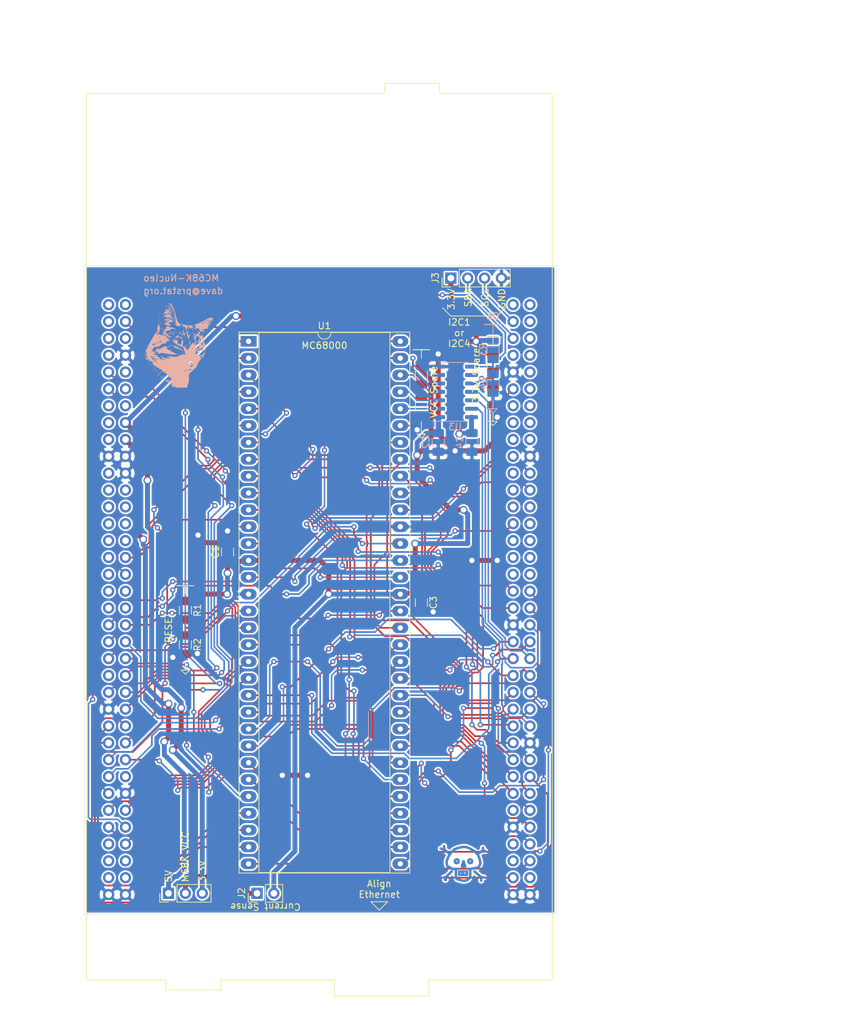
<source format=kicad_pcb>
(kicad_pcb (version 20171130) (host pcbnew "(5.1.5)-2")
  (layers (0 F.Cu signal) (31 B.Cu signal) (34 B.Paste user) (35 F.Paste user) (36 B.SilkS user) (37 F.SilkS user) (38 B.Mask user) (39 F.Mask user) (44 Edge.Cuts user))
  (net 0 "")
  (net 1 +3V3)
  (net 2 "Net-(J1-Pad2)")
  (net 3 +5V)
  (net 4 VCC)
  (net 5 /D5)
  (net 6 /A3)
  (net 7 /D6)
  (net 8 /A2)
  (net 9 /D7)
  (net 10 /A1)
  (net 11 /D8)
  (net 12 /A0)
  (net 13 /D9)
  (net 14 /FC0)
  (net 15 /D10)
  (net 16 /FC1)
  (net 17 /D11)
  (net 18 /FC2)
  (net 19 /D12)
  (net 20 /IPL0)
  (net 21 /D13)
  (net 22 /IPL1)
  (net 23 /D14)
  (net 24 /IPL2)
  (net 25 /D15)
  (net 26 /BERR)
  (net 27 GND)
  (net 28 /VPA)
  (net 29 /E)
  (net 30 /A21)
  (net 31 /VMA)
  (net 32 /A20)
  (net 33 /RESET)
  (net 34 /HALT)
  (net 35 /A19)
  (net 36 /A18)
  (net 37 /CLK)
  (net 38 /A17)
  (net 39 /A16)
  (net 40 /BR)
  (net 41 /A15)
  (net 42 /BGACK)
  (net 43 /A14)
  (net 44 /BG)
  (net 45 /A13)
  (net 46 /DTACK)
  (net 47 /A12)
  (net 48 /RW)
  (net 49 /A11)
  (net 50 /LDS)
  (net 51 /A10)
  (net 52 /UDS)
  (net 53 /A9)
  (net 54 /AS)
  (net 55 /A8)
  (net 56 /D0)
  (net 57 /A7)
  (net 58 /D1)
  (net 59 /A6)
  (net 60 /D2)
  (net 61 /A5)
  (net 62 /D3)
  (net 63 /A4)
  (net 64 /D4)
  (net 65 "Net-(U2-Pad142)")
  (net 66 "Net-(U2-Pad139)")
  (net 67 "Net-(U2-Pad137)")
  (net 68 "Net-(U2-Pad133)")
  (net 69 "Net-(U2-Pad124)")
  (net 70 "Net-(U2-Pad116)")
  (net 71 "Net-(U2-Pad112)")
  (net 72 "Net-(U2-Pad106)")
  (net 73 "Net-(U2-Pad105)")
  (net 74 "Net-(U2-Pad104)")
  (net 75 "Net-(U2-Pad103)")
  (net 76 "Net-(U2-Pad102)")
  (net 77 "Net-(U2-Pad101)")
  (net 78 "Net-(U2-Pad100)")
  (net 79 "Net-(U2-Pad98)")
  (net 80 "Net-(U2-Pad97)")
  (net 81 "Net-(U2-Pad95)")
  (net 82 "Net-(U2-Pad93)")
  (net 83 "Net-(U2-Pad91)")
  (net 84 "Net-(U2-Pad90)")
  (net 85 "Net-(U2-Pad89)")
  (net 86 "Net-(U2-Pad88)")
  (net 87 "Net-(U2-Pad87)")
  (net 88 "Net-(U2-Pad86)")
  (net 89 "Net-(U2-Pad85)")
  (net 90 "Net-(U2-Pad84)")
  (net 91 "Net-(U2-Pad82)")
  (net 92 "Net-(U2-Pad80)")
  (net 93 "Net-(U2-Pad79)")
  (net 94 "Net-(U2-Pad78)")
  (net 95 "Net-(U2-Pad76)")
  (net 96 "Net-(U2-Pad74)")
  (net 97 "Net-(U2-Pad73)")
  (net 98 "Net-(U2-Pad70)")
  (net 99 "Net-(U2-Pad69)")
  (net 100 "Net-(U2-Pad68)")
  (net 101 "Net-(U2-Pad67)")
  (net 102 "Net-(U2-Pad65)")
  (net 103 "Net-(U2-Pad58)")
  (net 104 /A22)
  (net 105 "Net-(U2-Pad38)")
  (net 106 "Net-(U2-Pad37)")
  (net 107 "Net-(U2-Pad36)")
  (net 108 "Net-(U2-Pad35)")
  (net 109 "Net-(U2-Pad33)")
  (net 110 "Net-(U2-Pad31)")
  (net 111 "Net-(U2-Pad30)")
  (net 112 "Net-(U2-Pad29)")
  (net 113 "Net-(U2-Pad28)")
  (net 114 "Net-(U2-Pad27)")
  (net 115 "Net-(U2-Pad26)")
  (net 116 "Net-(U2-Pad25)")
  (net 117 "Net-(U2-Pad24)")
  (net 118 "Net-(U2-Pad23)")
  (net 119 "Net-(U2-Pad21)")
  (net 120 "Net-(U2-Pad17)")
  (net 121 "Net-(U2-Pad15)")
  (net 122 "Net-(U2-Pad14)")
  (net 123 "Net-(U2-Pad13)")
  (net 124 "Net-(U2-Pad12)")
  (net 125 "Net-(U2-Pad10)")
  (net 126 "Net-(U2-Pad7)")
  (net 127 "Net-(U2-Pad6)")
  (net 128 "Net-(U2-Pad5)")
  (net 129 "Net-(U2-Pad3)")
  (net 130 "Net-(U2-Pad2)")
  (net 131 "Net-(U2-Pad1)")
  (net 132 "Net-(U3-Pad9)")
  (net 133 "Net-(U3-Pad6)")
  (net 134 "Net-(R3-Pad2)")
  (net 135 "Net-(U2-Pad45)")
  (net 136 /I2C_SCL)
  (net 137 /I2C_SDA)
  (net 138 "Net-(R5-Pad2)")
  (net 139 "Net-(R7-Pad2)")
  (module Resistor_SMD:R_1206_3216Metric (layer F.Cu) (at 160.655 78.74 270)
    (fp_text reference R8 hide)
    (fp_text value R hide)
    (pad 2 smd roundrect (at 1.4 0 270) (size 1.25 1.75) (layers F.Cu F.Paste F.Mask) (roundrect_rratio 0.2) (net 27 GND))
    (pad 1 smd roundrect (at -1.4 0 270) (size 1.25 1.75) (layers F.Cu F.Paste F.Mask) (roundrect_rratio 0.2) (net 139 "Net-(R7-Pad2)"))
  )
  (module Resistor_SMD:R_1206_3216Metric (layer F.Cu) (at 160.655 73.66 270)
    (fp_text reference R7 hide)
    (fp_text value R hide)
    (pad 2 smd roundrect (at 1.4 0 270) (size 1.25 1.75) (layers F.Cu F.Paste F.Mask) (roundrect_rratio 0.2) (net 139 "Net-(R7-Pad2)"))
    (pad 1 smd roundrect (at -1.4 0 270) (size 1.25 1.75) (layers F.Cu F.Paste F.Mask) (roundrect_rratio 0.2) (net 1 +3V3))
  )
  (module Resistor_SMD:R_1206_3216Metric (layer F.Cu) (at 149.86 80.264 270)
    (fp_text reference R6 hide)
    (fp_text value R hide)
    (pad 2 smd roundrect (at 1.4 0 270) (size 1.25 1.75) (layers F.Cu F.Paste F.Mask) (roundrect_rratio 0.2) (net 27 GND))
    (pad 1 smd roundrect (at -1.4 0 270) (size 1.25 1.75) (layers F.Cu F.Paste F.Mask) (roundrect_rratio 0.2) (net 138 "Net-(R5-Pad2)"))
  )
  (module Resistor_SMD:R_1206_3216Metric (layer F.Cu) (at 149.86 75.565 270)
    (fp_text reference R5 hide)
    (fp_text value R hide)
    (pad 2 smd roundrect (at 1.4 0 270) (size 1.25 1.75) (layers F.Cu F.Paste F.Mask) (roundrect_rratio 0.2) (net 138 "Net-(R5-Pad2)"))
    (pad 1 smd roundrect (at -1.4 0 270) (size 1.25 1.75) (layers F.Cu F.Paste F.Mask) (roundrect_rratio 0.2) (net 4 VCC))
  )
  (module Connector_PinHeader_2.54mm:PinHeader_1x04_P2.54mm_Vertical (layer F.Cu) (at 154.305 60.96 90)
    (fp_text reference J3 (at 0 -2.33 90) (layer F.SilkS))
    (fp_text value Conn_01x04)
    (pad 4 thru_hole oval (at 0 7.62 90) (size 1.7 1.7) (drill 1) (layers *.Cu *.Mask) (net 27 GND))
    (pad 3 thru_hole oval (at 0 5.08 90) (size 1.7 1.7) (drill 1) (layers *.Cu *.Mask) (net 136 /I2C_SCL))
    (pad 2 thru_hole oval (at 0 2.54 90) (size 1.7 1.7) (drill 1) (layers *.Cu *.Mask) (net 137 /I2C_SDA))
    (pad 1 thru_hole rect (at 0 0 90) (size 1.7 1.7) (drill 1) (layers *.Cu *.Mask) (net 1 +3V3))
  )
  (module M68K-Nucleo:ST_Morpho_Connector_144_STLink (layer F.Cu) (at 102.73 64.96)
    (fp_text reference U2 hide)
    (fp_text value NUCLEO144-F746ZG hide)
    (pad 1 thru_hole circle (at 0 0) (size 1.7 1.7) (drill 1) (layers *.Cu *.Mask) (net 131 "Net-(U2-Pad1)"))
    (pad 2 thru_hole circle (at 2.54 0) (size 1.7 1.7) (drill 1) (layers *.Cu *.Mask) (net 130 "Net-(U2-Pad2)"))
    (pad 3 thru_hole circle (at 0 2.54) (size 1.7 1.7) (drill 1) (layers *.Cu *.Mask) (net 129 "Net-(U2-Pad3)"))
    (pad 4 thru_hole circle (at 2.54 2.54) (size 1.7 1.7) (drill 1) (layers *.Cu *.Mask) (net 36 /A18))
    (pad 5 thru_hole circle (at 0 5.08) (size 1.7 1.7) (drill 1) (layers *.Cu *.Mask) (net 128 "Net-(U2-Pad5)"))
    (pad 6 thru_hole circle (at 2.54 5.08) (size 1.7 1.7) (drill 1) (layers *.Cu *.Mask) (net 127 "Net-(U2-Pad6)"))
    (pad 7 thru_hole circle (at 0 7.62) (size 1.7 1.7) (drill 1) (layers *.Cu *.Mask) (net 126 "Net-(U2-Pad7)"))
    (pad 8 thru_hole circle (at 2.54 7.62) (size 1.7 1.7) (drill 1) (layers *.Cu *.Mask) (net 27 GND))
    (pad 9 thru_hole circle (at 0 10.16) (size 1.7 1.7) (drill 1) (layers *.Cu *.Mask) (net 59 /A6))
    (pad 10 thru_hole circle (at 2.54 10.16) (size 1.7 1.7) (drill 1) (layers *.Cu *.Mask) (net 125 "Net-(U2-Pad10)"))
    (pad 11 thru_hole circle (at 0 12.7) (size 1.7 1.7) (drill 1) (layers *.Cu *.Mask) (net 57 /A7))
    (pad 12 thru_hole circle (at 2.54 12.7) (size 1.7 1.7) (drill 1) (layers *.Cu *.Mask) (net 124 "Net-(U2-Pad12)"))
    (pad 13 thru_hole circle (at 0 15.24) (size 1.7 1.7) (drill 1) (layers *.Cu *.Mask) (net 123 "Net-(U2-Pad13)"))
    (pad 14 thru_hole circle (at 2.54 15.24) (size 1.7 1.7) (drill 1) (layers *.Cu *.Mask) (net 122 "Net-(U2-Pad14)"))
    (pad 15 thru_hole circle (at 0 17.78) (size 1.7 1.7) (drill 1) (layers *.Cu *.Mask) (net 121 "Net-(U2-Pad15)"))
    (pad 16 thru_hole circle (at 2.54 17.78) (size 1.7 1.7) (drill 1) (layers *.Cu *.Mask) (net 1 +3V3))
    (pad 17 thru_hole circle (at 0 20.32) (size 1.7 1.7) (drill 1) (layers *.Cu *.Mask) (net 120 "Net-(U2-Pad17)"))
    (pad 18 thru_hole circle (at 2.54 20.32) (size 1.7 1.7) (drill 1) (layers *.Cu *.Mask) (net 3 +5V))
    (pad 19 thru_hole circle (at 0 22.86) (size 1.7 1.7) (drill 1) (layers *.Cu *.Mask) (net 27 GND))
    (pad 20 thru_hole circle (at 2.54 22.86) (size 1.7 1.7) (drill 1) (layers *.Cu *.Mask) (net 27 GND))
    (pad 21 thru_hole circle (at 0 25.4) (size 1.7 1.7) (drill 1) (layers *.Cu *.Mask) (net 119 "Net-(U2-Pad21)"))
    (pad 22 thru_hole circle (at 2.54 25.4) (size 1.7 1.7) (drill 1) (layers *.Cu *.Mask) (net 27 GND))
    (pad 23 thru_hole circle (at 0 27.94) (size 1.7 1.7) (drill 1) (layers *.Cu *.Mask) (net 118 "Net-(U2-Pad23)"))
    (pad 24 thru_hole circle (at 2.54 27.94) (size 1.7 1.7) (drill 1) (layers *.Cu *.Mask) (net 117 "Net-(U2-Pad24)"))
    (pad 25 thru_hole circle (at 0 30.48) (size 1.7 1.7) (drill 1) (layers *.Cu *.Mask) (net 116 "Net-(U2-Pad25)"))
    (pad 26 thru_hole circle (at 2.54 30.48) (size 1.7 1.7) (drill 1) (layers *.Cu *.Mask) (net 115 "Net-(U2-Pad26)"))
    (pad 27 thru_hole circle (at 0 33.02) (size 1.7 1.7) (drill 1) (layers *.Cu *.Mask) (net 114 "Net-(U2-Pad27)"))
    (pad 28 thru_hole circle (at 2.54 33.02) (size 1.7 1.7) (drill 1) (layers *.Cu *.Mask) (net 113 "Net-(U2-Pad28)"))
    (pad 29 thru_hole circle (at 0 35.56) (size 1.7 1.7) (drill 1) (layers *.Cu *.Mask) (net 112 "Net-(U2-Pad29)"))
    (pad 30 thru_hole circle (at 2.54 35.56) (size 1.7 1.7) (drill 1) (layers *.Cu *.Mask) (net 111 "Net-(U2-Pad30)"))
    (pad 31 thru_hole circle (at 0 38.1) (size 1.7 1.7) (drill 1) (layers *.Cu *.Mask) (net 110 "Net-(U2-Pad31)"))
    (pad 32 thru_hole circle (at 2.54 38.1) (size 1.7 1.7) (drill 1) (layers *.Cu *.Mask) (net 42 /BGACK))
    (pad 33 thru_hole circle (at 0 40.64) (size 1.7 1.7) (drill 1) (layers *.Cu *.Mask) (net 109 "Net-(U2-Pad33)"))
    (pad 34 thru_hole circle (at 2.54 40.64) (size 1.7 1.7) (drill 1) (layers *.Cu *.Mask) (net 54 /AS))
    (pad 35 thru_hole circle (at 0 43.18) (size 1.7 1.7) (drill 1) (layers *.Cu *.Mask) (net 108 "Net-(U2-Pad35)"))
    (pad 36 thru_hole circle (at 2.54 43.18) (size 1.7 1.7) (drill 1) (layers *.Cu *.Mask) (net 107 "Net-(U2-Pad36)"))
    (pad 37 thru_hole circle (at 0 45.72) (size 1.7 1.7) (drill 1) (layers *.Cu *.Mask) (net 106 "Net-(U2-Pad37)"))
    (pad 38 thru_hole circle (at 2.54 45.72) (size 1.7 1.7) (drill 1) (layers *.Cu *.Mask) (net 105 "Net-(U2-Pad38)"))
    (pad 39 thru_hole circle (at 0 48.26) (size 1.7 1.7) (drill 1) (layers *.Cu *.Mask) (net 32 /A20))
    (pad 40 thru_hole circle (at 2.54 48.26) (size 1.7 1.7) (drill 1) (layers *.Cu *.Mask) (net 35 /A19))
    (pad 41 thru_hole circle (at 0 50.8) (size 1.7 1.7) (drill 1) (layers *.Cu *.Mask) (net 30 /A21))
    (pad 42 thru_hole circle (at 2.54 50.8) (size 1.7 1.7) (drill 1) (layers *.Cu *.Mask) (net 34 /HALT))
    (pad 43 thru_hole circle (at 0 53.34) (size 1.7 1.7) (drill 1) (layers *.Cu *.Mask) (net 104 /A22))
    (pad 44 thru_hole circle (at 2.54 53.34) (size 1.7 1.7) (drill 1) (layers *.Cu *.Mask) (net 14 /FC0))
    (pad 45 thru_hole circle (at 0 55.88) (size 1.7 1.7) (drill 1) (layers *.Cu *.Mask) (net 135 "Net-(U2-Pad45)"))
    (pad 46 thru_hole circle (at 2.54 55.88) (size 1.7 1.7) (drill 1) (layers *.Cu *.Mask) (net 60 /D2))
    (pad 47 thru_hole circle (at 0 58.42) (size 1.7 1.7) (drill 1) (layers *.Cu *.Mask) (net 62 /D3))
    (pad 48 thru_hole circle (at 2.54 58.42) (size 1.7 1.7) (drill 1) (layers *.Cu *.Mask) (net 64 /D4))
    (pad 49 thru_hole circle (at 0 60.96) (size 1.7 1.7) (drill 1) (layers *.Cu *.Mask) (net 27 GND))
    (pad 50 thru_hole circle (at 2.54 60.96) (size 1.7 1.7) (drill 1) (layers *.Cu *.Mask) (net 5 /D5))
    (pad 51 thru_hole circle (at 0 63.5) (size 1.7 1.7) (drill 1) (layers *.Cu *.Mask) (net 10 /A1))
    (pad 52 thru_hole circle (at 2.54 63.5) (size 1.7 1.7) (drill 1) (layers *.Cu *.Mask) (net 8 /A2))
    (pad 53 thru_hole circle (at 0 66.04) (size 1.7 1.7) (drill 1) (layers *.Cu *.Mask) (net 12 /A0))
    (pad 54 thru_hole circle (at 2.54 66.04) (size 1.7 1.7) (drill 1) (layers *.Cu *.Mask) (net 55 /A8))
    (pad 55 thru_hole circle (at 0 68.58) (size 1.7 1.7) (drill 1) (layers *.Cu *.Mask) (net 38 /A17))
    (pad 56 thru_hole circle (at 2.54 68.58) (size 1.7 1.7) (drill 1) (layers *.Cu *.Mask) (net 53 /A9))
    (pad 57 thru_hole circle (at 0 71.12) (size 1.7 1.7) (drill 1) (layers *.Cu *.Mask) (net 39 /A16))
    (pad 58 thru_hole circle (at 2.54 71.12) (size 1.7 1.7) (drill 1) (layers *.Cu *.Mask) (net 103 "Net-(U2-Pad58)"))
    (pad 59 thru_hole circle (at 0 73.66) (size 1.7 1.7) (drill 1) (layers *.Cu *.Mask) (net 33 /RESET))
    (pad 60 thru_hole circle (at 2.54 73.66) (size 1.7 1.7) (drill 1) (layers *.Cu *.Mask) (net 27 GND))
    (pad 61 thru_hole circle (at 0 76.2) (size 1.7 1.7) (drill 1) (layers *.Cu *.Mask) (net 58 /D1))
    (pad 62 thru_hole circle (at 2.54 76.2) (size 1.7 1.7) (drill 1) (layers *.Cu *.Mask) (net 7 /D6))
    (pad 63 thru_hole circle (at 0 78.74) (size 1.7 1.7) (drill 1) (layers *.Cu *.Mask) (net 28 /VPA))
    (pad 64 thru_hole circle (at 2.54 78.74) (size 1.7 1.7) (drill 1) (layers *.Cu *.Mask) (net 134 "Net-(R3-Pad2)"))
    (pad 65 thru_hole circle (at 0 81.28) (size 1.7 1.7) (drill 1) (layers *.Cu *.Mask) (net 102 "Net-(U2-Pad65)"))
    (pad 66 thru_hole circle (at 2.54 81.28) (size 1.7 1.7) (drill 1) (layers *.Cu *.Mask) (net 29 /E))
    (pad 67 thru_hole circle (at 0 83.82) (size 1.7 1.7) (drill 1) (layers *.Cu *.Mask) (net 101 "Net-(U2-Pad67)"))
    (pad 68 thru_hole circle (at 2.54 83.82) (size 1.7 1.7) (drill 1) (layers *.Cu *.Mask) (net 100 "Net-(U2-Pad68)"))
    (pad 69 thru_hole circle (at 0 86.36) (size 1.7 1.7) (drill 1) (layers *.Cu *.Mask) (net 99 "Net-(U2-Pad69)"))
    (pad 70 thru_hole circle (at 2.54 86.36) (size 1.7 1.7) (drill 1) (layers *.Cu *.Mask) (net 98 "Net-(U2-Pad70)"))
    (pad 71 thru_hole circle (at 0 88.9) (size 1.7 1.7) (drill 1) (layers *.Cu *.Mask) (net 27 GND))
    (pad 72 thru_hole circle (at 2.54 88.9) (size 1.7 1.7) (drill 1) (layers *.Cu *.Mask) (net 27 GND))
    (pad 73 thru_hole circle (at 60.96 0) (size 1.7 1.7) (drill 1) (layers *.Cu *.Mask) (net 97 "Net-(U2-Pad73)"))
    (pad 74 thru_hole circle (at 63.5 0) (size 1.7 1.7) (drill 1) (layers *.Cu *.Mask) (net 96 "Net-(U2-Pad74)"))
    (pad 75 thru_hole circle (at 60.96 2.54) (size 1.7 1.7) (drill 1) (layers *.Cu *.Mask) (net 136 /I2C_SCL))
    (pad 76 thru_hole circle (at 63.5 2.54) (size 1.7 1.7) (drill 1) (layers *.Cu *.Mask) (net 95 "Net-(U2-Pad76)"))
    (pad 77 thru_hole circle (at 60.96 5.08) (size 1.7 1.7) (drill 1) (layers *.Cu *.Mask) (net 137 /I2C_SDA))
    (pad 78 thru_hole circle (at 63.5 5.08) (size 1.7 1.7) (drill 1) (layers *.Cu *.Mask) (net 94 "Net-(U2-Pad78)"))
    (pad 79 thru_hole circle (at 60.96 7.62) (size 1.7 1.7) (drill 1) (layers *.Cu *.Mask) (net 93 "Net-(U2-Pad79)"))
    (pad 80 thru_hole circle (at 63.5 7.62) (size 1.7 1.7) (drill 1) (layers *.Cu *.Mask) (net 92 "Net-(U2-Pad80)"))
    (pad 81 thru_hole circle (at 60.96 10.16) (size 1.7 1.7) (drill 1) (layers *.Cu *.Mask) (net 27 GND))
    (pad 82 thru_hole circle (at 63.5 10.16) (size 1.7 1.7) (drill 1) (layers *.Cu *.Mask) (net 91 "Net-(U2-Pad82)"))
    (pad 83 thru_hole circle (at 60.96 12.7) (size 1.7 1.7) (drill 1) (layers *.Cu *.Mask) (net 40 /BR))
    (pad 84 thru_hole circle (at 63.5 12.7) (size 1.7 1.7) (drill 1) (layers *.Cu *.Mask) (net 90 "Net-(U2-Pad84)"))
    (pad 85 thru_hole circle (at 60.96 15.24) (size 1.7 1.7) (drill 1) (layers *.Cu *.Mask) (net 89 "Net-(U2-Pad85)"))
    (pad 86 thru_hole circle (at 63.5 15.24) (size 1.7 1.7) (drill 1) (layers *.Cu *.Mask) (net 88 "Net-(U2-Pad86)"))
    (pad 87 thru_hole circle (at 60.96 17.78) (size 1.7 1.7) (drill 1) (layers *.Cu *.Mask) (net 87 "Net-(U2-Pad87)"))
    (pad 88 thru_hole circle (at 63.5 17.78) (size 1.7 1.7) (drill 1) (layers *.Cu *.Mask) (net 86 "Net-(U2-Pad88)"))
    (pad 89 thru_hole circle (at 60.96 20.32) (size 1.7 1.7) (drill 1) (layers *.Cu *.Mask) (net 85 "Net-(U2-Pad89)"))
    (pad 90 thru_hole circle (at 63.5 20.32) (size 1.7 1.7) (drill 1) (layers *.Cu *.Mask) (net 84 "Net-(U2-Pad90)"))
    (pad 91 thru_hole circle (at 60.96 22.86) (size 1.7 1.7) (drill 1) (layers *.Cu *.Mask) (net 83 "Net-(U2-Pad91)"))
    (pad 92 thru_hole circle (at 63.5 22.86) (size 1.7 1.7) (drill 1) (layers *.Cu *.Mask) (net 27 GND))
    (pad 93 thru_hole circle (at 60.96 25.4) (size 1.7 1.7) (drill 1) (layers *.Cu *.Mask) (net 82 "Net-(U2-Pad93)"))
    (pad 94 thru_hole circle (at 63.5 25.4) (size 1.7 1.7) (drill 1) (layers *.Cu *.Mask) (net 52 /UDS))
    (pad 95 thru_hole circle (at 60.96 27.94) (size 1.7 1.7) (drill 1) (layers *.Cu *.Mask) (net 81 "Net-(U2-Pad95)"))
    (pad 96 thru_hole circle (at 63.5 27.94) (size 1.7 1.7) (drill 1) (layers *.Cu *.Mask) (net 50 /LDS))
    (pad 97 thru_hole circle (at 60.96 30.48) (size 1.7 1.7) (drill 1) (layers *.Cu *.Mask) (net 80 "Net-(U2-Pad97)"))
    (pad 98 thru_hole circle (at 63.5 30.48) (size 1.7 1.7) (drill 1) (layers *.Cu *.Mask) (net 79 "Net-(U2-Pad98)"))
    (pad 99 thru_hole circle (at 60.96 33.02) (size 1.7 1.7) (drill 1) (layers *.Cu *.Mask) (net 37 /CLK))
    (pad 100 thru_hole circle (at 63.5 33.02) (size 1.7 1.7) (drill 1) (layers *.Cu *.Mask) (net 78 "Net-(U2-Pad100)"))
    (pad 101 thru_hole circle (at 60.96 35.56) (size 1.7 1.7) (drill 1) (layers *.Cu *.Mask) (net 77 "Net-(U2-Pad101)"))
    (pad 102 thru_hole circle (at 63.5 35.56) (size 1.7 1.7) (drill 1) (layers *.Cu *.Mask) (net 76 "Net-(U2-Pad102)"))
    (pad 103 thru_hole circle (at 60.96 38.1) (size 1.7 1.7) (drill 1) (layers *.Cu *.Mask) (net 75 "Net-(U2-Pad103)"))
    (pad 104 thru_hole circle (at 63.5 38.1) (size 1.7 1.7) (drill 1) (layers *.Cu *.Mask) (net 74 "Net-(U2-Pad104)"))
    (pad 105 thru_hole circle (at 60.96 40.64) (size 1.7 1.7) (drill 1) (layers *.Cu *.Mask) (net 73 "Net-(U2-Pad105)"))
    (pad 106 thru_hole circle (at 63.5 40.64) (size 1.7 1.7) (drill 1) (layers *.Cu *.Mask) (net 72 "Net-(U2-Pad106)"))
    (pad 107 thru_hole circle (at 60.96 43.18) (size 1.7 1.7) (drill 1) (layers *.Cu *.Mask) (net 48 /RW))
    (pad 108 thru_hole circle (at 63.5 43.18) (size 1.7 1.7) (drill 1) (layers *.Cu *.Mask) (net 61 /A5))
    (pad 109 thru_hole circle (at 60.96 45.72) (size 1.7 1.7) (drill 1) (layers *.Cu *.Mask) (net 44 /BG))
    (pad 110 thru_hole circle (at 63.5 45.72) (size 1.7 1.7) (drill 1) (layers *.Cu *.Mask) (net 63 /A4))
    (pad 111 thru_hole circle (at 60.96 48.26) (size 1.7 1.7) (drill 1) (layers *.Cu *.Mask) (net 27 GND))
    (pad 112 thru_hole circle (at 63.5 48.26) (size 1.7 1.7) (drill 1) (layers *.Cu *.Mask) (net 71 "Net-(U2-Pad112)"))
    (pad 113 thru_hole circle (at 60.96 50.8) (size 1.7 1.7) (drill 1) (layers *.Cu *.Mask) (net 20 /IPL0))
    (pad 114 thru_hole circle (at 63.5 50.8) (size 1.7 1.7) (drill 1) (layers *.Cu *.Mask) (net 51 /A10))
    (pad 115 thru_hole circle (at 60.96 53.34) (size 1.7 1.7) (drill 1) (layers *.Cu *.Mask) (net 26 /BERR))
    (pad 116 thru_hole circle (at 63.5 53.34) (size 1.7 1.7) (drill 1) (layers *.Cu *.Mask) (net 70 "Net-(U2-Pad116)"))
    (pad 117 thru_hole circle (at 60.96 55.88) (size 1.7 1.7) (drill 1) (layers *.Cu *.Mask) (net 46 /DTACK))
    (pad 118 thru_hole circle (at 63.5 55.88) (size 1.7 1.7) (drill 1) (layers *.Cu *.Mask) (net 22 /IPL1))
    (pad 119 thru_hole circle (at 60.96 58.42) (size 1.7 1.7) (drill 1) (layers *.Cu *.Mask) (net 15 /D10))
    (pad 120 thru_hole circle (at 63.5 58.42) (size 1.7 1.7) (drill 1) (layers *.Cu *.Mask) (net 24 /IPL2))
    (pad 121 thru_hole circle (at 60.96 60.96) (size 1.7 1.7) (drill 1) (layers *.Cu *.Mask) (net 19 /D12))
    (pad 122 thru_hole circle (at 63.5 60.96) (size 1.7 1.7) (drill 1) (layers *.Cu *.Mask) (net 43 /A14))
    (pad 123 thru_hole circle (at 60.96 63.5) (size 1.7 1.7) (drill 1) (layers *.Cu *.Mask) (net 23 /D14))
    (pad 124 thru_hole circle (at 63.5 63.5) (size 1.7 1.7) (drill 1) (layers *.Cu *.Mask) (net 69 "Net-(U2-Pad124)"))
    (pad 125 thru_hole circle (at 60.96 66.04) (size 1.7 1.7) (drill 1) (layers *.Cu *.Mask) (net 25 /D15))
    (pad 126 thru_hole circle (at 63.5 66.04) (size 1.7 1.7) (drill 1) (layers *.Cu *.Mask) (net 27 GND))
    (pad 127 thru_hole circle (at 60.96 68.58) (size 1.7 1.7) (drill 1) (layers *.Cu *.Mask) (net 21 /D13))
    (pad 128 thru_hole circle (at 63.5 68.58) (size 1.7 1.7) (drill 1) (layers *.Cu *.Mask) (net 17 /D11))
    (pad 129 thru_hole circle (at 60.96 71.12) (size 1.7 1.7) (drill 1) (layers *.Cu *.Mask) (net 45 /A13))
    (pad 130 thru_hole circle (at 63.5 71.12) (size 1.7 1.7) (drill 1) (layers *.Cu *.Mask) (net 6 /A3))
    (pad 131 thru_hole circle (at 60.96 73.66) (size 1.7 1.7) (drill 1) (layers *.Cu *.Mask) (net 47 /A12))
    (pad 132 thru_hole circle (at 63.5 73.66) (size 1.7 1.7) (drill 1) (layers *.Cu *.Mask) (net 41 /A15))
    (pad 133 thru_hole circle (at 60.96 76.2) (size 1.7 1.7) (drill 1) (layers *.Cu *.Mask) (net 68 "Net-(U2-Pad133)"))
    (pad 134 thru_hole circle (at 63.5 76.2) (size 1.7 1.7) (drill 1) (layers *.Cu *.Mask) (net 49 /A11))
    (pad 135 thru_hole circle (at 60.96 78.74) (size 1.7 1.7) (drill 1) (layers *.Cu *.Mask) (net 27 GND))
    (pad 136 thru_hole circle (at 63.5 78.74) (size 1.7 1.7) (drill 1) (layers *.Cu *.Mask) (net 56 /D0))
    (pad 137 thru_hole circle (at 60.96 81.28) (size 1.7 1.7) (drill 1) (layers *.Cu *.Mask) (net 67 "Net-(U2-Pad137)"))
    (pad 138 thru_hole circle (at 63.5 81.28) (size 1.7 1.7) (drill 1) (layers *.Cu *.Mask) (net 31 /VMA))
    (pad 139 thru_hole circle (at 60.96 83.82) (size 1.7 1.7) (drill 1) (layers *.Cu *.Mask) (net 66 "Net-(U2-Pad139)"))
    (pad 140 thru_hole circle (at 63.5 83.82) (size 1.7 1.7) (drill 1) (layers *.Cu *.Mask) (net 18 /FC2))
    (pad 141 thru_hole circle (at 60.96 86.36) (size 1.7 1.7) (drill 1) (layers *.Cu *.Mask) (net 16 /FC1))
    (pad 142 thru_hole circle (at 63.5 86.36) (size 1.7 1.7) (drill 1) (layers *.Cu *.Mask) (net 65 "Net-(U2-Pad142)"))
    (pad 143 thru_hole circle (at 60.96 88.9) (size 1.7 1.7) (drill 1) (layers *.Cu *.Mask) (net 27 GND))
    (pad 144 thru_hole circle (at 63.5 88.9) (size 1.7 1.7) (drill 1) (layers *.Cu *.Mask) (net 27 GND))
  )
  (module Images:amber (layer B.Cu) (at 113.665 71.12 180)
    (fp_text reference G*** hide)
    (fp_text value LOGO hide)
  )
  (module Package_DIP:DIP-64_W22.86mm_Socket_LongPads (layer F.Cu) (at 123.825 70.485)
    (fp_text reference U1 (at 11.43 -2.33) (layer F.SilkS))
    (fp_text value 68000D)
    (pad 64 thru_hole oval (at 22.86 0) (size 2.4 1.6) (drill 0.8) (layers *.Cu *.Mask) (net 5 /D5))
    (pad 32 thru_hole oval (at 0 78.74) (size 2.4 1.6) (drill 0.8) (layers *.Cu *.Mask) (net 6 /A3))
    (pad 63 thru_hole oval (at 22.86 2.54) (size 2.4 1.6) (drill 0.8) (layers *.Cu *.Mask) (net 7 /D6))
    (pad 31 thru_hole oval (at 0 76.2) (size 2.4 1.6) (drill 0.8) (layers *.Cu *.Mask) (net 8 /A2))
    (pad 62 thru_hole oval (at 22.86 5.08) (size 2.4 1.6) (drill 0.8) (layers *.Cu *.Mask) (net 9 /D7))
    (pad 30 thru_hole oval (at 0 73.66) (size 2.4 1.6) (drill 0.8) (layers *.Cu *.Mask) (net 10 /A1))
    (pad 61 thru_hole oval (at 22.86 7.62) (size 2.4 1.6) (drill 0.8) (layers *.Cu *.Mask) (net 11 /D8))
    (pad 29 thru_hole oval (at 0 71.12) (size 2.4 1.6) (drill 0.8) (layers *.Cu *.Mask) (net 12 /A0))
    (pad 60 thru_hole oval (at 22.86 10.16) (size 2.4 1.6) (drill 0.8) (layers *.Cu *.Mask) (net 13 /D9))
    (pad 28 thru_hole oval (at 0 68.58) (size 2.4 1.6) (drill 0.8) (layers *.Cu *.Mask) (net 14 /FC0))
    (pad 59 thru_hole oval (at 22.86 12.7) (size 2.4 1.6) (drill 0.8) (layers *.Cu *.Mask) (net 15 /D10))
    (pad 27 thru_hole oval (at 0 66.04) (size 2.4 1.6) (drill 0.8) (layers *.Cu *.Mask) (net 16 /FC1))
    (pad 58 thru_hole oval (at 22.86 15.24) (size 2.4 1.6) (drill 0.8) (layers *.Cu *.Mask) (net 17 /D11))
    (pad 26 thru_hole oval (at 0 63.5) (size 2.4 1.6) (drill 0.8) (layers *.Cu *.Mask) (net 18 /FC2))
    (pad 57 thru_hole oval (at 22.86 17.78) (size 2.4 1.6) (drill 0.8) (layers *.Cu *.Mask) (net 19 /D12))
    (pad 25 thru_hole oval (at 0 60.96) (size 2.4 1.6) (drill 0.8) (layers *.Cu *.Mask) (net 20 /IPL0))
    (pad 56 thru_hole oval (at 22.86 20.32) (size 2.4 1.6) (drill 0.8) (layers *.Cu *.Mask) (net 21 /D13))
    (pad 24 thru_hole oval (at 0 58.42) (size 2.4 1.6) (drill 0.8) (layers *.Cu *.Mask) (net 22 /IPL1))
    (pad 55 thru_hole oval (at 22.86 22.86) (size 2.4 1.6) (drill 0.8) (layers *.Cu *.Mask) (net 23 /D14))
    (pad 23 thru_hole oval (at 0 55.88) (size 2.4 1.6) (drill 0.8) (layers *.Cu *.Mask) (net 24 /IPL2))
    (pad 54 thru_hole oval (at 22.86 25.4) (size 2.4 1.6) (drill 0.8) (layers *.Cu *.Mask) (net 25 /D15))
    (pad 22 thru_hole oval (at 0 53.34) (size 2.4 1.6) (drill 0.8) (layers *.Cu *.Mask) (net 26 /BERR))
    (pad 53 thru_hole oval (at 22.86 27.94) (size 2.4 1.6) (drill 0.8) (layers *.Cu *.Mask) (net 27 GND))
    (pad 21 thru_hole oval (at 0 50.8) (size 2.4 1.6) (drill 0.8) (layers *.Cu *.Mask) (net 28 /VPA))
    (pad 52 thru_hole oval (at 22.86 30.48) (size 2.4 1.6) (drill 0.8) (layers *.Cu *.Mask) (net 104 /A22))
    (pad 20 thru_hole oval (at 0 48.26) (size 2.4 1.6) (drill 0.8) (layers *.Cu *.Mask) (net 29 /E))
    (pad 51 thru_hole oval (at 22.86 33.02) (size 2.4 1.6) (drill 0.8) (layers *.Cu *.Mask) (net 30 /A21))
    (pad 19 thru_hole oval (at 0 45.72) (size 2.4 1.6) (drill 0.8) (layers *.Cu *.Mask) (net 31 /VMA))
    (pad 50 thru_hole oval (at 22.86 35.56) (size 2.4 1.6) (drill 0.8) (layers *.Cu *.Mask) (net 32 /A20))
    (pad 18 thru_hole oval (at 0 43.18) (size 2.4 1.6) (drill 0.8) (layers *.Cu *.Mask) (net 33 /RESET))
    (pad 49 thru_hole oval (at 22.86 38.1) (size 2.4 1.6) (drill 0.8) (layers *.Cu *.Mask) (net 4 VCC))
    (pad 17 thru_hole oval (at 0 40.64) (size 2.4 1.6) (drill 0.8) (layers *.Cu *.Mask) (net 34 /HALT))
    (pad 48 thru_hole oval (at 22.86 40.64) (size 2.4 1.6) (drill 0.8) (layers *.Cu *.Mask) (net 35 /A19))
    (pad 16 thru_hole oval (at 0 38.1) (size 2.4 1.6) (drill 0.8) (layers *.Cu *.Mask) (net 27 GND))
    (pad 47 thru_hole oval (at 22.86 43.18) (size 2.4 1.6) (drill 0.8) (layers *.Cu *.Mask) (net 36 /A18))
    (pad 15 thru_hole oval (at 0 35.56) (size 2.4 1.6) (drill 0.8) (layers *.Cu *.Mask) (net 37 /CLK))
    (pad 46 thru_hole oval (at 22.86 45.72) (size 2.4 1.6) (drill 0.8) (layers *.Cu *.Mask) (net 38 /A17))
    (pad 14 thru_hole oval (at 0 33.02) (size 2.4 1.6) (drill 0.8) (layers *.Cu *.Mask) (net 4 VCC))
    (pad 45 thru_hole oval (at 22.86 48.26) (size 2.4 1.6) (drill 0.8) (layers *.Cu *.Mask) (net 39 /A16))
    (pad 13 thru_hole oval (at 0 30.48) (size 2.4 1.6) (drill 0.8) (layers *.Cu *.Mask) (net 40 /BR))
    (pad 44 thru_hole oval (at 22.86 50.8) (size 2.4 1.6) (drill 0.8) (layers *.Cu *.Mask) (net 41 /A15))
    (pad 12 thru_hole oval (at 0 27.94) (size 2.4 1.6) (drill 0.8) (layers *.Cu *.Mask) (net 42 /BGACK))
    (pad 43 thru_hole oval (at 22.86 53.34) (size 2.4 1.6) (drill 0.8) (layers *.Cu *.Mask) (net 43 /A14))
    (pad 11 thru_hole oval (at 0 25.4) (size 2.4 1.6) (drill 0.8) (layers *.Cu *.Mask) (net 44 /BG))
    (pad 42 thru_hole oval (at 22.86 55.88) (size 2.4 1.6) (drill 0.8) (layers *.Cu *.Mask) (net 45 /A13))
    (pad 10 thru_hole oval (at 0 22.86) (size 2.4 1.6) (drill 0.8) (layers *.Cu *.Mask) (net 46 /DTACK))
    (pad 41 thru_hole oval (at 22.86 58.42) (size 2.4 1.6) (drill 0.8) (layers *.Cu *.Mask) (net 47 /A12))
    (pad 9 thru_hole oval (at 0 20.32) (size 2.4 1.6) (drill 0.8) (layers *.Cu *.Mask) (net 48 /RW))
    (pad 40 thru_hole oval (at 22.86 60.96) (size 2.4 1.6) (drill 0.8) (layers *.Cu *.Mask) (net 49 /A11))
    (pad 8 thru_hole oval (at 0 17.78) (size 2.4 1.6) (drill 0.8) (layers *.Cu *.Mask) (net 50 /LDS))
    (pad 39 thru_hole oval (at 22.86 63.5) (size 2.4 1.6) (drill 0.8) (layers *.Cu *.Mask) (net 51 /A10))
    (pad 7 thru_hole oval (at 0 15.24) (size 2.4 1.6) (drill 0.8) (layers *.Cu *.Mask) (net 52 /UDS))
    (pad 38 thru_hole oval (at 22.86 66.04) (size 2.4 1.6) (drill 0.8) (layers *.Cu *.Mask) (net 53 /A9))
    (pad 6 thru_hole oval (at 0 12.7) (size 2.4 1.6) (drill 0.8) (layers *.Cu *.Mask) (net 54 /AS))
    (pad 37 thru_hole oval (at 22.86 68.58) (size 2.4 1.6) (drill 0.8) (layers *.Cu *.Mask) (net 55 /A8))
    (pad 5 thru_hole oval (at 0 10.16) (size 2.4 1.6) (drill 0.8) (layers *.Cu *.Mask) (net 56 /D0))
    (pad 36 thru_hole oval (at 22.86 71.12) (size 2.4 1.6) (drill 0.8) (layers *.Cu *.Mask) (net 57 /A7))
    (pad 4 thru_hole oval (at 0 7.62) (size 2.4 1.6) (drill 0.8) (layers *.Cu *.Mask) (net 58 /D1))
    (pad 35 thru_hole oval (at 22.86 73.66) (size 2.4 1.6) (drill 0.8) (layers *.Cu *.Mask) (net 59 /A6))
    (pad 3 thru_hole oval (at 0 5.08) (size 2.4 1.6) (drill 0.8) (layers *.Cu *.Mask) (net 60 /D2))
    (pad 34 thru_hole oval (at 22.86 76.2) (size 2.4 1.6) (drill 0.8) (layers *.Cu *.Mask) (net 61 /A5))
    (pad 2 thru_hole oval (at 0 2.54) (size 2.4 1.6) (drill 0.8) (layers *.Cu *.Mask) (net 62 /D3))
    (pad 33 thru_hole oval (at 22.86 78.74) (size 2.4 1.6) (drill 0.8) (layers *.Cu *.Mask) (net 63 /A4))
    (pad 1 thru_hole rect (at 0 0) (size 2.4 1.6) (drill 0.8) (layers *.Cu *.Mask) (net 64 /D4))
  )
  (module Symbol:Symbol_Danger_CopperTop_Small (layer B.Cu) (at 156.21 149.225 180)
    (fp_text reference REF** hide)
    (fp_text value Symbol_Danger_CopperTop_Small hide)
    (fp_line (start 1.27 -0.762) (end 0.889 -0.762) (layer B.Cu) (width 0.381))
    (fp_line (start 1.651 -0.762) (end 1.27 -0.762) (layer B.Cu) (width 0.381))
    (fp_line (start 2.159 -0.508) (end 1.651 -0.762) (layer B.Cu) (width 0.381))
    (fp_line (start 2.413 -0.381) (end 2.159 -0.508) (layer B.Cu) (width 0.381))
    (fp_line (start 2.54 0) (end 2.413 -0.381) (layer B.Cu) (width 0.381))
    (fp_line (start 2.54 0.381) (end 2.54 0) (layer B.Cu) (width 0.381))
    (fp_line (start 2.413 0.762) (end 2.54 0.381) (layer B.Cu) (width 0.381))
    (fp_line (start 2.159 1.27) (end 2.413 0.762) (layer B.Cu) (width 0.381))
    (fp_line (start 1.905 1.651) (end 2.159 1.27) (layer B.Cu) (width 0.381))
    (fp_line (start 1.397 2.159) (end 1.905 1.651) (layer B.Cu) (width 0.381))
    (fp_line (start 0.762 2.413) (end 1.397 2.159) (layer B.Cu) (width 0.381))
    (fp_line (start 0.127 2.54) (end 0.762 2.413) (layer B.Cu) (width 0.381))
    (fp_line (start -0.381 2.54) (end 0.127 2.54) (layer B.Cu) (width 0.381))
    (fp_line (start -1.016 2.286) (end -0.381 2.54) (layer B.Cu) (width 0.381))
    (fp_line (start -1.651 1.905) (end -1.016 2.286) (layer B.Cu) (width 0.381))
    (fp_line (start -2.159 1.397) (end -1.651 1.905) (layer B.Cu) (width 0.381))
    (fp_line (start -2.413 0.762) (end -2.159 1.397) (layer B.Cu) (width 0.381))
    (fp_line (start -2.54 0.254) (end -2.413 0.762) (layer B.Cu) (width 0.381))
    (fp_line (start -2.54 0) (end -2.54 0.254) (layer B.Cu) (width 0.381))
    (fp_line (start -1.143 -0.762) (end -0.762 -0.762) (layer B.Cu) (width 0.381))
    (fp_line (start -1.778 -0.635) (end -1.143 -0.762) (layer B.Cu) (width 0.381))
    (fp_line (start -2.286 -0.508) (end -1.778 -0.635) (layer B.Cu) (width 0.381))
    (fp_line (start -2.413 -0.254) (end -2.286 -0.508) (layer B.Cu) (width 0.381))
    (fp_line (start -2.54 0) (end -2.413 -0.254) (layer B.Cu) (width 0.381))
    (fp_line (start -1.016 -1.524) (end -1.016 -0.762) (layer B.Cu) (width 0.381))
    (fp_line (start -1.016 -1.905) (end -1.016 -1.524) (layer B.Cu) (width 0.381))
    (fp_line (start 0.127 -2.54) (end -0.254 -2.54) (layer B.Cu) (width 0.381))
    (fp_line (start 0.635 -2.413) (end 0.127 -2.54) (layer B.Cu) (width 0.381))
    (fp_line (start 1.016 -2.286) (end 0.635 -2.413) (layer B.Cu) (width 0.381))
    (fp_line (start 1.143 -1.905) (end 1.016 -2.286) (layer B.Cu) (width 0.381))
    (fp_line (start 1.143 -1.524) (end 1.143 -1.905) (layer B.Cu) (width 0.381))
    (fp_line (start 1.143 -0.762) (end 1.143 -1.524) (layer B.Cu) (width 0.381))
    (fp_line (start -0.635 -2.413) (end -0.254 -2.54) (layer B.Cu) (width 0.381))
    (fp_line (start -0.889 -2.159) (end -0.635 -2.413) (layer B.Cu) (width 0.381))
    (fp_line (start -1.016 -1.905) (end -0.889 -2.159) (layer B.Cu) (width 0.381))
    (fp_line (start -0.254 -0.381) (end 0 0.381) (layer B.Cu) (width 0.381))
    (fp_line (start 0.254 -0.381) (end -0.254 -0.381) (layer B.Cu) (width 0.381))
    (fp_line (start 0 0.381) (end 0.254 -0.381) (layer B.Cu) (width 0.381))
    (fp_circle (center 1.016 0.381) (end 1.27 0.254) (layer B.Cu) (width 0.381))
    (fp_circle (center -1.016 0.381) (end -1.27 0.254) (layer B.Cu) (width 0.381))
    (fp_line (start -0.508 -1.651) (end -0.508 -1.143) (layer B.Cu) (width 0.381))
    (fp_line (start 0.635 -1.651) (end -0.508 -1.651) (layer B.Cu) (width 0.381))
    (fp_line (start 0.635 -1.143) (end 0.635 -1.651) (layer B.Cu) (width 0.381))
    (fp_line (start -0.508 -1.143) (end 0.635 -1.143) (layer B.Cu) (width 0.381))
    (fp_line (start 0.127 -1.27) (end 0.127 -1.524) (layer B.Cu) (width 0.381))
    (fp_line (start 2.286 1.651) (end 2.921 2.159) (layer B.Cu) (width 0.381))
    (fp_line (start 2.921 2.159) (end 2.921 2.667) (layer B.Cu) (width 0.381))
    (fp_line (start 2.921 2.159) (end 3.429 2.286) (layer B.Cu) (width 0.381))
    (fp_line (start -1.651 -1.143) (end -2.667 -2.032) (layer B.Cu) (width 0.381))
    (fp_line (start -2.667 -2.032) (end -3.048 -2.032) (layer B.Cu) (width 0.381))
    (fp_line (start -2.667 -2.032) (end -2.667 -2.54) (layer B.Cu) (width 0.381))
    (fp_line (start -2.413 1.651) (end -2.921 2.032) (layer B.Cu) (width 0.381))
    (fp_line (start -2.921 2.032) (end -2.921 2.413) (layer B.Cu) (width 0.381))
    (fp_line (start -2.921 2.032) (end -3.302 1.905) (layer B.Cu) (width 0.381))
    (fp_line (start 2.667 -2.032) (end 2.921 -2.032) (layer B.Cu) (width 0.381))
    (fp_line (start 1.778 -1.143) (end 2.667 -2.032) (layer B.Cu) (width 0.381))
    (fp_line (start 2.667 -2.413) (end 2.794 -2.413) (layer B.Cu) (width 0.381))
    (fp_line (start 2.667 -2.032) (end 2.667 -2.413) (layer B.Cu) (width 0.381))
  )
  (module Resistor_SMD:R_1206_3216Metric (layer B.Cu) (at 160.655 76.835 270)
    (fp_text reference R4 (at -0.0635 1.5025 90) (layer B.SilkS) (effects (justify mirror)))
    (fp_text value 10k)
    (pad 2 smd roundrect (at 1.4 0 270) (size 1.25 1.75) (layers B.Cu B.Paste B.Mask) (roundrect_rratio 0.2) (net 27 GND))
    (pad 1 smd roundrect (at -1.4 0 270) (size 1.25 1.75) (layers B.Cu B.Paste B.Mask) (roundrect_rratio 0.2) (net 134 "Net-(R3-Pad2)"))
  )
  (module Resistor_SMD:R_1206_3216Metric (layer B.Cu) (at 160.655 71.755 270)
    (fp_text reference R3 (at -0.0635 1.5025 90) (layer B.SilkS) (effects (justify mirror)))
    (fp_text value 10k)
    (pad 2 smd roundrect (at 1.4 0 270) (size 1.25 1.75) (layers B.Cu B.Paste B.Mask) (roundrect_rratio 0.2) (net 134 "Net-(R3-Pad2)"))
    (pad 1 smd roundrect (at -1.4 0 270) (size 1.25 1.75) (layers B.Cu B.Paste B.Mask) (roundrect_rratio 0.2) (net 1 +3V3))
  )
  (module Resistor_SMD:R_1206_3216Metric (layer F.Cu) (at 114.3 116.205 270)
    (fp_text reference R2 (at 0 -1.82 90) (layer F.SilkS))
    (fp_text value 10k)
    (pad 2 smd roundrect (at 1.4 0 270) (size 1.25 1.75) (layers F.Cu F.Paste F.Mask) (roundrect_rratio 0.2) (net 27 GND))
    (pad 1 smd roundrect (at -1.4 0 270) (size 1.25 1.75) (layers F.Cu F.Paste F.Mask) (roundrect_rratio 0.2) (net 33 /RESET))
  )
  (module Resistor_SMD:R_1206_3216Metric (layer F.Cu) (at 114.3 111.02 270)
    (fp_text reference R1 (at 0 -1.82 90) (layer F.SilkS))
    (fp_text value 10k)
    (pad 2 smd roundrect (at 1.4 0 270) (size 1.25 1.75) (layers F.Cu F.Paste F.Mask) (roundrect_rratio 0.2) (net 33 /RESET))
    (pad 1 smd roundrect (at -1.4 0 270) (size 1.25 1.75) (layers F.Cu F.Paste F.Mask) (roundrect_rratio 0.2) (net 4 VCC))
  )
  (module Capacitor_SMD:C_1206_3216Metric (layer B.Cu) (at 157.48 85.725 270)
    (fp_text reference C4 (at 0 1.82 90) (layer B.SilkS) (effects (justify mirror)))
    (fp_text value 100nF)
    (pad 2 smd roundrect (at 1.4 0 270) (size 1.25 1.75) (layers B.Cu B.Paste B.Mask) (roundrect_rratio 0.2) (net 27 GND))
    (pad 1 smd roundrect (at -1.4 0 270) (size 1.25 1.75) (layers B.Cu B.Paste B.Mask) (roundrect_rratio 0.2) (net 1 +3V3))
  )
  (module Capacitor_SMD:C_1206_3216Metric (layer F.Cu) (at 149.86 109.855 270)
    (fp_text reference C3 (at 0 -1.82 90) (layer F.SilkS))
    (fp_text value 100nF)
    (pad 2 smd roundrect (at 1.4 0 270) (size 1.25 1.75) (layers F.Cu F.Paste F.Mask) (roundrect_rratio 0.2) (net 27 GND))
    (pad 1 smd roundrect (at -1.4 0 270) (size 1.25 1.75) (layers F.Cu F.Paste F.Mask) (roundrect_rratio 0.2) (net 4 VCC))
  )
  (module Capacitor_SMD:C_1206_3216Metric (layer B.Cu) (at 152.4 85.725 270)
    (fp_text reference C2 (at 0 1.82 90) (layer B.SilkS) (effects (justify mirror)))
    (fp_text value 100nF)
    (pad 2 smd roundrect (at 1.4 0 270) (size 1.25 1.75) (layers B.Cu B.Paste B.Mask) (roundrect_rratio 0.2) (net 27 GND))
    (pad 1 smd roundrect (at -1.4 0 270) (size 1.25 1.75) (layers B.Cu B.Paste B.Mask) (roundrect_rratio 0.2) (net 4 VCC))
  )
  (module Capacitor_SMD:C_1206_3216Metric (layer F.Cu) (at 120.65 102.235 90)
    (fp_text reference C1 (at 0 -1.82 90) (layer F.SilkS))
    (fp_text value 100nF)
    (pad 2 smd roundrect (at 1.4 0 90) (size 1.25 1.75) (layers F.Cu F.Paste F.Mask) (roundrect_rratio 0.2) (net 27 GND))
    (pad 1 smd roundrect (at -1.4 0 90) (size 1.25 1.75) (layers F.Cu F.Paste F.Mask) (roundrect_rratio 0.2) (net 4 VCC))
  )
  (module Package_SO:SOIC-14_3.9x8.7mm_P1.27mm (layer B.Cu) (at 154.94 78.105)
    (fp_text reference U3 (at 0 5.28) (layer B.SilkS) (effects (justify mirror)))
    (fp_text value TXB0104D)
    (pad 14 smd roundrect (at 2.475 3.81) (size 1.95 0.6) (layers B.Cu B.Paste B.Mask) (net 1 +3V3))
    (pad 13 smd roundrect (at 2.475 2.54) (size 1.95 0.6) (layers B.Cu B.Paste B.Mask) (net 69 "Net-(U2-Pad124)"))
    (pad 12 smd roundrect (at 2.475 1.27) (size 1.95 0.6) (layers B.Cu B.Paste B.Mask) (net 71 "Net-(U2-Pad112)"))
    (pad 11 smd roundrect (at 2.475 0) (size 1.95 0.6) (layers B.Cu B.Paste B.Mask) (net 70 "Net-(U2-Pad116)"))
    (pad 10 smd roundrect (at 2.475 -1.27) (size 1.95 0.6) (layers B.Cu B.Paste B.Mask) (net 139 "Net-(R7-Pad2)"))
    (pad 9 smd roundrect (at 2.475 -2.54) (size 1.95 0.6) (layers B.Cu B.Paste B.Mask) (net 132 "Net-(U3-Pad9)"))
    (pad 8 smd roundrect (at 2.475 -3.81) (size 1.95 0.6) (layers B.Cu B.Paste B.Mask) (net 134 "Net-(R3-Pad2)"))
    (pad 7 smd roundrect (at -2.475 -3.81) (size 1.95 0.6) (layers B.Cu B.Paste B.Mask) (net 27 GND))
    (pad 6 smd roundrect (at -2.475 -2.54) (size 1.95 0.6) (layers B.Cu B.Paste B.Mask) (net 133 "Net-(U3-Pad6)"))
    (pad 5 smd roundrect (at -2.475 -1.27) (size 1.95 0.6) (layers B.Cu B.Paste B.Mask) (net 138 "Net-(R5-Pad2)"))
    (pad 4 smd roundrect (at -2.475 0) (size 1.95 0.6) (layers B.Cu B.Paste B.Mask) (net 9 /D7))
    (pad 3 smd roundrect (at -2.475 1.27) (size 1.95 0.6) (layers B.Cu B.Paste B.Mask) (net 11 /D8))
    (pad 2 smd roundrect (at -2.475 2.54) (size 1.95 0.6) (layers B.Cu B.Paste B.Mask) (net 13 /D9))
    (pad 1 smd roundrect (at -2.475 3.81) (size 1.95 0.6) (layers B.Cu B.Paste B.Mask) (net 4 VCC))
  )
  (module Connector_PinHeader_2.54mm:PinHeader_1x02_P2.54mm_Vertical (layer F.Cu) (at 125.095 153.67 90)
    (fp_text reference J2 (at 0 -2.33 90) (layer F.SilkS))
    (fp_text value "Current Sense")
    (pad 2 thru_hole oval (at 0 2.54 90) (size 1.7 1.7) (drill 1) (layers *.Cu *.Mask) (net 4 VCC))
    (pad 1 thru_hole rect (at 0 0 90) (size 1.7 1.7) (drill 1) (layers *.Cu *.Mask) (net 2 "Net-(J1-Pad2)"))
  )
  (module Connector_PinHeader_2.54mm:PinHeader_1x03_P2.54mm_Vertical (layer F.Cu) (at 111.76 153.67 90)
    (fp_text reference J1 hide)
    (fp_text value VSel hide)
    (pad 3 thru_hole oval (at 0 5.08 90) (size 1.7 1.7) (drill 1) (layers *.Cu *.Mask) (net 1 +3V3))
    (pad 2 thru_hole oval (at 0 2.54 90) (size 1.7 1.7) (drill 1) (layers *.Cu *.Mask) (net 2 "Net-(J1-Pad2)"))
    (pad 1 thru_hole rect (at 0 0 90) (size 1.7 1.7) (drill 1) (layers *.Cu *.Mask) (net 3 +5V))
  )
  (gr_line (start 151.13 71.755) (end 149.86 71.755) (layer F.SilkS) (width 0.12))
  (gr_line (start 148.59 71.755) (end 151.13 71.755) (layer F.SilkS) (width 0.12))
  (gr_line (start 149.86 71.755) (end 148.59 71.755) (layer F.SilkS) (width 0.12))
  (gr_line (start 149.86 73.025) (end 149.86 71.755) (layer F.SilkS) (width 0.12))
  (gr_line (start 150.495 84.455) (end 149.86 84.455) (layer F.SilkS) (width 0.12))
  (gr_line (start 149.86 85.09) (end 150.495 84.455) (layer F.SilkS) (width 0.12))
  (gr_line (start 149.225 84.455) (end 149.86 85.09) (layer F.SilkS) (width 0.12))
  (gr_line (start 149.86 84.455) (end 149.225 84.455) (layer F.SilkS) (width 0.12))
  (gr_line (start 149.86 82.55) (end 149.86 84.455) (layer F.SilkS) (width 0.12))
  (gr_line (start 161.29 82.55) (end 160.655 82.55) (layer F.SilkS) (width 0.12))
  (gr_line (start 160.655 83.185) (end 161.29 82.55) (layer F.SilkS) (width 0.12))
  (gr_line (start 160.02 82.55) (end 160.655 83.185) (layer F.SilkS) (width 0.12))
  (gr_line (start 160.655 82.55) (end 160.02 82.55) (layer F.SilkS) (width 0.12))
  (gr_line (start 160.655 81.28) (end 160.655 82.55) (layer F.SilkS) (width 0.12))
  (gr_line (start 161.925 69.85) (end 160.655 69.85) (layer F.SilkS) (width 0.12))
  (gr_line (start 159.385 69.85) (end 161.925 69.85) (layer F.SilkS) (width 0.12))
  (gr_line (start 160.655 69.85) (end 159.385 69.85) (layer F.SilkS) (width 0.12))
  (gr_line (start 160.655 71.12) (end 160.655 69.85) (layer F.SilkS) (width 0.12))
  (gr_text "3.3V Spare" (at 158.115 75.565 90) (layer F.SilkS) (effects (font (size 1 1))))
  (gr_text "VCC Spare" (at 151.765 78.105 90) (layer F.SilkS) (effects (font (size 1 1))))
  (gr_text "I2C1\nor\nI2C4" (at 155.575 69.215) (layer F.SilkS) (effects (font (size 1 1))))
  (gr_line (start 154.305 66.675) (end 153.035 65.405) (layer F.SilkS) (width 0.12))
  (gr_line (start 161.29 66.675) (end 154.305 66.675) (layer F.SilkS) (width 0.12))
  (gr_line (start 162.56 65.405) (end 161.29 66.675) (layer F.SilkS) (width 0.12))
  (gr_text GND (at 161.9885 64.047667 90) (layer F.SilkS) (effects (font (size 1 1))))
  (gr_text SCL (at 159.4485 63.90481 90) (layer F.SilkS) (effects (font (size 1 1))))
  (gr_text SDA (at 156.9085 63.928619 90) (layer F.SilkS) (effects (font (size 1 1))))
  (gr_text 3.3V (at 154.3685 64.142905 90) (layer F.SilkS) (effects (font (size 1 1))))
  (gr_line (start 144.78 154.94) (end 143.51 156.21) (layer F.SilkS) (width 0.12))
  (gr_line (start 142.24 154.94) (end 144.78 154.94) (layer F.SilkS) (width 0.12))
  (gr_line (start 143.51 156.21) (end 142.24 154.94) (layer F.SilkS) (width 0.12))
  (gr_text "Align\nEthernet" (at 143.51 153.035) (layer F.SilkS) (effects (font (size 1 1))))
  (gr_text dave@prstat.org (at 113.974524 62.865) (layer B.SilkS) (effects (font (size 1 1)) (justify mirror)))
  (gr_text MC68K-Nucleo (at 113.665 60.96) (layer B.SilkS) (effects (font (size 1 1)) (justify mirror)))
  (gr_line (start 170.18 156.845) (end 170.18 59.055) (layer Edge.Cuts) (width 0.05))
  (gr_line (start 99.06 156.845) (end 170.18 156.845) (layer Edge.Cuts) (width 0.05))
  (gr_line (start 99.06 59.055) (end 99.06 156.845) (layer Edge.Cuts) (width 0.05))
  (gr_line (start 170.18 59.055) (end 99.06 59.055) (layer Edge.Cuts) (width 0.05))
  (gr_text MC68000 (at 135.255 71.12) (layer F.SilkS) (effects (font (size 1 1))))
  (gr_text "Current Sense" (at 126.365 155.702 180) (layer F.SilkS) (effects (font (size 1 1))))
  (gr_text 3.3V (at 116.84 150.375477 90) (layer F.SilkS) (effects (font (size 1 1))))
  (gr_text "M68K VCC" (at 114.3 148.161191 90) (layer F.SilkS) (effects (font (size 1 1))))
  (gr_text 5V (at 111.76 151.089762 90) (layer F.SilkS) (effects (font (size 1 1))))
  (gr_line (start 114.935 120.015) (end 114.3 120.015) (layer F.SilkS) (width 0.12))
  (gr_line (start 114.3 120.65) (end 114.935 120.015) (layer F.SilkS) (width 0.12))
  (gr_line (start 113.665 120.015) (end 114.3 120.65) (layer F.SilkS) (width 0.12))
  (gr_line (start 114.3 120.015) (end 113.665 120.015) (layer F.SilkS) (width 0.12))
  (gr_line (start 114.3 118.745) (end 114.3 120.015) (layer F.SilkS) (width 0.12))
  (gr_line (start 113.03 107.315) (end 115.57 107.315) (layer F.SilkS) (width 0.12))
  (gr_line (start 114.3 107.315) (end 113.03 107.315) (layer F.SilkS) (width 0.12))
  (gr_line (start 114.3 108.585) (end 114.3 107.315) (layer F.SilkS) (width 0.12))
  (gr_text RESET (at 111.76 113.665 90) (layer F.SilkS) (effects (font (size 1 1))))
  (gr_text OE (at 160.655 66.675) (layer B.SilkS) (effects (font (size 1 1)) (justify mirror)))
  (gr_line (start 159.385 67.945) (end 161.925 67.945) (layer B.SilkS) (width 0.12))
  (gr_line (start 160.655 67.945) (end 159.385 67.945) (layer B.SilkS) (width 0.12))
  (gr_line (start 160.655 69.215) (end 160.655 67.945) (layer B.SilkS) (width 0.12))
  (gr_line (start 160.655 81.28) (end 160.02 80.645) (layer B.SilkS) (width 0.12))
  (gr_line (start 161.29 80.645) (end 160.655 81.28) (layer B.SilkS) (width 0.12))
  (gr_line (start 160.02 80.645) (end 161.29 80.645) (layer B.SilkS) (width 0.12))
  (gr_line (start 160.655 80.645) (end 160.02 80.645) (layer B.SilkS) (width 0.12))
  (gr_line (start 160.655 79.375) (end 160.655 80.645) (layer B.SilkS) (width 0.12))
  (segment (start 157.415 84.26) (end 157.48 84.325) (width 0.75) (layer B.Cu) (net 1))
  (segment (start 157.415 81.915) (end 157.415 84.26) (width 0.75) (layer B.Cu) (net 1))
  (via (at 158.115 70.485) (size 1.2) (drill 0.8) (layers F.Cu B.Cu) (net 1))
  (via (at 121.92 66.675) (size 1.2) (drill 0.8) (layers F.Cu B.Cu) (net 1))
  (via (at 112.395 132.08) (size 1.2) (drill 0.8) (layers F.Cu B.Cu) (net 1))
  (segment (start 116.84 153.67) (end 116.84 136.525) (width 0.75) (layer B.Cu) (net 1))
  (via (at 113.665 125.73) (size 1.2) (drill 0.8) (layers F.Cu B.Cu) (net 1))
  (segment (start 112.395 132.08) (end 113.665 130.81) (width 0.75) (layer F.Cu) (net 1))
  (segment (start 113.665 130.81) (end 113.665 125.73) (width 0.75) (layer F.Cu) (net 1))
  (via (at 108.585 91.44) (size 1.2) (drill 0.8) (layers F.Cu B.Cu) (net 1))
  (segment (start 108.585 86.055) (end 105.27 82.74) (width 0.75) (layer F.Cu) (net 1))
  (segment (start 108.585 91.44) (end 108.585 86.055) (width 0.75) (layer F.Cu) (net 1))
  (segment (start 116.84 136.525) (end 112.395 132.08) (width 0.75) (layer B.Cu) (net 1))
  (segment (start 110.763696 122.985069) (end 109.22 121.441373) (width 0.75) (layer B.Cu) (net 1))
  (segment (start 113.665 125.73) (end 113.665 124.881472) (width 0.75) (layer B.Cu) (net 1))
  (segment (start 111.768597 122.985069) (end 110.763696 122.985069) (width 0.75) (layer B.Cu) (net 1))
  (segment (start 108.585 98.425) (end 108.585 92.288528) (width 0.75) (layer B.Cu) (net 1))
  (segment (start 108.585 92.288528) (end 108.585 91.44) (width 0.75) (layer B.Cu) (net 1))
  (segment (start 113.665 124.881472) (end 111.768597 122.985069) (width 0.75) (layer B.Cu) (net 1))
  (segment (start 109.22 121.441373) (end 109.22 99.06) (width 0.75) (layer B.Cu) (net 1))
  (segment (start 109.22 99.06) (end 108.585 98.425) (width 0.75) (layer B.Cu) (net 1))
  (segment (start 154.305 60.96) (end 154.305 66.675) (width 0.75) (layer F.Cu) (net 1))
  (segment (start 158.115 70.485) (end 158.115 68.58) (width 0.75) (layer F.Cu) (net 1))
  (segment (start 156.21 66.675) (end 154.305 66.675) (width 0.75) (layer F.Cu) (net 1))
  (segment (start 158.115 68.58) (end 156.21 66.675) (width 0.75) (layer F.Cu) (net 1))
  (via (at 155.575 84.455) (size 1.2) (drill 0.8) (layers F.Cu B.Cu) (net 1))
  (segment (start 157.48 84.325) (end 155.705 84.325) (width 0.75) (layer B.Cu) (net 1))
  (segment (start 155.705 84.325) (end 155.575 84.455) (width 0.75) (layer B.Cu) (net 1))
  (segment (start 155.575 84.455) (end 155.575 71.755) (width 0.75) (layer F.Cu) (net 1))
  (segment (start 155.575 71.755) (end 156.845 70.485) (width 0.75) (layer F.Cu) (net 1))
  (segment (start 156.845 70.485) (end 158.115 70.485) (width 0.75) (layer F.Cu) (net 1))
  (segment (start 158.245 70.355) (end 158.115 70.485) (width 0.75) (layer B.Cu) (net 1))
  (segment (start 160.655 70.355) (end 158.245 70.355) (width 0.75) (layer B.Cu) (net 1))
  (segment (start 121.285 66.675) (end 121.92 66.675) (width 0.75) (layer B.Cu) (net 1))
  (segment (start 114.3 73.66) (end 121.285 66.675) (width 0.75) (layer B.Cu) (net 1))
  (segment (start 105.27 82.74) (end 114.3 73.71) (width 0.75) (layer B.Cu) (net 1))
  (segment (start 114.3 73.71) (end 114.3 73.66) (width 0.75) (layer B.Cu) (net 1))
  (segment (start 154.305 66.675) (end 121.92 66.675) (width 0.75) (layer F.Cu) (net 1))
  (segment (start 159.89 72.26) (end 158.115 70.485) (width 0.75) (layer F.Cu) (net 1))
  (segment (start 160.655 72.26) (end 159.89 72.26) (width 0.75) (layer F.Cu) (net 1))
  (segment (start 125.095 153.67) (end 122.555 153.67) (width 0.75) (layer F.Cu) (net 2))
  (segment (start 114.3 152.467919) (end 115.637919 151.13) (width 0.75) (layer F.Cu) (net 2))
  (segment (start 114.3 153.67) (end 114.3 152.467919) (width 0.75) (layer F.Cu) (net 2))
  (segment (start 115.637919 151.13) (end 120.015 151.13) (width 0.75) (layer F.Cu) (net 2))
  (segment (start 120.015 151.13) (end 122.555 153.67) (width 0.75) (layer F.Cu) (net 2))
  (segment (start 105.27 85.28) (end 107.315 87.325) (width 0.75) (layer F.Cu) (net 3))
  (via (at 107.95 100.33) (size 1.2) (drill 0.8) (layers F.Cu B.Cu) (net 3))
  (segment (start 107.315 87.325) (end 107.315 99.695) (width 0.75) (layer F.Cu) (net 3))
  (segment (start 107.315 99.695) (end 107.95 100.33) (width 0.75) (layer F.Cu) (net 3))
  (via (at 111.125 130.81) (size 1.2) (drill 0.8) (layers F.Cu B.Cu) (net 3))
  (segment (start 111.76 130.175) (end 111.76 125.095) (width 0.75) (layer F.Cu) (net 3))
  (via (at 111.76 125.095) (size 1.2) (drill 0.8) (layers F.Cu B.Cu) (net 3))
  (segment (start 111.125 130.81) (end 111.76 130.175) (width 0.75) (layer F.Cu) (net 3))
  (segment (start 111.125 132.788518) (end 111.125 130.81) (width 0.75) (layer B.Cu) (net 3))
  (segment (start 114.125556 135.789074) (end 111.125 132.788518) (width 0.75) (layer B.Cu) (net 3))
  (segment (start 111.76 152.07) (end 112.7 151.13) (width 0.75) (layer B.Cu) (net 3))
  (segment (start 112.7 151.13) (end 113.03 151.13) (width 0.75) (layer B.Cu) (net 3))
  (segment (start 113.03 151.13) (end 114.125557 150.034443) (width 0.75) (layer B.Cu) (net 3))
  (segment (start 111.76 153.67) (end 111.76 152.07) (width 0.75) (layer B.Cu) (net 3))
  (segment (start 114.125557 150.034443) (end 114.125556 135.789074) (width 0.75) (layer B.Cu) (net 3))
  (segment (start 108.269989 101.498517) (end 107.95 101.178528) (width 0.75) (layer B.Cu) (net 3))
  (segment (start 111.76 125.095) (end 110.911472 125.095) (width 0.75) (layer B.Cu) (net 3))
  (segment (start 108.269989 122.453517) (end 108.269989 101.498517) (width 0.75) (layer B.Cu) (net 3))
  (segment (start 107.95 101.178528) (end 107.95 100.33) (width 0.75) (layer B.Cu) (net 3))
  (segment (start 110.911472 125.095) (end 108.269989 122.453517) (width 0.75) (layer B.Cu) (net 3))
  (segment (start 152.4 81.98) (end 152.465 81.915) (width 0.25) (layer B.Cu) (net 4))
  (segment (start 152.465 84.26) (end 152.4 84.325) (width 0.75) (layer B.Cu) (net 4))
  (segment (start 152.465 81.915) (end 152.465 84.26) (width 0.75) (layer B.Cu) (net 4))
  (segment (start 123.695 103.635) (end 123.825 103.505) (width 0.75) (layer F.Cu) (net 4))
  (segment (start 120.65 103.635) (end 123.695 103.635) (width 0.75) (layer F.Cu) (net 4))
  (segment (start 146.815 108.455) (end 146.685 108.585) (width 0.75) (layer F.Cu) (net 4))
  (segment (start 149.86 108.455) (end 146.815 108.455) (width 0.75) (layer F.Cu) (net 4))
  (segment (start 149.86 108.455) (end 148.985 108.455) (width 0.75) (layer F.Cu) (net 4))
  (via (at 148.93499 100.965) (size 1.2) (drill 0.8) (layers F.Cu B.Cu) (net 4))
  (segment (start 154.305 95.885) (end 149.225 90.805) (width 0.75) (layer F.Cu) (net 4))
  (segment (start 149.225 90.805) (end 149.225 87.63) (width 0.75) (layer F.Cu) (net 4))
  (via (at 149.225 87.63) (size 1.2) (drill 0.8) (layers F.Cu B.Cu) (net 4))
  (segment (start 151.525 84.325) (end 152.4 84.325) (width 0.75) (layer B.Cu) (net 4))
  (segment (start 152.4 84.325) (end 150.625 84.325) (width 0.75) (layer B.Cu) (net 4))
  (segment (start 149.225 85.725) (end 149.225 87.63) (width 0.75) (layer B.Cu) (net 4))
  (segment (start 150.625 84.325) (end 149.225 85.725) (width 0.75) (layer B.Cu) (net 4))
  (via (at 120.65 105.41) (size 1.2) (drill 0.8) (layers F.Cu B.Cu) (net 4))
  (segment (start 120.65 105.41) (end 120.65 103.635) (width 0.75) (layer F.Cu) (net 4))
  (via (at 135.89 108.585) (size 1.2) (drill 0.8) (layers F.Cu B.Cu) (net 4))
  (segment (start 146.685 108.585) (end 135.89 108.585) (width 0.75) (layer B.Cu) (net 4))
  (segment (start 135.89 108.585) (end 135.89 104.775) (width 0.75) (layer F.Cu) (net 4))
  (segment (start 134.62 103.505) (end 123.825 103.505) (width 0.75) (layer F.Cu) (net 4))
  (segment (start 135.89 104.775) (end 134.62 103.505) (width 0.75) (layer F.Cu) (net 4))
  (segment (start 127.635 150.495) (end 127.635 153.67) (width 0.75) (layer B.Cu) (net 4))
  (segment (start 130.81 147.32) (end 127.635 150.495) (width 0.75) (layer B.Cu) (net 4))
  (segment (start 135.89 108.585) (end 130.81 113.665) (width 0.75) (layer B.Cu) (net 4))
  (segment (start 130.81 113.665) (end 130.81 147.32) (width 0.75) (layer B.Cu) (net 4))
  (segment (start 116.220034 108.574966) (end 120.594592 108.574966) (width 0.75) (layer F.Cu) (net 4))
  (via (at 120.594592 108.574966) (size 1.2) (drill 0.8) (layers F.Cu B.Cu) (net 4))
  (segment (start 114.3 109.62) (end 115.175 109.62) (width 0.75) (layer F.Cu) (net 4))
  (segment (start 115.175 109.62) (end 116.220034 108.574966) (width 0.75) (layer F.Cu) (net 4))
  (segment (start 120.65 105.41) (end 120.65 108.519558) (width 0.75) (layer B.Cu) (net 4))
  (segment (start 120.65 108.519558) (end 120.594592 108.574966) (width 0.75) (layer B.Cu) (net 4))
  (segment (start 148.93499 100.965) (end 156.845 100.965) (width 0.75) (layer B.Cu) (net 4))
  (segment (start 156.845 96.52) (end 156.21 95.885) (width 0.75) (layer B.Cu) (net 4))
  (segment (start 156.845 100.965) (end 156.845 96.52) (width 0.75) (layer B.Cu) (net 4))
  (segment (start 148.93499 108.40499) (end 148.985 108.455) (width 0.75) (layer F.Cu) (net 4))
  (segment (start 148.93499 100.965) (end 148.93499 108.40499) (width 0.75) (layer F.Cu) (net 4))
  (segment (start 154.305 95.885) (end 156.21 95.885) (width 0.75) (layer F.Cu) (net 4))
  (via (at 156.21 95.885) (size 1.2) (drill 0.8) (layers F.Cu B.Cu) (net 4))
  (segment (start 151.31001 76.24001) (end 151.31001 85.54499) (width 0.75) (layer F.Cu) (net 4))
  (segment (start 149.86 74.165) (end 149.86 74.79) (width 0.75) (layer F.Cu) (net 4))
  (segment (start 151.31001 85.54499) (end 149.225 87.63) (width 0.75) (layer F.Cu) (net 4))
  (segment (start 149.86 74.79) (end 151.31001 76.24001) (width 0.75) (layer F.Cu) (net 4))
  (via (at 121.285 95.25) (size 0.8) (drill 0.4) (layers F.Cu B.Cu) (net 5))
  (segment (start 146.685 70.485) (end 145.235 70.485) (width 0.25) (layer F.Cu) (net 5))
  (segment (start 133.100156 86.354836) (end 133.500155 86.754835) (width 0.25) (layer F.Cu) (net 5))
  (segment (start 133.100156 82.619844) (end 133.100156 86.354836) (width 0.25) (layer F.Cu) (net 5))
  (via (at 133.500155 86.754835) (size 0.8) (drill 0.4) (layers F.Cu B.Cu) (net 5))
  (segment (start 145.235 70.485) (end 133.100156 82.619844) (width 0.25) (layer F.Cu) (net 5))
  (segment (start 129.775 89.67999) (end 130.81 90.71499) (width 0.25) (layer F.Cu) (net 5))
  (segment (start 120.672703 89.300472) (end 121.052221 89.67999) (width 0.25) (layer F.Cu) (net 5))
  (segment (start 121.052221 89.67999) (end 129.775 89.67999) (width 0.25) (layer F.Cu) (net 5))
  (segment (start 133.500155 88.024835) (end 130.81 90.71499) (width 0.25) (layer B.Cu) (net 5))
  (via (at 130.81 90.71499) (size 0.8) (drill 0.4) (layers F.Cu B.Cu) (net 5))
  (segment (start 119.976699 89.300472) (end 120.672703 89.300472) (width 0.25) (layer F.Cu) (net 5))
  (segment (start 121.285 95.25) (end 118.654999 92.619999) (width 0.25) (layer F.Cu) (net 5))
  (segment (start 118.654999 90.622172) (end 119.976699 89.300472) (width 0.25) (layer F.Cu) (net 5))
  (segment (start 133.500155 86.754835) (end 133.500155 88.024835) (width 0.25) (layer B.Cu) (net 5))
  (segment (start 118.654999 92.619999) (end 118.654999 90.622172) (width 0.25) (layer F.Cu) (net 5))
  (via (at 116.949322 123.000034) (size 0.8) (drill 0.4) (layers F.Cu B.Cu) (net 5))
  (segment (start 118.654999 116.553001) (end 120.834989 118.732991) (width 0.25) (layer B.Cu) (net 5))
  (segment (start 120.834989 118.732991) (end 120.834989 121.73275) (width 0.25) (layer B.Cu) (net 5))
  (segment (start 119.567705 123.000034) (end 116.949322 123.000034) (width 0.25) (layer B.Cu) (net 5))
  (segment (start 121.285 95.25) (end 118.654999 97.880001) (width 0.25) (layer B.Cu) (net 5))
  (segment (start 120.834989 121.73275) (end 119.567705 123.000034) (width 0.25) (layer B.Cu) (net 5))
  (segment (start 118.654999 97.880001) (end 118.654999 116.553001) (width 0.25) (layer B.Cu) (net 5))
  (segment (start 105.27 125.92) (end 106.119999 125.070001) (width 0.25) (layer F.Cu) (net 5))
  (segment (start 106.119999 125.070001) (end 106.195614 125.070001) (width 0.25) (layer F.Cu) (net 5))
  (segment (start 106.195614 125.070001) (end 110.430569 120.835046) (width 0.25) (layer F.Cu) (net 5))
  (segment (start 112.518356 120.835046) (end 114.683344 123.000034) (width 0.25) (layer F.Cu) (net 5))
  (segment (start 116.383637 123.000034) (end 116.949322 123.000034) (width 0.25) (layer F.Cu) (net 5))
  (segment (start 110.430569 120.835046) (end 112.518356 120.835046) (width 0.25) (layer F.Cu) (net 5))
  (segment (start 114.683344 123.000034) (end 116.383637 123.000034) (width 0.25) (layer F.Cu) (net 5))
  (segment (start 168.91 138.76) (end 166.23 136.08) (width 0.25) (layer F.Cu) (net 6))
  (segment (start 130.81 149.225) (end 134.269999 152.684999) (width 0.25) (layer F.Cu) (net 6))
  (segment (start 123.825 149.225) (end 130.81 149.225) (width 0.25) (layer F.Cu) (net 6))
  (segment (start 134.269999 152.684999) (end 166.720001 152.684999) (width 0.25) (layer F.Cu) (net 6))
  (segment (start 166.720001 152.684999) (end 168.91 150.495) (width 0.25) (layer F.Cu) (net 6))
  (segment (start 168.91 150.495) (end 168.91 138.76) (width 0.25) (layer F.Cu) (net 6))
  (segment (start 135.262141 82.997859) (end 135.262141 86.90499) (width 0.25) (layer F.Cu) (net 7))
  (via (at 135.262141 86.90499) (size 0.8) (drill 0.4) (layers F.Cu B.Cu) (net 7))
  (segment (start 146.685 73.025) (end 145.235 73.025) (width 0.25) (layer F.Cu) (net 7))
  (segment (start 145.235 73.025) (end 135.262141 82.997859) (width 0.25) (layer F.Cu) (net 7))
  (via (at 132.565596 98.036556) (size 0.8) (drill 0.4) (layers F.Cu B.Cu) (net 7))
  (segment (start 135.262141 86.90499) (end 135.262141 95.340011) (width 0.25) (layer B.Cu) (net 7))
  (segment (start 135.262141 95.340011) (end 132.565596 98.036556) (width 0.25) (layer B.Cu) (net 7))
  (segment (start 116.745012 126.459136) (end 116.745012 129.005597) (width 0.25) (layer F.Cu) (net 7))
  (segment (start 132.565596 98.036556) (end 132.965595 98.436555) (width 0.25) (layer F.Cu) (net 7))
  (segment (start 121.825013 116.213983) (end 121.825013 120.035399) (width 0.25) (layer F.Cu) (net 7))
  (segment (start 118.93025 131.190835) (end 118.93025 133.864505) (width 0.25) (layer F.Cu) (net 7))
  (segment (start 110.089989 136.340011) (end 105.27 141.16) (width 0.25) (layer F.Cu) (net 7))
  (segment (start 120.630227 122.573921) (end 116.745012 126.459136) (width 0.25) (layer F.Cu) (net 7))
  (segment (start 120.630227 121.230185) (end 120.630227 122.573921) (width 0.25) (layer F.Cu) (net 7))
  (segment (start 121.825013 120.035399) (end 120.630227 121.230185) (width 0.25) (layer F.Cu) (net 7))
  (segment (start 116.745012 129.005597) (end 118.93025 131.190835) (width 0.25) (layer F.Cu) (net 7))
  (segment (start 123.248986 114.79001) (end 121.825013 116.213983) (width 0.25) (layer F.Cu) (net 7))
  (segment (start 134.76499 114.79001) (end 123.248986 114.79001) (width 0.25) (layer F.Cu) (net 7))
  (segment (start 137.225011 112.329989) (end 134.76499 114.79001) (width 0.25) (layer F.Cu) (net 7))
  (segment (start 137.225011 103.215046) (end 137.225011 112.329989) (width 0.25) (layer F.Cu) (net 7))
  (segment (start 132.965595 98.436555) (end 132.965595 98.95563) (width 0.25) (layer F.Cu) (net 7))
  (segment (start 132.965595 98.95563) (end 137.225011 103.215046) (width 0.25) (layer F.Cu) (net 7))
  (segment (start 116.454744 136.340011) (end 110.089989 136.340011) (width 0.25) (layer F.Cu) (net 7))
  (segment (start 118.93025 133.864505) (end 116.454744 136.340011) (width 0.25) (layer F.Cu) (net 7))
  (segment (start 101.695001 155.035001) (end 100.204966 153.544966) (width 0.25) (layer F.Cu) (net 8))
  (segment (start 104.094999 127.284999) (end 105.27 128.46) (width 0.25) (layer F.Cu) (net 8))
  (segment (start 100.204966 153.544966) (end 100.204966 129.246032) (width 0.25) (layer F.Cu) (net 8))
  (segment (start 116.459998 146.685) (end 112.935001 150.209997) (width 0.25) (layer F.Cu) (net 8))
  (segment (start 102.165999 127.284999) (end 104.094999 127.284999) (width 0.25) (layer F.Cu) (net 8))
  (segment (start 123.825 146.685) (end 116.459998 146.685) (width 0.25) (layer F.Cu) (net 8))
  (segment (start 100.204966 129.246032) (end 102.165999 127.284999) (width 0.25) (layer F.Cu) (net 8))
  (segment (start 101.695001 155.035001) (end 107.854999 155.035001) (width 0.25) (layer F.Cu) (net 8))
  (segment (start 112.680003 150.209997) (end 112.935001 150.209997) (width 0.25) (layer F.Cu) (net 8))
  (segment (start 107.854999 155.035001) (end 112.680003 150.209997) (width 0.25) (layer F.Cu) (net 8))
  (segment (start 147.085 75.565) (end 146.685 75.565) (width 0.25) (layer B.Cu) (net 9))
  (segment (start 152.465 78.105) (end 151.13 78.105) (width 0.25) (layer B.Cu) (net 9))
  (segment (start 151.13 78.105) (end 148.59 75.565) (width 0.25) (layer B.Cu) (net 9))
  (segment (start 148.59 75.565) (end 146.685 75.565) (width 0.25) (layer B.Cu) (net 9))
  (segment (start 118.363586 144.145) (end 122.375 144.145) (width 0.25) (layer F.Cu) (net 10))
  (segment (start 112.493603 149.759986) (end 112.7486 149.759986) (width 0.25) (layer F.Cu) (net 10))
  (segment (start 122.375 144.145) (end 123.825 144.145) (width 0.25) (layer F.Cu) (net 10))
  (segment (start 109.758589 152.495001) (end 112.493603 149.759986) (width 0.25) (layer F.Cu) (net 10))
  (segment (start 102.73 128.46) (end 100.654977 130.535023) (width 0.25) (layer F.Cu) (net 10))
  (segment (start 100.654977 150.983979) (end 102.165999 152.495001) (width 0.25) (layer F.Cu) (net 10))
  (segment (start 112.7486 149.759986) (end 118.363586 144.145) (width 0.25) (layer F.Cu) (net 10))
  (segment (start 102.165999 152.495001) (end 109.758589 152.495001) (width 0.25) (layer F.Cu) (net 10))
  (segment (start 100.654977 130.535023) (end 100.654977 150.983979) (width 0.25) (layer F.Cu) (net 10))
  (segment (start 152.465 79.375) (end 149.225 79.375) (width 0.25) (layer B.Cu) (net 11))
  (segment (start 149.225 79.375) (end 147.955 78.105) (width 0.25) (layer B.Cu) (net 11))
  (segment (start 147.955 78.105) (end 146.685 78.105) (width 0.25) (layer B.Cu) (net 11))
  (segment (start 101.104988 131.422931) (end 101.104988 148.89399) (width 0.25) (layer F.Cu) (net 12))
  (segment (start 102.73 131) (end 101.527919 131) (width 0.25) (layer F.Cu) (net 12))
  (segment (start 101.527919 131) (end 101.104988 131.422931) (width 0.25) (layer F.Cu) (net 12))
  (segment (start 120.012178 141.605) (end 122.375 141.605) (width 0.25) (layer F.Cu) (net 12))
  (segment (start 111.662177 149.955001) (end 120.012178 141.605) (width 0.25) (layer F.Cu) (net 12))
  (segment (start 102.165999 149.955001) (end 111.662177 149.955001) (width 0.25) (layer F.Cu) (net 12))
  (segment (start 101.104988 148.89399) (end 102.165999 149.955001) (width 0.25) (layer F.Cu) (net 12))
  (segment (start 122.375 141.605) (end 123.825 141.605) (width 0.25) (layer F.Cu) (net 12))
  (segment (start 152.465 80.645) (end 146.685 80.645) (width 0.25) (layer B.Cu) (net 13))
  (via (at 115.57 126.365) (size 0.8) (drill 0.4) (layers F.Cu B.Cu) (net 14))
  (segment (start 123.825 139.065) (end 122.375 139.065) (width 0.25) (layer B.Cu) (net 14))
  (via (at 117.755229 133.135275) (size 0.8) (drill 0.4) (layers F.Cu B.Cu) (net 14))
  (segment (start 115.57 126.365) (end 115.57 130.950046) (width 0.25) (layer F.Cu) (net 14))
  (segment (start 115.57 130.950046) (end 117.755229 133.135275) (width 0.25) (layer F.Cu) (net 14))
  (segment (start 122.375 139.065) (end 117.755229 134.445229) (width 0.25) (layer B.Cu) (net 14))
  (segment (start 117.755229 134.445229) (end 117.755229 133.135275) (width 0.25) (layer B.Cu) (net 14))
  (via (at 114.467138 119.212864) (size 0.8) (drill 0.4) (layers F.Cu B.Cu) (net 14))
  (segment (start 114.467138 119.212864) (end 115.57 120.315726) (width 0.25) (layer B.Cu) (net 14))
  (segment (start 115.57 120.315726) (end 115.57 126.365) (width 0.25) (layer B.Cu) (net 14))
  (segment (start 106.472081 118.3) (end 107.207083 119.035002) (width 0.25) (layer F.Cu) (net 14))
  (segment (start 113.901453 119.212864) (end 114.467138 119.212864) (width 0.25) (layer F.Cu) (net 14))
  (segment (start 105.27 118.3) (end 106.472081 118.3) (width 0.25) (layer F.Cu) (net 14))
  (segment (start 107.207083 119.035002) (end 113.723591 119.035002) (width 0.25) (layer F.Cu) (net 14))
  (segment (start 113.723591 119.035002) (end 113.901453 119.212864) (width 0.25) (layer F.Cu) (net 14))
  (segment (start 155.448 124.587) (end 162.483 124.587) (width 0.25) (layer F.Cu) (net 15))
  (segment (start 154.849999 122.841999) (end 154.849999 123.988999) (width 0.25) (layer F.Cu) (net 15))
  (segment (start 155.226999 122.464999) (end 154.849999 122.841999) (width 0.25) (layer F.Cu) (net 15))
  (segment (start 155.66359 122.464999) (end 155.226999 122.464999) (width 0.25) (layer F.Cu) (net 15))
  (segment (start 158.375011 120.389989) (end 157.7386 120.389989) (width 0.25) (layer F.Cu) (net 15))
  (segment (start 159.164964 119.600036) (end 158.375011 120.389989) (width 0.25) (layer F.Cu) (net 15))
  (segment (start 159.164964 112.174964) (end 159.164964 119.600036) (width 0.25) (layer F.Cu) (net 15))
  (segment (start 152.029965 105.039965) (end 159.164964 112.174964) (width 0.25) (layer F.Cu) (net 15))
  (segment (start 152.028554 105.039965) (end 152.029965 105.039965) (width 0.25) (layer F.Cu) (net 15))
  (segment (start 151.314989 104.3264) (end 152.028554 105.039965) (width 0.25) (layer F.Cu) (net 15))
  (segment (start 151.314989 102.247009) (end 151.314989 104.3264) (width 0.25) (layer F.Cu) (net 15))
  (segment (start 153.854991 99.707007) (end 151.314989 102.247009) (width 0.25) (layer F.Cu) (net 15))
  (segment (start 148.299998 90.869962) (end 153.854991 96.424955) (width 0.25) (layer F.Cu) (net 15))
  (segment (start 148.135 83.185) (end 148.299998 83.349998) (width 0.25) (layer F.Cu) (net 15))
  (segment (start 146.685 83.185) (end 148.135 83.185) (width 0.25) (layer F.Cu) (net 15))
  (segment (start 154.849999 123.988999) (end 155.448 124.587) (width 0.25) (layer F.Cu) (net 15))
  (segment (start 157.7386 120.389989) (end 155.66359 122.464999) (width 0.25) (layer F.Cu) (net 15))
  (segment (start 148.299998 83.349998) (end 148.299998 90.869962) (width 0.25) (layer F.Cu) (net 15))
  (segment (start 162.483 124.587) (end 163.69 123.38) (width 0.25) (layer F.Cu) (net 15))
  (segment (start 153.854991 96.424955) (end 153.854991 99.707007) (width 0.25) (layer F.Cu) (net 15))
  (segment (start 148.145 151.32) (end 138.62 151.32) (width 0.25) (layer F.Cu) (net 16))
  (segment (start 138.62 151.32) (end 125.275 137.975) (width 0.25) (layer F.Cu) (net 16))
  (segment (start 125.275 137.575) (end 124.225 136.525) (width 0.25) (layer F.Cu) (net 16))
  (segment (start 124.225 136.525) (end 123.825 136.525) (width 0.25) (layer F.Cu) (net 16))
  (segment (start 125.275 137.975) (end 125.275 137.575) (width 0.25) (layer F.Cu) (net 16))
  (segment (start 163.69 151.32) (end 148.145 151.32) (width 0.25) (layer F.Cu) (net 16))
  (segment (start 148.145 151.32) (end 147.853826 151.32) (width 0.25) (layer F.Cu) (net 16))
  (segment (start 145.235 85.725) (end 146.685 85.725) (width 0.25) (layer F.Cu) (net 17))
  (segment (start 153.139958 127.737138) (end 153.139958 122.642807) (width 0.25) (layer F.Cu) (net 17))
  (segment (start 153.139958 122.642807) (end 154.667799 121.114966) (width 0.25) (layer F.Cu) (net 17))
  (segment (start 153.703388 128.300568) (end 153.139958 127.737138) (width 0.25) (layer F.Cu) (net 17))
  (segment (start 156.244802 128.300569) (end 153.703388 128.300568) (width 0.25) (layer F.Cu) (net 17))
  (segment (start 154.667799 121.114966) (end 155.104391 121.114966) (width 0.25) (layer F.Cu) (net 17))
  (segment (start 165.054999 132.364999) (end 162.208589 132.364999) (width 0.25) (layer F.Cu) (net 17))
  (segment (start 145.15999 89.702596) (end 145.15999 85.80001) (width 0.25) (layer F.Cu) (net 17))
  (segment (start 155.104391 121.114966) (end 155.468442 120.750915) (width 0.25) (layer F.Cu) (net 17))
  (segment (start 162.208589 132.364999) (end 159.833599 129.990009) (width 0.25) (layer F.Cu) (net 17))
  (segment (start 166.23 133.54) (end 165.054999 132.364999) (width 0.25) (layer F.Cu) (net 17))
  (segment (start 159.833599 129.990009) (end 157.93424 129.990009) (width 0.25) (layer F.Cu) (net 17))
  (segment (start 142.784998 112.108002) (end 142.784998 104.141177) (width 0.25) (layer F.Cu) (net 17))
  (segment (start 157.93424 129.990009) (end 156.244802 128.300569) (width 0.25) (layer F.Cu) (net 17))
  (segment (start 155.468442 120.750915) (end 155.468442 119.469029) (width 0.25) (layer F.Cu) (net 17))
  (segment (start 155.468442 119.469029) (end 154.839401 118.839988) (width 0.25) (layer F.Cu) (net 17))
  (segment (start 154.839401 118.839988) (end 154.40281 118.839988) (width 0.25) (layer F.Cu) (net 17))
  (segment (start 154.40281 118.839988) (end 148.102812 112.53999) (width 0.25) (layer F.Cu) (net 17))
  (segment (start 148.102812 112.53999) (end 143.216986 112.53999) (width 0.25) (layer F.Cu) (net 17))
  (segment (start 143.216986 112.53999) (end 142.784998 112.108002) (width 0.25) (layer F.Cu) (net 17))
  (segment (start 142.784998 104.141177) (end 144.709979 102.216196) (width 0.25) (layer F.Cu) (net 17))
  (segment (start 144.709979 102.216196) (end 144.709979 90.152606) (width 0.25) (layer F.Cu) (net 17))
  (segment (start 145.15999 85.80001) (end 145.235 85.725) (width 0.25) (layer F.Cu) (net 17))
  (segment (start 144.709979 90.152606) (end 145.15999 89.702596) (width 0.25) (layer F.Cu) (net 17))
  (segment (start 165.054999 149.955001) (end 166.23 148.78) (width 0.25) (layer F.Cu) (net 18))
  (segment (start 145.632605 150.800019) (end 147.737394 150.80002) (width 0.25) (layer F.Cu) (net 18))
  (segment (start 147.737394 150.80002) (end 148.582414 149.955001) (width 0.25) (layer F.Cu) (net 18))
  (segment (start 148.582414 149.955001) (end 165.054999 149.955001) (width 0.25) (layer F.Cu) (net 18))
  (segment (start 145.632605 150.800019) (end 140.640019 150.800019) (width 0.25) (layer F.Cu) (net 18))
  (segment (start 140.640019 150.800019) (end 123.825 133.985) (width 0.25) (layer F.Cu) (net 18))
  (segment (start 146.685 88.813996) (end 146.685 88.265) (width 0.25) (layer F.Cu) (net 19))
  (segment (start 155.290791 121.564977) (end 155.918453 120.937315) (width 0.25) (layer F.Cu) (net 19))
  (segment (start 154.854199 121.564977) (end 155.290791 121.564977) (width 0.25) (layer F.Cu) (net 19))
  (segment (start 153.589969 122.829207) (end 154.854199 121.564977) (width 0.25) (layer F.Cu) (net 19))
  (segment (start 154.957896 118.389977) (end 148.65999 112.092071) (width 0.25) (layer F.Cu) (net 19))
  (segment (start 155.975767 126.769999) (end 153.589969 124.384201) (width 0.25) (layer F.Cu) (net 19))
  (segment (start 145.819006 109.71001) (end 144.709979 108.600983) (width 0.25) (layer F.Cu) (net 19))
  (segment (start 162.840001 126.769999) (end 162.221644 126.769999) (width 0.25) (layer F.Cu) (net 19))
  (segment (start 153.589969 124.384201) (end 153.589969 122.829207) (width 0.25) (layer F.Cu) (net 19))
  (segment (start 163.69 125.92) (end 162.840001 126.769999) (width 0.25) (layer F.Cu) (net 19))
  (segment (start 145.15999 102.402596) (end 145.15999 90.339006) (width 0.25) (layer F.Cu) (net 19))
  (segment (start 160.927175 126.995664) (end 160.70151 126.769999) (width 0.25) (layer F.Cu) (net 19))
  (segment (start 144.709979 102.852606) (end 145.15999 102.402596) (width 0.25) (layer F.Cu) (net 19))
  (segment (start 160.70151 126.769999) (end 155.975767 126.769999) (width 0.25) (layer F.Cu) (net 19))
  (segment (start 144.709979 108.600983) (end 144.709979 102.852606) (width 0.25) (layer F.Cu) (net 19))
  (segment (start 162.221644 126.769999) (end 161.995979 126.995664) (width 0.25) (layer F.Cu) (net 19))
  (segment (start 161.995979 126.995664) (end 160.927175 126.995664) (width 0.25) (layer F.Cu) (net 19))
  (segment (start 155.918453 120.937315) (end 155.918453 119.282629) (width 0.25) (layer F.Cu) (net 19))
  (segment (start 155.918453 119.282629) (end 155.025801 118.389977) (width 0.25) (layer F.Cu) (net 19))
  (segment (start 155.025801 118.389977) (end 154.957896 118.389977) (width 0.25) (layer F.Cu) (net 19))
  (segment (start 148.65999 112.092071) (end 148.65999 111.108986) (width 0.25) (layer F.Cu) (net 19))
  (segment (start 148.65999 111.108986) (end 147.261014 109.71001) (width 0.25) (layer F.Cu) (net 19))
  (segment (start 147.261014 109.71001) (end 145.819006 109.71001) (width 0.25) (layer F.Cu) (net 19))
  (segment (start 145.15999 90.339006) (end 146.685 88.813996) (width 0.25) (layer F.Cu) (net 19))
  (segment (start 161.796901 115.76) (end 160.749802 116.807099) (width 0.25) (layer F.Cu) (net 20))
  (via (at 160.749802 116.807099) (size 0.8) (drill 0.4) (layers F.Cu B.Cu) (net 20))
  (segment (start 163.69 115.76) (end 161.796901 115.76) (width 0.25) (layer F.Cu) (net 20))
  (segment (start 160.777911 116.807099) (end 160.749802 116.807099) (width 0.25) (layer F.Cu) (net 20))
  (segment (start 161.145009 116.440001) (end 160.777911 116.807099) (width 0.25) (layer F.Cu) (net 20))
  (segment (start 160.749802 116.807099) (end 158.717099 116.807099) (width 0.25) (layer B.Cu) (net 20))
  (segment (start 158.717099 116.807099) (end 154.305 112.395) (width 0.25) (layer B.Cu) (net 20))
  (segment (start 154.305 112.395) (end 144.78 112.395) (width 0.25) (layer B.Cu) (net 20))
  (segment (start 144.78 112.395) (end 142.875 114.3) (width 0.25) (layer B.Cu) (net 20))
  (segment (start 125.275 131.445) (end 129.085 127.635) (width 0.25) (layer B.Cu) (net 20))
  (segment (start 123.825 131.445) (end 125.275 131.445) (width 0.25) (layer B.Cu) (net 20))
  (via (at 128.905 122.555) (size 0.8) (drill 0.4) (layers F.Cu B.Cu) (net 20))
  (segment (start 129.085 127.635) (end 129.085 122.735) (width 0.25) (layer B.Cu) (net 20))
  (segment (start 129.085 122.735) (end 128.905 122.555) (width 0.25) (layer B.Cu) (net 20))
  (segment (start 128.905 122.555) (end 130.175 122.555) (width 0.25) (layer F.Cu) (net 20))
  (segment (start 130.175 122.555) (end 135.89 116.84) (width 0.25) (layer F.Cu) (net 20))
  (via (at 135.89 116.84) (size 0.8) (drill 0.4) (layers F.Cu B.Cu) (net 20))
  (segment (start 135.89 116.84) (end 138.43 114.3) (width 0.25) (layer B.Cu) (net 20))
  (segment (start 138.43 114.3) (end 142.875 114.3) (width 0.25) (layer B.Cu) (net 20))
  (via (at 161.461577 125.820651) (size 0.8) (drill 0.4) (layers F.Cu B.Cu) (net 21))
  (segment (start 163.69 133.54) (end 161.461577 131.311577) (width 0.25) (layer B.Cu) (net 21))
  (segment (start 161.461577 131.311577) (end 161.461577 125.820651) (width 0.25) (layer B.Cu) (net 21))
  (segment (start 148.135 92.255) (end 152.769978 96.889978) (width 0.25) (layer F.Cu) (net 21))
  (segment (start 146.685 90.805) (end 147.085 90.805) (width 0.25) (layer F.Cu) (net 21))
  (segment (start 147.085 90.805) (end 148.135 91.855) (width 0.25) (layer F.Cu) (net 21))
  (segment (start 148.135 91.855) (end 148.135 92.255) (width 0.25) (layer F.Cu) (net 21))
  (segment (start 152.769978 96.889978) (end 152.769978 100.155609) (width 0.25) (layer F.Cu) (net 21))
  (segment (start 152.769978 100.155609) (end 150.864978 102.060609) (width 0.25) (layer F.Cu) (net 21))
  (segment (start 150.864978 102.060609) (end 150.864978 104.5128) (width 0.25) (layer F.Cu) (net 21))
  (segment (start 158.299989 111.947811) (end 158.299989 119.566403) (width 0.25) (layer F.Cu) (net 21))
  (segment (start 155.040599 122.014988) (end 154.399988 122.655599) (width 0.25) (layer F.Cu) (net 21))
  (segment (start 160.677937 125.037011) (end 161.061578 125.420652) (width 0.25) (layer F.Cu) (net 21))
  (segment (start 157.926414 119.939978) (end 157.5522 119.939978) (width 0.25) (layer F.Cu) (net 21))
  (segment (start 155.2616 125.037011) (end 160.677937 125.037011) (width 0.25) (layer F.Cu) (net 21))
  (segment (start 154.399988 124.175399) (end 155.2616 125.037011) (width 0.25) (layer F.Cu) (net 21))
  (segment (start 155.47719 122.014988) (end 155.040599 122.014988) (width 0.25) (layer F.Cu) (net 21))
  (segment (start 161.061578 125.420652) (end 161.461577 125.820651) (width 0.25) (layer F.Cu) (net 21))
  (segment (start 154.399988 122.655599) (end 154.399988 124.175399) (width 0.25) (layer F.Cu) (net 21))
  (segment (start 157.5522 119.939978) (end 155.47719 122.014988) (width 0.25) (layer F.Cu) (net 21))
  (segment (start 158.299989 119.566403) (end 157.926414 119.939978) (width 0.25) (layer F.Cu) (net 21))
  (segment (start 150.864978 104.5128) (end 158.299989 111.947811) (width 0.25) (layer F.Cu) (net 21))
  (via (at 132.715 118.745) (size 0.8) (drill 0.4) (layers F.Cu B.Cu) (net 22))
  (via (at 127.635 118.745) (size 0.8) (drill 0.4) (layers F.Cu B.Cu) (net 22))
  (segment (start 132.715 118.745) (end 127.635 118.745) (width 0.25) (layer F.Cu) (net 22))
  (segment (start 142.24 126.278996) (end 145.819006 122.69999) (width 0.25) (layer B.Cu) (net 22))
  (segment (start 142.24 128.905) (end 142.24 126.278996) (width 0.25) (layer B.Cu) (net 22))
  (segment (start 134.62 120.65) (end 134.62 127.635) (width 0.25) (layer B.Cu) (net 22))
  (segment (start 132.715 118.745) (end 134.62 120.65) (width 0.25) (layer B.Cu) (net 22))
  (segment (start 145.819006 122.69999) (end 155.08499 122.69999) (width 0.25) (layer B.Cu) (net 22))
  (via (at 155.575 123.19) (size 0.8) (drill 0.4) (layers F.Cu B.Cu) (net 22))
  (segment (start 155.08499 122.69999) (end 155.575 123.19) (width 0.25) (layer B.Cu) (net 22))
  (segment (start 156.749999 122.015001) (end 155.575 123.19) (width 0.25) (layer F.Cu) (net 22))
  (segment (start 166.23 120.84) (end 165.380001 119.990001) (width 0.25) (layer F.Cu) (net 22))
  (segment (start 164.254001 122.015001) (end 156.749999 122.015001) (width 0.25) (layer F.Cu) (net 22))
  (segment (start 165.150999 119.990001) (end 164.865001 120.275999) (width 0.25) (layer F.Cu) (net 22))
  (segment (start 165.380001 119.990001) (end 165.150999 119.990001) (width 0.25) (layer F.Cu) (net 22))
  (segment (start 164.865001 121.404001) (end 164.254001 122.015001) (width 0.25) (layer F.Cu) (net 22))
  (segment (start 164.865001 120.275999) (end 164.865001 121.404001) (width 0.25) (layer F.Cu) (net 22))
  (segment (start 127.635 118.745) (end 127 119.38) (width 0.25) (layer B.Cu) (net 22))
  (segment (start 127 119.38) (end 127 127) (width 0.25) (layer B.Cu) (net 22))
  (segment (start 127 127) (end 125.095 128.905) (width 0.25) (layer B.Cu) (net 22))
  (segment (start 125.095 128.905) (end 123.825 128.905) (width 0.25) (layer B.Cu) (net 22))
  (segment (start 134.62 127.635) (end 134.62 128.905) (width 0.25) (layer B.Cu) (net 22))
  (segment (start 134.62 128.905) (end 137.16 131.445) (width 0.25) (layer B.Cu) (net 22))
  (segment (start 137.16 131.445) (end 140.97 131.445) (width 0.25) (layer B.Cu) (net 22))
  (segment (start 140.97 131.445) (end 142.24 130.175) (width 0.25) (layer B.Cu) (net 22))
  (segment (start 142.24 130.175) (end 142.24 128.905) (width 0.25) (layer B.Cu) (net 22))
  (via (at 158.75 128.27) (size 0.8) (drill 0.4) (layers F.Cu B.Cu) (net 23))
  (segment (start 163.5 128.27) (end 163.69 128.46) (width 0.25) (layer F.Cu) (net 23))
  (segment (start 158.75 128.27) (end 163.5 128.27) (width 0.25) (layer F.Cu) (net 23))
  (segment (start 150.414967 99.141443) (end 150.414967 104.6992) (width 0.25) (layer F.Cu) (net 23))
  (segment (start 151.580009 97.976401) (end 150.414967 99.141443) (width 0.25) (layer F.Cu) (net 23))
  (segment (start 151.580009 96.790009) (end 151.580009 97.976401) (width 0.25) (layer F.Cu) (net 23))
  (segment (start 148.135 93.345) (end 151.580009 96.790009) (width 0.25) (layer F.Cu) (net 23))
  (segment (start 146.685 93.345) (end 148.135 93.345) (width 0.25) (layer F.Cu) (net 23))
  (via (at 157.574979 119.179742) (size 0.8) (drill 0.4) (layers F.Cu B.Cu) (net 23))
  (segment (start 157.574979 118.614057) (end 157.574979 119.179742) (width 0.25) (layer F.Cu) (net 23))
  (segment (start 157.574979 111.859211) (end 157.574979 118.614057) (width 0.25) (layer F.Cu) (net 23))
  (segment (start 150.495 104.779232) (end 157.574979 111.859211) (width 0.25) (layer F.Cu) (net 23))
  (segment (start 158.75 120.354763) (end 157.574979 119.179742) (width 0.25) (layer B.Cu) (net 23))
  (segment (start 158.75 128.27) (end 158.75 120.354763) (width 0.25) (layer B.Cu) (net 23))
  (via (at 152.4 135.255) (size 0.8) (drill 0.4) (layers F.Cu B.Cu) (net 24))
  (segment (start 166.23 123.38) (end 168.275 125.425) (width 0.25) (layer B.Cu) (net 24))
  (via (at 168.275 125.095) (size 0.8) (drill 0.4) (layers F.Cu B.Cu) (net 24))
  (segment (start 168.275 125.425) (end 168.275 125.095) (width 0.25) (layer B.Cu) (net 24))
  (segment (start 168.275 125.095) (end 168.275 136.525) (width 0.25) (layer F.Cu) (net 24))
  (via (at 168.275 136.525) (size 0.8) (drill 0.4) (layers F.Cu B.Cu) (net 24))
  (segment (start 150.495 135.255) (end 152.4 135.255) (width 0.25) (layer F.Cu) (net 24))
  (segment (start 148.09999 137.65001) (end 150.495 135.255) (width 0.25) (layer F.Cu) (net 24))
  (segment (start 142.055011 135.702189) (end 144.002832 137.65001) (width 0.25) (layer F.Cu) (net 24))
  (segment (start 144.002832 137.65001) (end 148.09999 137.65001) (width 0.25) (layer F.Cu) (net 24))
  (segment (start 135.705011 124.644989) (end 140.5214 124.644989) (width 0.25) (layer F.Cu) (net 24))
  (segment (start 125.275 126.365) (end 125.815013 126.905013) (width 0.25) (layer F.Cu) (net 24))
  (segment (start 140.5214 124.644989) (end 142.055011 126.1786) (width 0.25) (layer F.Cu) (net 24))
  (segment (start 133.444987 126.905013) (end 135.705011 124.644989) (width 0.25) (layer F.Cu) (net 24))
  (segment (start 142.055011 126.1786) (end 142.055011 135.702189) (width 0.25) (layer F.Cu) (net 24))
  (segment (start 125.815013 126.905013) (end 133.444987 126.905013) (width 0.25) (layer F.Cu) (net 24))
  (segment (start 123.825 126.365) (end 125.275 126.365) (width 0.25) (layer F.Cu) (net 24))
  (segment (start 167.355001 137.444999) (end 168.275 136.525) (width 0.25) (layer B.Cu) (net 24))
  (segment (start 160.655 138.43) (end 161.640001 137.444999) (width 0.25) (layer B.Cu) (net 24))
  (segment (start 152.4 135.255) (end 155.575 138.43) (width 0.25) (layer B.Cu) (net 24))
  (segment (start 161.640001 137.444999) (end 167.355001 137.444999) (width 0.25) (layer B.Cu) (net 24))
  (segment (start 155.575 138.43) (end 160.655 138.43) (width 0.25) (layer B.Cu) (net 24))
  (via (at 157.48 128.27) (size 0.8) (drill 0.4) (layers F.Cu B.Cu) (net 25))
  (segment (start 161.48 131) (end 159.505224 129.025224) (width 0.25) (layer F.Cu) (net 25))
  (segment (start 163.69 131) (end 161.48 131) (width 0.25) (layer F.Cu) (net 25))
  (segment (start 149.225 95.885) (end 149.964956 96.624956) (width 0.25) (layer F.Cu) (net 25))
  (via (at 156.643455 119.543455) (size 0.8) (drill 0.4) (layers F.Cu B.Cu) (net 25))
  (segment (start 156.643455 118.97777) (end 156.643455 119.543455) (width 0.25) (layer F.Cu) (net 25))
  (segment (start 149.964956 96.624956) (end 149.964956 105.033956) (width 0.25) (layer F.Cu) (net 25))
  (segment (start 156.643455 111.712455) (end 156.643455 118.97777) (width 0.25) (layer F.Cu) (net 25))
  (segment (start 149.964956 105.033956) (end 156.643455 111.712455) (width 0.25) (layer F.Cu) (net 25))
  (segment (start 146.685 95.885) (end 149.225 95.885) (width 0.25) (layer F.Cu) (net 25))
  (segment (start 157.043454 119.943454) (end 156.643455 119.543455) (width 0.25) (layer B.Cu) (net 25))
  (segment (start 157.48 128.27) (end 157.48 120.38) (width 0.25) (layer B.Cu) (net 25))
  (segment (start 157.48 120.38) (end 156.643455 119.543455) (width 0.25) (layer B.Cu) (net 25))
  (segment (start 158.235224 129.025224) (end 157.48 128.27) (width 0.25) (layer F.Cu) (net 25))
  (segment (start 159.505224 129.025224) (end 158.235224 129.025224) (width 0.25) (layer F.Cu) (net 25))
  (segment (start 123.825 123.825) (end 133.35 123.825) (width 0.25) (layer F.Cu) (net 26))
  (via (at 133.35 123.825) (size 0.8) (drill 0.4) (layers F.Cu B.Cu) (net 26))
  (via (at 161.339985 118.769742) (size 0.8) (drill 0.4) (layers F.Cu B.Cu) (net 26))
  (segment (start 148.041004 133.35) (end 155.133322 133.35) (width 0.25) (layer B.Cu) (net 26))
  (segment (start 157.038322 131.445) (end 157.48 131.445) (width 0.25) (layer B.Cu) (net 26))
  (segment (start 163.69 118.3) (end 161.809727 118.3) (width 0.25) (layer F.Cu) (net 26))
  (segment (start 161.339985 119.335427) (end 161.339985 118.769742) (width 0.25) (layer B.Cu) (net 26))
  (segment (start 160.02 120.655412) (end 161.339985 119.335427) (width 0.25) (layer B.Cu) (net 26))
  (segment (start 157.48 131.445) (end 160.02 128.905) (width 0.25) (layer B.Cu) (net 26))
  (segment (start 155.133322 133.35) (end 157.038322 131.445) (width 0.25) (layer B.Cu) (net 26))
  (segment (start 147.261014 132.57001) (end 148.041004 133.35) (width 0.25) (layer B.Cu) (net 26))
  (segment (start 136.38001 132.57001) (end 147.261014 132.57001) (width 0.25) (layer B.Cu) (net 26))
  (segment (start 133.35 129.54) (end 136.38001 132.57001) (width 0.25) (layer B.Cu) (net 26))
  (segment (start 133.35 123.825) (end 133.35 129.54) (width 0.25) (layer B.Cu) (net 26))
  (segment (start 160.02 128.905) (end 160.02 120.655412) (width 0.25) (layer B.Cu) (net 26))
  (segment (start 161.809727 118.3) (end 161.339985 118.769742) (width 0.25) (layer F.Cu) (net 26))
  (segment (start 149.86 111.255) (end 151.635 111.255) (width 0.75) (layer F.Cu) (net 27))
  (via (at 151.635 111.255) (size 1.2) (drill 0.8) (layers F.Cu B.Cu) (net 27))
  (segment (start 102.73 125.92) (end 104.14 124.51) (width 0.75) (layer B.Cu) (net 27))
  (via (at 116.205 99.695) (size 1.2) (drill 0.8) (layers F.Cu B.Cu) (net 27))
  (segment (start 152.4 87.125) (end 154.81 87.125) (width 0.75) (layer B.Cu) (net 27))
  (via (at 154.94 86.995) (size 1.2) (drill 0.8) (layers F.Cu B.Cu) (net 27))
  (via (at 152.4 72.39) (size 1.2) (drill 0.8) (layers F.Cu B.Cu) (net 27))
  (via (at 161.29 81.915) (size 1.2) (drill 0.8) (layers F.Cu B.Cu) (net 27))
  (segment (start 116.036838 117.605) (end 116.105066 117.536772) (width 0.75) (layer F.Cu) (net 27))
  (via (at 116.105066 117.536772) (size 1.2) (drill 0.8) (layers F.Cu B.Cu) (net 27))
  (segment (start 114.3 117.605) (end 116.036838 117.605) (width 0.75) (layer F.Cu) (net 27))
  (segment (start 117.345 100.835) (end 116.205 99.695) (width 0.75) (layer F.Cu) (net 27))
  (segment (start 120.65 100.835) (end 117.345 100.835) (width 0.75) (layer F.Cu) (net 27))
  (via (at 120.65 99.06) (size 1.2) (drill 0.8) (layers F.Cu B.Cu) (net 27))
  (segment (start 120.65 100.835) (end 120.65 99.06) (width 0.75) (layer F.Cu) (net 27))
  (segment (start 157.48 103.505) (end 161.29 103.505) (width 0.75) (layer F.Cu) (net 27))
  (via (at 157.48 103.505) (size 1.2) (drill 0.8) (layers F.Cu B.Cu) (net 27))
  (via (at 161.29 103.505) (size 1.2) (drill 0.8) (layers F.Cu B.Cu) (net 27))
  (segment (start 128.905 135.89) (end 132.715 135.89) (width 0.75) (layer F.Cu) (net 27))
  (via (at 128.905 135.89) (size 1.2) (drill 0.8) (layers F.Cu B.Cu) (net 27))
  (via (at 132.715 135.89) (size 1.2) (drill 0.8) (layers F.Cu B.Cu) (net 27))
  (via (at 112.395 118.11) (size 1.2) (drill 0.8) (layers F.Cu B.Cu) (net 27))
  (segment (start 112.9 117.605) (end 112.395 118.11) (width 0.75) (layer F.Cu) (net 27))
  (segment (start 114.3 117.605) (end 112.9 117.605) (width 0.75) (layer F.Cu) (net 27))
  (segment (start 154.94 86.995) (end 159.385 86.995) (width 0.75) (layer F.Cu) (net 27))
  (segment (start 161.29 85.09) (end 161.29 81.915) (width 0.75) (layer F.Cu) (net 27))
  (segment (start 159.385 86.995) (end 161.29 85.09) (width 0.75) (layer F.Cu) (net 27))
  (segment (start 152.4 84.455) (end 154.94 86.995) (width 0.75) (layer F.Cu) (net 27))
  (segment (start 152.4 72.39) (end 152.4 84.455) (width 0.75) (layer F.Cu) (net 27))
  (via (at 149.225 83.82) (size 1.2) (drill 0.8) (layers F.Cu B.Cu) (net 27))
  (segment (start 149.86 82.16) (end 149.86 83.185) (width 0.75) (layer F.Cu) (net 27))
  (segment (start 149.86 83.185) (end 149.225 83.82) (width 0.75) (layer F.Cu) (net 27))
  (segment (start 160.655 81.28) (end 161.29 81.915) (width 0.75) (layer F.Cu) (net 27))
  (segment (start 160.655 80.14) (end 160.655 81.28) (width 0.75) (layer F.Cu) (net 27))
  (segment (start 112.952787 137.240033) (end 111.76 138.43282) (width 0.25) (layer F.Cu) (net 28))
  (segment (start 123.825 121.285) (end 123.425 121.285) (width 0.25) (layer F.Cu) (net 28))
  (segment (start 103.905001 144.875001) (end 102.73 143.7) (width 0.25) (layer F.Cu) (net 28))
  (segment (start 111.76 144.145) (end 108.489999 147.415001) (width 0.25) (layer F.Cu) (net 28))
  (segment (start 118.019999 126.690001) (end 118.019999 129.007762) (width 0.25) (layer F.Cu) (net 28))
  (segment (start 108.489999 147.415001) (end 104.705999 147.415001) (width 0.25) (layer F.Cu) (net 28))
  (segment (start 103.905001 146.614003) (end 103.905001 144.875001) (width 0.25) (layer F.Cu) (net 28))
  (segment (start 118.019999 129.007762) (end 119.830272 130.818035) (width 0.25) (layer F.Cu) (net 28))
  (segment (start 111.76 138.43282) (end 111.76 144.145) (width 0.25) (layer F.Cu) (net 28))
  (segment (start 119.830272 130.818035) (end 119.830272 134.237305) (width 0.25) (layer F.Cu) (net 28))
  (segment (start 116.827544 137.240033) (end 112.952787 137.240033) (width 0.25) (layer F.Cu) (net 28))
  (segment (start 123.425 121.285) (end 118.019999 126.690001) (width 0.25) (layer F.Cu) (net 28))
  (segment (start 119.830272 134.237305) (end 116.827544 137.240033) (width 0.25) (layer F.Cu) (net 28))
  (segment (start 104.705999 147.415001) (end 103.905001 146.614003) (width 0.25) (layer F.Cu) (net 28))
  (segment (start 122.375 120.195) (end 121.080238 121.489762) (width 0.25) (layer F.Cu) (net 29))
  (segment (start 121.080238 122.760321) (end 117.195023 126.645536) (width 0.25) (layer F.Cu) (net 29))
  (segment (start 117.195023 126.645536) (end 117.195023 128.819197) (width 0.25) (layer F.Cu) (net 29))
  (segment (start 111.309991 140.200009) (end 105.27 146.24) (width 0.25) (layer F.Cu) (net 29))
  (segment (start 112.766388 136.790022) (end 111.309991 138.246419) (width 0.25) (layer F.Cu) (net 29))
  (segment (start 119.380261 131.004435) (end 119.380261 134.050905) (width 0.25) (layer F.Cu) (net 29))
  (segment (start 121.080238 121.489762) (end 121.080238 122.760321) (width 0.25) (layer F.Cu) (net 29))
  (segment (start 111.309991 138.246419) (end 111.309991 140.200009) (width 0.25) (layer F.Cu) (net 29))
  (segment (start 117.195023 128.819197) (end 119.380261 131.004435) (width 0.25) (layer F.Cu) (net 29))
  (segment (start 123.825 118.745) (end 123.425 118.745) (width 0.25) (layer F.Cu) (net 29))
  (segment (start 123.425 118.745) (end 122.375 119.795) (width 0.25) (layer F.Cu) (net 29))
  (segment (start 119.380261 134.050905) (end 116.641144 136.790022) (width 0.25) (layer F.Cu) (net 29))
  (segment (start 116.641144 136.790022) (end 112.766388 136.790022) (width 0.25) (layer F.Cu) (net 29))
  (segment (start 122.375 119.795) (end 122.375 120.195) (width 0.25) (layer F.Cu) (net 29))
  (via (at 112.395 107.95) (size 0.8) (drill 0.4) (layers F.Cu B.Cu) (net 30))
  (segment (start 112.395 107.95) (end 113.03 107.315) (width 0.25) (layer F.Cu) (net 30))
  (segment (start 113.03 107.315) (end 127 107.315) (width 0.25) (layer F.Cu) (net 30))
  (via (at 129.54 108.585) (size 0.8) (drill 0.4) (layers F.Cu B.Cu) (net 30))
  (segment (start 129.54 108.585) (end 128.27 108.585) (width 0.25) (layer F.Cu) (net 30))
  (segment (start 127 107.315) (end 128.27 108.585) (width 0.25) (layer F.Cu) (net 30))
  (segment (start 146.685 103.505) (end 145.235 103.505) (width 0.25) (layer B.Cu) (net 30))
  (segment (start 108.639303 112.044999) (end 110.264325 110.419977) (width 0.25) (layer F.Cu) (net 30))
  (segment (start 112.395 107.95) (end 112.395 108.854987) (width 0.25) (layer B.Cu) (net 30))
  (segment (start 112.395 108.854987) (end 110.83001 110.419977) (width 0.25) (layer B.Cu) (net 30))
  (segment (start 103.905001 112.845997) (end 104.705999 112.044999) (width 0.25) (layer F.Cu) (net 30))
  (segment (start 110.264325 110.419977) (end 110.83001 110.419977) (width 0.25) (layer F.Cu) (net 30))
  (segment (start 104.705999 112.044999) (end 108.639303 112.044999) (width 0.25) (layer F.Cu) (net 30))
  (segment (start 103.905001 114.584999) (end 103.905001 112.845997) (width 0.25) (layer F.Cu) (net 30))
  (segment (start 102.73 115.76) (end 103.905001 114.584999) (width 0.25) (layer F.Cu) (net 30))
  (via (at 110.83001 110.419977) (size 0.8) (drill 0.4) (layers F.Cu B.Cu) (net 30))
  (segment (start 129.54 108.585) (end 131.445 108.585) (width 0.25) (layer B.Cu) (net 30))
  (segment (start 131.445 108.585) (end 132.919988 107.110012) (width 0.25) (layer B.Cu) (net 30))
  (segment (start 132.919988 107.110012) (end 132.919988 105.840012) (width 0.25) (layer B.Cu) (net 30))
  (segment (start 135.255 103.505) (end 146.685 103.505) (width 0.25) (layer B.Cu) (net 30))
  (segment (start 132.919988 105.840012) (end 135.255 103.505) (width 0.25) (layer B.Cu) (net 30))
  (segment (start 158.399999 145.064999) (end 150.373365 137.038365) (width 0.25) (layer F.Cu) (net 31))
  (segment (start 166.23 146.24) (end 165.054999 145.064999) (width 0.25) (layer F.Cu) (net 31))
  (segment (start 165.054999 145.064999) (end 158.399999 145.064999) (width 0.25) (layer F.Cu) (net 31))
  (via (at 150.373365 137.038365) (size 0.8) (drill 0.4) (layers F.Cu B.Cu) (net 31))
  (segment (start 149.86 136.525) (end 149.86 134.07501) (width 0.25) (layer B.Cu) (net 31))
  (segment (start 150.373365 137.038365) (end 149.86 136.525) (width 0.25) (layer B.Cu) (net 31))
  (via (at 149.86 134.07501) (size 0.8) (drill 0.4) (layers F.Cu B.Cu) (net 31))
  (segment (start 136.238002 116.114998) (end 137.250002 117.126998) (width 0.25) (layer F.Cu) (net 31))
  (segment (start 137.250002 123.278591) (end 138.166389 124.194978) (width 0.25) (layer F.Cu) (net 31))
  (segment (start 123.825 116.205) (end 135.451996 116.205) (width 0.25) (layer F.Cu) (net 31))
  (segment (start 142.505022 133.435022) (end 144.325 135.255) (width 0.25) (layer F.Cu) (net 31))
  (segment (start 149.460001 134.475009) (end 149.86 134.07501) (width 0.25) (layer F.Cu) (net 31))
  (segment (start 135.541998 116.114998) (end 136.238002 116.114998) (width 0.25) (layer F.Cu) (net 31))
  (segment (start 137.250002 117.126998) (end 137.250002 123.278591) (width 0.25) (layer F.Cu) (net 31))
  (segment (start 135.451996 116.205) (end 135.541998 116.114998) (width 0.25) (layer F.Cu) (net 31))
  (segment (start 140.7078 124.194978) (end 142.505022 125.9922) (width 0.25) (layer F.Cu) (net 31))
  (segment (start 138.166389 124.194978) (end 140.7078 124.194978) (width 0.25) (layer F.Cu) (net 31))
  (segment (start 142.505022 125.9922) (end 142.505022 133.435022) (width 0.25) (layer F.Cu) (net 31))
  (segment (start 144.325 135.255) (end 148.68001 135.255) (width 0.25) (layer F.Cu) (net 31))
  (segment (start 148.68001 135.255) (end 149.460001 134.475009) (width 0.25) (layer F.Cu) (net 31))
  (via (at 112.395 106.68) (size 0.8) (drill 0.4) (layers F.Cu B.Cu) (net 32))
  (via (at 110.83001 109.22) (size 0.8) (drill 0.4) (layers F.Cu B.Cu) (net 32))
  (segment (start 104.705999 109.504999) (end 109.979326 109.504999) (width 0.25) (layer F.Cu) (net 32))
  (segment (start 103.905001 112.044999) (end 103.905001 110.305997) (width 0.25) (layer F.Cu) (net 32))
  (segment (start 112.395 106.68) (end 110.83001 108.24499) (width 0.25) (layer B.Cu) (net 32))
  (segment (start 110.264325 109.22) (end 110.83001 109.22) (width 0.25) (layer F.Cu) (net 32))
  (segment (start 102.73 113.22) (end 103.905001 112.044999) (width 0.25) (layer F.Cu) (net 32))
  (segment (start 109.979326 109.504999) (end 110.264325 109.22) (width 0.25) (layer F.Cu) (net 32))
  (segment (start 110.83001 108.24499) (end 110.83001 109.22) (width 0.25) (layer B.Cu) (net 32))
  (segment (start 103.905001 110.305997) (end 104.705999 109.504999) (width 0.25) (layer F.Cu) (net 32))
  (via (at 134.62 106.045) (size 0.8) (drill 0.4) (layers F.Cu B.Cu) (net 32))
  (segment (start 146.685 106.045) (end 134.991744 106.045) (width 0.25) (layer B.Cu) (net 32))
  (segment (start 112.395 106.68) (end 121.198996 106.68) (width 0.25) (layer F.Cu) (net 32))
  (segment (start 121.198996 106.68) (end 123.177207 104.701789) (width 0.25) (layer F.Cu) (net 32))
  (segment (start 134.62 106.045) (end 134.62 105.41) (width 0.25) (layer F.Cu) (net 32))
  (segment (start 133.911789 104.701789) (end 123.177207 104.701789) (width 0.25) (layer F.Cu) (net 32))
  (segment (start 134.62 105.41) (end 133.911789 104.701789) (width 0.25) (layer F.Cu) (net 32))
  (segment (start 114.3 112.42) (end 114.3 113.665) (width 0.25) (layer F.Cu) (net 33))
  (segment (start 114.3 113.665) (end 114.3 114.805) (width 0.25) (layer F.Cu) (net 33))
  (segment (start 121.825013 113.115013) (end 121.825013 110.590598) (width 0.25) (layer F.Cu) (net 33))
  (segment (start 123.825 113.665) (end 122.375 113.665) (width 0.25) (layer F.Cu) (net 33))
  (segment (start 122.375 113.665) (end 121.825013 113.115013) (width 0.25) (layer F.Cu) (net 33))
  (segment (start 116.400585 113.665) (end 114.3 113.665) (width 0.25) (layer F.Cu) (net 33))
  (segment (start 121.184402 109.949987) (end 120.115598 109.949987) (width 0.25) (layer F.Cu) (net 33))
  (segment (start 120.115598 109.949987) (end 116.400585 113.665) (width 0.25) (layer F.Cu) (net 33))
  (segment (start 121.825013 110.590598) (end 121.184402 109.949987) (width 0.25) (layer F.Cu) (net 33))
  (segment (start 110.831699 127.928301) (end 110.831699 122.410066) (width 0.25) (layer F.Cu) (net 33))
  (segment (start 102.73 138.62) (end 101.554999 137.444999) (width 0.25) (layer F.Cu) (net 33))
  (segment (start 111.231698 116.53752) (end 111.231698 121.444382) (width 0.25) (layer B.Cu) (net 33))
  (via (at 111.231698 122.010067) (size 0.8) (drill 0.4) (layers F.Cu B.Cu) (net 33))
  (segment (start 111.231698 121.444382) (end 111.231698 122.010067) (width 0.25) (layer B.Cu) (net 33))
  (segment (start 101.950001 132.364999) (end 106.395001 132.364999) (width 0.25) (layer F.Cu) (net 33))
  (segment (start 101.554999 137.444999) (end 101.554999 132.760001) (width 0.25) (layer F.Cu) (net 33))
  (segment (start 112.394222 115.374996) (end 111.231698 116.53752) (width 0.25) (layer B.Cu) (net 33))
  (segment (start 101.554999 132.760001) (end 101.950001 132.364999) (width 0.25) (layer F.Cu) (net 33))
  (segment (start 110.831699 122.410066) (end 111.231698 122.010067) (width 0.25) (layer F.Cu) (net 33))
  (via (at 112.394222 115.374996) (size 0.8) (drill 0.4) (layers F.Cu B.Cu) (net 33))
  (segment (start 114.3 114.805) (end 112.964218 114.805) (width 0.25) (layer F.Cu) (net 33))
  (segment (start 112.964218 114.805) (end 112.394222 115.374996) (width 0.25) (layer F.Cu) (net 33))
  (segment (start 106.395001 132.364999) (end 110.831699 127.928301) (width 0.25) (layer F.Cu) (net 33))
  (segment (start 115.914148 127.290001) (end 121.284999 121.91915) (width 0.25) (layer B.Cu) (net 34))
  (segment (start 121.649999 111.850001) (end 122.375 111.125) (width 0.25) (layer B.Cu) (net 34))
  (segment (start 105.27 115.76) (end 107.569979 118.059979) (width 0.25) (layer B.Cu) (net 34))
  (segment (start 107.569979 124.714979) (end 110.145001 127.290001) (width 0.25) (layer B.Cu) (net 34))
  (segment (start 122.375 111.125) (end 123.825 111.125) (width 0.25) (layer B.Cu) (net 34))
  (segment (start 119.105009 116.366601) (end 119.105009 113.046991) (width 0.25) (layer B.Cu) (net 34))
  (segment (start 121.284998 118.54659) (end 119.105009 116.366601) (width 0.25) (layer B.Cu) (net 34))
  (segment (start 119.105009 113.046991) (end 120.301999 111.850001) (width 0.25) (layer B.Cu) (net 34))
  (segment (start 121.284999 121.91915) (end 121.284998 118.54659) (width 0.25) (layer B.Cu) (net 34))
  (segment (start 110.145001 127.290001) (end 115.914148 127.290001) (width 0.25) (layer B.Cu) (net 34))
  (segment (start 120.301999 111.850001) (end 121.649999 111.850001) (width 0.25) (layer B.Cu) (net 34))
  (segment (start 107.569979 118.059979) (end 107.569979 124.714979) (width 0.25) (layer B.Cu) (net 34))
  (segment (start 144.145 111.125) (end 143.51 111.76) (width 0.25) (layer F.Cu) (net 35))
  (segment (start 146.685 111.125) (end 144.145 111.125) (width 0.25) (layer F.Cu) (net 35))
  (via (at 143.51 111.76) (size 0.8) (drill 0.4) (layers F.Cu B.Cu) (net 35))
  (via (at 135.79999 111.76) (size 0.8) (drill 0.4) (layers F.Cu B.Cu) (net 35))
  (segment (start 143.51 111.76) (end 135.79999 111.76) (width 0.25) (layer B.Cu) (net 35))
  (segment (start 112.25628 111.41999) (end 112.280022 111.443732) (width 0.25) (layer B.Cu) (net 35))
  (segment (start 110.83001 111.41999) (end 112.25628 111.41999) (width 0.25) (layer B.Cu) (net 35))
  (segment (start 109.03 113.22) (end 110.83001 111.41999) (width 0.25) (layer F.Cu) (net 35))
  (via (at 110.83001 111.41999) (size 0.8) (drill 0.4) (layers F.Cu B.Cu) (net 35))
  (via (at 112.280022 111.443732) (size 0.8) (drill 0.4) (layers F.Cu B.Cu) (net 35))
  (segment (start 105.27 113.22) (end 109.03 113.22) (width 0.25) (layer F.Cu) (net 35))
  (segment (start 122.275024 111.845802) (end 122.275024 110.404198) (width 0.25) (layer F.Cu) (net 35))
  (segment (start 135.30998 112.25001) (end 122.679232 112.25001) (width 0.25) (layer F.Cu) (net 35))
  (segment (start 122.679232 112.25001) (end 122.275024 111.845802) (width 0.25) (layer F.Cu) (net 35))
  (segment (start 122.275024 110.404198) (end 121.370802 109.499976) (width 0.25) (layer F.Cu) (net 35))
  (segment (start 135.79999 111.76) (end 135.30998 112.25001) (width 0.25) (layer F.Cu) (net 35))
  (segment (start 117.985442 111.443732) (end 112.280022 111.443732) (width 0.25) (layer F.Cu) (net 35))
  (segment (start 119.929198 109.499976) (end 117.985442 111.443732) (width 0.25) (layer F.Cu) (net 35))
  (segment (start 121.370802 109.499976) (end 119.929198 109.499976) (width 0.25) (layer F.Cu) (net 35))
  (segment (start 142.875 87.63) (end 142.24 87.63) (width 0.25) (layer F.Cu) (net 36))
  (segment (start 133.35 87.63) (end 142.875 87.63) (width 0.25) (layer F.Cu) (net 36))
  (segment (start 105.27 67.5) (end 106.119999 68.349999) (width 0.25) (layer F.Cu) (net 36))
  (segment (start 106.119999 68.349999) (end 113.994005 68.349999) (width 0.25) (layer F.Cu) (net 36))
  (segment (start 132.08 86.36) (end 133.35 87.63) (width 0.25) (layer F.Cu) (net 36))
  (segment (start 132.08 76.154998) (end 132.08 86.36) (width 0.25) (layer F.Cu) (net 36))
  (segment (start 124.275001 68.349999) (end 132.08 76.154998) (width 0.25) (layer F.Cu) (net 36))
  (segment (start 113.994005 68.349999) (end 124.275001 68.349999) (width 0.25) (layer F.Cu) (net 36))
  (segment (start 143.960011 88.715011) (end 142.875 87.63) (width 0.25) (layer F.Cu) (net 36))
  (segment (start 143.705585 113.665) (end 142.24 112.199415) (width 0.25) (layer F.Cu) (net 36))
  (segment (start 142.24 112.199415) (end 142.24 97.155) (width 0.25) (layer F.Cu) (net 36))
  (segment (start 142.24 97.155) (end 143.960011 95.434989) (width 0.25) (layer F.Cu) (net 36))
  (segment (start 146.685 113.665) (end 143.705585 113.665) (width 0.25) (layer F.Cu) (net 36))
  (segment (start 143.960011 95.434989) (end 143.960011 88.715011) (width 0.25) (layer F.Cu) (net 36))
  (via (at 130.81 106.68) (size 0.8) (drill 0.4) (layers F.Cu B.Cu) (net 37))
  (via (at 154.94 99.06) (size 0.8) (drill 0.4) (layers F.Cu B.Cu) (net 37))
  (segment (start 163.69 97.98) (end 162.61 99.06) (width 0.25) (layer F.Cu) (net 37))
  (segment (start 162.61 99.06) (end 154.94 99.06) (width 0.25) (layer F.Cu) (net 37))
  (segment (start 154.94 99.06) (end 154.305 99.695) (width 0.25) (layer B.Cu) (net 37))
  (segment (start 154.305 99.695) (end 137.16 99.695) (width 0.25) (layer B.Cu) (net 37))
  (segment (start 130.81 105.823829) (end 137.16 99.695) (width 0.25) (layer B.Cu) (net 37))
  (segment (start 130.81 105.823829) (end 130.81 106.68) (width 0.25) (layer B.Cu) (net 37))
  (segment (start 130.175 106.045) (end 130.81 106.68) (width 0.25) (layer F.Cu) (net 37))
  (segment (start 123.825 106.045) (end 130.175 106.045) (width 0.25) (layer F.Cu) (net 37))
  (via (at 136.525 118.745) (size 0.8) (drill 0.4) (layers F.Cu B.Cu) (net 38))
  (segment (start 136.525 118.745) (end 137.16 118.11) (width 0.25) (layer B.Cu) (net 38))
  (via (at 140.335 118.11) (size 0.8) (drill 0.4) (layers F.Cu B.Cu) (net 38))
  (segment (start 137.16 118.11) (end 140.335 118.11) (width 0.25) (layer B.Cu) (net 38))
  (segment (start 146.285 116.205) (end 146.685 116.205) (width 0.25) (layer F.Cu) (net 38))
  (segment (start 145.235 117.255) (end 146.285 116.205) (width 0.25) (layer F.Cu) (net 38))
  (segment (start 145.235 117.655) (end 145.235 117.255) (width 0.25) (layer F.Cu) (net 38))
  (segment (start 144.78 118.11) (end 145.235 117.655) (width 0.25) (layer F.Cu) (net 38))
  (segment (start 140.335 118.11) (end 144.78 118.11) (width 0.25) (layer F.Cu) (net 38))
  (via (at 118.854081 127.549349) (size 0.8) (drill 0.4) (layers F.Cu B.Cu) (net 38))
  (segment (start 134.075002 121.194998) (end 134.075002 124.173002) (width 0.25) (layer F.Cu) (net 38))
  (segment (start 134.075002 124.173002) (end 133.153004 125.095) (width 0.25) (layer F.Cu) (net 38))
  (segment (start 121.30843 125.095) (end 118.854081 127.549349) (width 0.25) (layer F.Cu) (net 38))
  (segment (start 133.153004 125.095) (end 121.30843 125.095) (width 0.25) (layer F.Cu) (net 38))
  (segment (start 136.525 118.745) (end 134.075002 121.194998) (width 0.25) (layer F.Cu) (net 38))
  (segment (start 118.454082 127.949348) (end 118.854081 127.549349) (width 0.25) (layer B.Cu) (net 38))
  (segment (start 110.620274 127.949348) (end 118.454082 127.949348) (width 0.25) (layer B.Cu) (net 38))
  (segment (start 102.73 133.54) (end 103.905001 132.364999) (width 0.25) (layer B.Cu) (net 38))
  (segment (start 106.204623 132.364999) (end 110.620274 127.949348) (width 0.25) (layer B.Cu) (net 38))
  (segment (start 103.905001 132.364999) (end 106.204623 132.364999) (width 0.25) (layer B.Cu) (net 38))
  (via (at 119.38 128.905) (size 0.8) (drill 0.4) (layers F.Cu B.Cu) (net 39))
  (via (at 140.97 120.015) (size 0.8) (drill 0.4) (layers F.Cu B.Cu) (net 39))
  (segment (start 146.597586 118.745) (end 146.685 118.745) (width 0.25) (layer F.Cu) (net 39))
  (segment (start 145.327586 120.015) (end 146.597586 118.745) (width 0.25) (layer F.Cu) (net 39))
  (segment (start 140.97 120.015) (end 145.327586 120.015) (width 0.25) (layer F.Cu) (net 39))
  (segment (start 102.73 136.08) (end 103.905001 134.904999) (width 0.25) (layer B.Cu) (net 39))
  (segment (start 103.905001 134.904999) (end 105.660997 134.904999) (width 0.25) (layer B.Cu) (net 39))
  (segment (start 109.249988 131.31601) (end 109.249988 129.956045) (width 0.25) (layer B.Cu) (net 39))
  (segment (start 110.301033 128.905) (end 119.38 128.905) (width 0.25) (layer B.Cu) (net 39))
  (segment (start 105.660997 134.904999) (end 109.249988 131.31601) (width 0.25) (layer B.Cu) (net 39))
  (segment (start 109.249988 129.956045) (end 110.301033 128.905) (width 0.25) (layer B.Cu) (net 39))
  (segment (start 120.50501 127.77999) (end 133.919849 127.77999) (width 0.25) (layer F.Cu) (net 39))
  (segment (start 135.929841 125.769998) (end 136.32984 125.369999) (width 0.25) (layer F.Cu) (net 39))
  (segment (start 137.16 120.015) (end 136.32984 120.84516) (width 0.25) (layer B.Cu) (net 39))
  (segment (start 136.32984 120.84516) (end 136.32984 124.804314) (width 0.25) (layer B.Cu) (net 39))
  (segment (start 119.38 128.905) (end 120.50501 127.77999) (width 0.25) (layer F.Cu) (net 39))
  (segment (start 140.97 120.015) (end 137.16 120.015) (width 0.25) (layer B.Cu) (net 39))
  (segment (start 136.32984 124.804314) (end 136.32984 125.369999) (width 0.25) (layer B.Cu) (net 39))
  (via (at 136.32984 125.369999) (size 0.8) (drill 0.4) (layers F.Cu B.Cu) (net 39))
  (segment (start 133.919849 127.77999) (end 135.929841 125.769998) (width 0.25) (layer F.Cu) (net 39))
  (via (at 156.21 92.71) (size 0.8) (drill 0.4) (layers F.Cu B.Cu) (net 40))
  (segment (start 162.215002 79.134998) (end 162.215002 86.704998) (width 0.25) (layer F.Cu) (net 40))
  (segment (start 162.215002 86.704998) (end 156.21 92.71) (width 0.25) (layer F.Cu) (net 40))
  (segment (start 163.69 77.66) (end 162.215002 79.134998) (width 0.25) (layer F.Cu) (net 40))
  (via (at 133.849206 98.683756) (size 0.8) (drill 0.4) (layers F.Cu B.Cu) (net 40))
  (segment (start 135.437411 97.095551) (end 133.849206 98.683756) (width 0.25) (layer B.Cu) (net 40))
  (segment (start 133.449207 97.894847) (end 133.449207 98.283757) (width 0.25) (layer F.Cu) (net 40))
  (segment (start 131.932412 96.378052) (end 133.449207 97.894847) (width 0.25) (layer F.Cu) (net 40))
  (segment (start 133.449207 98.283757) (end 133.849206 98.683756) (width 0.25) (layer F.Cu) (net 40))
  (segment (start 130.316948 96.378052) (end 131.932412 96.378052) (width 0.25) (layer F.Cu) (net 40))
  (segment (start 125.73 100.965) (end 130.316948 96.378052) (width 0.25) (layer F.Cu) (net 40))
  (segment (start 123.825 100.965) (end 125.73 100.965) (width 0.25) (layer F.Cu) (net 40))
  (segment (start 151.824449 97.095551) (end 135.437411 97.095551) (width 0.25) (layer B.Cu) (net 40))
  (segment (start 156.21 92.71) (end 151.824449 97.095551) (width 0.25) (layer B.Cu) (net 40))
  (segment (start 147.085 121.285) (end 146.685 121.285) (width 0.25) (layer F.Cu) (net 41))
  (segment (start 155.872001 129.20059) (end 153.330589 129.20059) (width 0.25) (layer F.Cu) (net 41))
  (segment (start 161.57641 134.904999) (end 155.872001 129.20059) (width 0.25) (layer F.Cu) (net 41))
  (segment (start 148.135 121.285) (end 146.685 121.285) (width 0.25) (layer F.Cu) (net 41))
  (segment (start 151.765 124.915) (end 148.135 121.285) (width 0.25) (layer F.Cu) (net 41))
  (segment (start 165.054999 135.705997) (end 164.254001 134.904999) (width 0.25) (layer F.Cu) (net 41))
  (segment (start 164.254001 134.904999) (end 161.57641 134.904999) (width 0.25) (layer F.Cu) (net 41))
  (segment (start 153.330589 129.20059) (end 151.765 127.635) (width 0.25) (layer F.Cu) (net 41))
  (segment (start 166.23 138.62) (end 165.054999 137.444999) (width 0.25) (layer F.Cu) (net 41))
  (segment (start 151.765 127.635) (end 151.765 124.915) (width 0.25) (layer F.Cu) (net 41))
  (segment (start 165.054999 137.444999) (end 165.054999 135.705997) (width 0.25) (layer F.Cu) (net 41))
  (segment (start 105.27 103.06) (end 107.225415 103.06) (width 0.25) (layer F.Cu) (net 42))
  (segment (start 121.325 97.375) (end 122.375 98.425) (width 0.25) (layer F.Cu) (net 42))
  (segment (start 107.225415 103.06) (end 109.325013 100.960402) (width 0.25) (layer F.Cu) (net 42))
  (segment (start 110.2313 97.375) (end 121.325 97.375) (width 0.25) (layer F.Cu) (net 42))
  (segment (start 122.375 98.425) (end 123.825 98.425) (width 0.25) (layer F.Cu) (net 42))
  (segment (start 109.325013 98.281287) (end 110.2313 97.375) (width 0.25) (layer F.Cu) (net 42))
  (segment (start 109.325013 100.960402) (end 109.325013 98.281287) (width 0.25) (layer F.Cu) (net 42))
  (segment (start 146.685 123.825) (end 150.654096 123.825) (width 0.25) (layer B.Cu) (net 43))
  (segment (start 150.654096 123.825) (end 153.864968 127.035872) (width 0.25) (layer B.Cu) (net 43))
  (via (at 153.864968 127.035872) (size 0.8) (drill 0.4) (layers F.Cu B.Cu) (net 43))
  (segment (start 164.865001 127.284999) (end 162.343055 127.284999) (width 0.25) (layer F.Cu) (net 43))
  (segment (start 166.23 125.92) (end 164.865001 127.284999) (width 0.25) (layer F.Cu) (net 43))
  (segment (start 162.182379 127.445675) (end 160.740775 127.445675) (width 0.25) (layer F.Cu) (net 43))
  (segment (start 154.67978 127.284999) (end 154.430653 127.035872) (width 0.25) (layer F.Cu) (net 43))
  (segment (start 160.740775 127.445675) (end 160.580099 127.284999) (width 0.25) (layer F.Cu) (net 43))
  (segment (start 162.343055 127.284999) (end 162.182379 127.445675) (width 0.25) (layer F.Cu) (net 43))
  (segment (start 154.430653 127.035872) (end 153.864968 127.035872) (width 0.25) (layer F.Cu) (net 43))
  (segment (start 160.580099 127.284999) (end 154.67978 127.284999) (width 0.25) (layer F.Cu) (net 43))
  (segment (start 163.69 110.68) (end 159.044648 110.68) (width 0.25) (layer F.Cu) (net 44))
  (segment (start 159.044648 110.68) (end 152.504648 104.14) (width 0.25) (layer F.Cu) (net 44))
  (via (at 152.4 104.14) (size 0.8) (drill 0.4) (layers F.Cu B.Cu) (net 44))
  (via (at 137.950021 104.23001) (size 0.8) (drill 0.4) (layers F.Cu B.Cu) (net 44))
  (segment (start 151.90999 104.63001) (end 138.35002 104.630009) (width 0.25) (layer B.Cu) (net 44))
  (segment (start 137.950021 101.759251) (end 137.950021 104.23001) (width 0.25) (layer F.Cu) (net 44))
  (segment (start 138.35002 104.630009) (end 137.950021 104.23001) (width 0.25) (layer B.Cu) (net 44))
  (segment (start 152.4 104.14) (end 151.90999 104.63001) (width 0.25) (layer B.Cu) (net 44))
  (segment (start 123.825 95.885) (end 132.07577 95.885) (width 0.25) (layer F.Cu) (net 44))
  (segment (start 132.07577 95.885) (end 137.950021 101.759251) (width 0.25) (layer F.Cu) (net 44))
  (segment (start 162.965009 135.355009) (end 163.69 136.08) (width 0.25) (layer F.Cu) (net 45))
  (segment (start 161.390007 135.355009) (end 162.965009 135.355009) (width 0.25) (layer F.Cu) (net 45))
  (segment (start 155.685602 129.650601) (end 161.390007 135.355009) (width 0.25) (layer F.Cu) (net 45))
  (segment (start 155.685602 129.650601) (end 152.510601 129.650601) (width 0.25) (layer F.Cu) (net 45))
  (segment (start 149.225 126.365) (end 147.955 126.365) (width 0.25) (layer F.Cu) (net 45))
  (segment (start 152.510601 129.650601) (end 149.225 126.365) (width 0.25) (layer F.Cu) (net 45))
  (segment (start 148.135 126.365) (end 147.955 126.365) (width 0.25) (layer F.Cu) (net 45))
  (segment (start 147.955 126.365) (end 146.685 126.365) (width 0.25) (layer F.Cu) (net 45))
  (via (at 139.065 115.02501) (size 0.8) (drill 0.4) (layers F.Cu B.Cu) (net 46))
  (segment (start 139.065 101.6) (end 139.065 103.384725) (width 0.25) (layer F.Cu) (net 46))
  (segment (start 139.065 114.459325) (end 139.065 115.02501) (width 0.25) (layer F.Cu) (net 46))
  (segment (start 139.125033 103.444758) (end 139.125033 114.399292) (width 0.25) (layer F.Cu) (net 46))
  (segment (start 139.065 103.384725) (end 139.125033 103.444758) (width 0.25) (layer F.Cu) (net 46))
  (segment (start 130.81 93.345) (end 139.065 101.6) (width 0.25) (layer F.Cu) (net 46))
  (segment (start 123.825 93.345) (end 130.81 93.345) (width 0.25) (layer F.Cu) (net 46))
  (segment (start 139.125033 114.399292) (end 139.065 114.459325) (width 0.25) (layer F.Cu) (net 46))
  (via (at 159.889974 118.799686) (size 0.8) (drill 0.4) (layers F.Cu B.Cu) (net 46))
  (segment (start 139.630685 115.02501) (end 139.865686 114.790009) (width 0.25) (layer B.Cu) (net 46))
  (segment (start 139.065 115.02501) (end 139.630685 115.02501) (width 0.25) (layer B.Cu) (net 46))
  (segment (start 161.930288 120.84) (end 159.889974 118.799686) (width 0.25) (layer F.Cu) (net 46))
  (segment (start 155.880297 114.790009) (end 159.489975 118.399687) (width 0.25) (layer B.Cu) (net 46))
  (segment (start 159.489975 118.399687) (end 159.889974 118.799686) (width 0.25) (layer B.Cu) (net 46))
  (segment (start 163.69 120.84) (end 161.930288 120.84) (width 0.25) (layer F.Cu) (net 46))
  (segment (start 139.865686 114.790009) (end 155.880297 114.790009) (width 0.25) (layer B.Cu) (net 46))
  (segment (start 147.085 128.905) (end 146.685 128.905) (width 0.25) (layer F.Cu) (net 47))
  (segment (start 148.135 128.905) (end 150.04 130.81) (width 0.25) (layer F.Cu) (net 47))
  (segment (start 146.685 128.905) (end 148.135 128.905) (width 0.25) (layer F.Cu) (net 47))
  (segment (start 155.88 130.81) (end 163.69 138.62) (width 0.25) (layer F.Cu) (net 47))
  (segment (start 150.04 130.81) (end 155.88 130.81) (width 0.25) (layer F.Cu) (net 47))
  (segment (start 163.69 108.14) (end 162.840001 107.290001) (width 0.25) (layer F.Cu) (net 48))
  (segment (start 162.840001 107.290001) (end 157.455001 107.290001) (width 0.25) (layer F.Cu) (net 48))
  (segment (start 157.455001 107.290001) (end 152.4 102.235) (width 0.25) (layer F.Cu) (net 48))
  (via (at 152.4 102.235) (size 0.8) (drill 0.4) (layers F.Cu B.Cu) (net 48))
  (segment (start 140.42501 102.235) (end 140.335 102.14499) (width 0.25) (layer B.Cu) (net 48))
  (segment (start 152.4 102.235) (end 140.42501 102.235) (width 0.25) (layer B.Cu) (net 48))
  (via (at 140.335 102.14499) (size 0.8) (drill 0.4) (layers F.Cu B.Cu) (net 48))
  (segment (start 123.825 90.805) (end 129.560695 90.805) (width 0.25) (layer F.Cu) (net 48))
  (segment (start 129.560695 90.805) (end 140.335 101.579305) (width 0.25) (layer F.Cu) (net 48))
  (segment (start 140.335 101.579305) (end 140.335 102.14499) (width 0.25) (layer F.Cu) (net 48))
  (segment (start 147.085 131.445) (end 146.685 131.445) (width 0.25) (layer F.Cu) (net 49))
  (segment (start 166.23 141.16) (end 166.23 141.960998) (width 0.25) (layer F.Cu) (net 49))
  (segment (start 166.23 141.16) (end 165.054999 139.984999) (width 0.25) (layer F.Cu) (net 49))
  (segment (start 164.865001 139.795001) (end 166.23 141.16) (width 0.25) (layer F.Cu) (net 49))
  (segment (start 146.685 131.445) (end 155.575 131.445) (width 0.25) (layer F.Cu) (net 49))
  (segment (start 155.575 131.445) (end 160.655 136.525) (width 0.25) (layer F.Cu) (net 49))
  (segment (start 160.655 136.525) (end 160.655 137.795) (width 0.25) (layer F.Cu) (net 49))
  (segment (start 160.655 137.795) (end 162.655001 139.795001) (width 0.25) (layer F.Cu) (net 49))
  (segment (start 162.655001 139.795001) (end 164.865001 139.795001) (width 0.25) (layer F.Cu) (net 49))
  (via (at 141.605 91.44) (size 0.8) (drill 0.4) (layers F.Cu B.Cu) (net 50))
  (segment (start 153.683887 93.885013) (end 151.184437 91.385563) (width 0.25) (layer F.Cu) (net 50))
  (segment (start 141.605 91.44) (end 142.09501 91.93001) (width 0.25) (layer B.Cu) (net 50))
  (segment (start 165.054999 91.724999) (end 158.904416 91.724999) (width 0.25) (layer F.Cu) (net 50))
  (segment (start 158.904416 91.724999) (end 156.744402 93.885013) (width 0.25) (layer F.Cu) (net 50))
  (segment (start 156.744402 93.885013) (end 153.683887 93.885013) (width 0.25) (layer F.Cu) (net 50))
  (via (at 151.184437 91.385563) (size 0.8) (drill 0.4) (layers F.Cu B.Cu) (net 50))
  (segment (start 150.63999 91.93001) (end 151.184437 91.385563) (width 0.25) (layer B.Cu) (net 50))
  (segment (start 142.09501 91.93001) (end 150.63999 91.93001) (width 0.25) (layer B.Cu) (net 50))
  (segment (start 166.23 92.9) (end 165.054999 91.724999) (width 0.25) (layer F.Cu) (net 50))
  (segment (start 141.154991 90.989991) (end 132.263581 90.989991) (width 0.25) (layer F.Cu) (net 50))
  (segment (start 132.263581 90.989991) (end 129.53859 88.265) (width 0.25) (layer F.Cu) (net 50))
  (segment (start 129.53859 88.265) (end 123.825 88.265) (width 0.25) (layer F.Cu) (net 50))
  (segment (start 141.605 91.44) (end 141.154991 90.989991) (width 0.25) (layer F.Cu) (net 50))
  (segment (start 166.23 115.76) (end 165.054999 116.935001) (width 0.25) (layer F.Cu) (net 51))
  (segment (start 165.054999 116.935001) (end 161.920009 116.935001) (width 0.25) (layer F.Cu) (net 51))
  (segment (start 161.920009 116.935001) (end 161.145009 117.710001) (width 0.25) (layer F.Cu) (net 51))
  (via (at 160.605667 117.796669) (size 0.8) (drill 0.4) (layers F.Cu B.Cu) (net 51))
  (segment (start 161.920009 116.935001) (end 161.920009 117.048012) (width 0.25) (layer F.Cu) (net 51))
  (segment (start 161.171352 117.796669) (end 160.605667 117.796669) (width 0.25) (layer F.Cu) (net 51))
  (segment (start 161.920009 117.048012) (end 161.171352 117.796669) (width 0.25) (layer F.Cu) (net 51))
  (segment (start 145.963997 120.014999) (end 154.160153 120.014999) (width 0.25) (layer F.Cu) (net 51))
  (segment (start 145.15999 120.819006) (end 145.963997 120.014999) (width 0.25) (layer F.Cu) (net 51))
  (segment (start 145.235 133.985) (end 145.15999 133.90999) (width 0.25) (layer F.Cu) (net 51))
  (segment (start 145.15999 133.90999) (end 145.15999 120.819006) (width 0.25) (layer F.Cu) (net 51))
  (via (at 154.160153 120.014999) (size 0.8) (drill 0.4) (layers F.Cu B.Cu) (net 51))
  (segment (start 146.685 133.985) (end 145.235 133.985) (width 0.25) (layer F.Cu) (net 51))
  (segment (start 158.993061 119.524688) (end 157.923114 118.454741) (width 0.25) (layer B.Cu) (net 51))
  (segment (start 157.923114 118.454741) (end 155.720411 118.454741) (width 0.25) (layer B.Cu) (net 51))
  (segment (start 160.237975 119.524687) (end 158.993061 119.524688) (width 0.25) (layer B.Cu) (net 51))
  (segment (start 160.605667 117.796669) (end 160.605667 118.362354) (width 0.25) (layer B.Cu) (net 51))
  (segment (start 154.560152 119.615) (end 154.160153 120.014999) (width 0.25) (layer B.Cu) (net 51))
  (segment (start 155.720411 118.454741) (end 154.560152 119.615) (width 0.25) (layer B.Cu) (net 51))
  (segment (start 160.614975 119.147687) (end 160.237975 119.524687) (width 0.25) (layer B.Cu) (net 51))
  (segment (start 160.614975 118.371662) (end 160.614975 119.147687) (width 0.25) (layer B.Cu) (net 51))
  (segment (start 160.605667 118.362354) (end 160.614975 118.371662) (width 0.25) (layer B.Cu) (net 51))
  (via (at 151.13 89.535) (size 0.8) (drill 0.4) (layers F.Cu B.Cu) (net 52))
  (segment (start 151.13 89.535) (end 142.14999 89.535) (width 0.25) (layer B.Cu) (net 52))
  (via (at 142.14999 89.535) (size 0.8) (drill 0.4) (layers F.Cu B.Cu) (net 52))
  (segment (start 142.14999 89.535) (end 131.445 89.535) (width 0.25) (layer F.Cu) (net 52))
  (segment (start 127.635 85.725) (end 123.825 85.725) (width 0.25) (layer F.Cu) (net 52))
  (segment (start 131.445 89.535) (end 127.635 85.725) (width 0.25) (layer F.Cu) (net 52))
  (segment (start 166.23 90.36) (end 165.054999 89.184999) (width 0.25) (layer F.Cu) (net 52))
  (segment (start 165.054999 89.184999) (end 160.371412 89.184999) (width 0.25) (layer F.Cu) (net 52))
  (segment (start 155.030002 93.435002) (end 151.13 89.535) (width 0.25) (layer F.Cu) (net 52))
  (segment (start 156.935002 93.058002) (end 156.558002 93.435002) (width 0.25) (layer F.Cu) (net 52))
  (segment (start 156.558002 93.435002) (end 155.030002 93.435002) (width 0.25) (layer F.Cu) (net 52))
  (segment (start 156.935002 92.621409) (end 156.935002 93.058002) (width 0.25) (layer F.Cu) (net 52))
  (segment (start 160.371412 89.184999) (end 156.935002 92.621409) (width 0.25) (layer F.Cu) (net 52))
  (segment (start 110.19353 133.54) (end 110.366989 133.713459) (width 0.25) (layer F.Cu) (net 53))
  (via (at 110.366989 133.713459) (size 0.8) (drill 0.4) (layers F.Cu B.Cu) (net 53))
  (segment (start 105.27 133.54) (end 110.19353 133.54) (width 0.25) (layer F.Cu) (net 53))
  (segment (start 110.766988 134.113458) (end 110.564265 133.910735) (width 0.25) (layer B.Cu) (net 53))
  (segment (start 110.564265 133.910735) (end 110.366989 133.713459) (width 0.25) (layer B.Cu) (net 53))
  (via (at 113.150555 138.150032) (size 0.8) (drill 0.4) (layers F.Cu B.Cu) (net 53))
  (segment (start 113.150555 136.497025) (end 113.150555 138.150032) (width 0.25) (layer B.Cu) (net 53))
  (segment (start 110.564265 133.910735) (end 113.150555 136.497025) (width 0.25) (layer B.Cu) (net 53))
  (segment (start 141.550011 133.778126) (end 141.150012 133.378127) (width 0.25) (layer B.Cu) (net 53))
  (via (at 141.150012 133.378127) (size 0.8) (drill 0.4) (layers F.Cu B.Cu) (net 53))
  (segment (start 144.296885 136.525) (end 141.550011 133.778126) (width 0.25) (layer B.Cu) (net 53))
  (segment (start 146.685 136.525) (end 144.296885 136.525) (width 0.25) (layer B.Cu) (net 53))
  (segment (start 141.150012 129.083602) (end 140.33641 128.27) (width 0.25) (layer F.Cu) (net 53))
  (segment (start 130.172181 128.27) (end 128.412171 130.03001) (width 0.25) (layer F.Cu) (net 53))
  (segment (start 140.33641 128.27) (end 130.172181 128.27) (width 0.25) (layer F.Cu) (net 53))
  (segment (start 128.412171 130.03001) (end 123.143638 130.03001) (width 0.25) (layer F.Cu) (net 53))
  (segment (start 120.280283 132.893364) (end 120.280283 134.991128) (width 0.25) (layer F.Cu) (net 53))
  (segment (start 120.280283 134.991128) (end 117.521378 137.750033) (width 0.25) (layer F.Cu) (net 53))
  (segment (start 123.143638 130.03001) (end 120.280283 132.893364) (width 0.25) (layer F.Cu) (net 53))
  (segment (start 141.150012 133.378127) (end 141.150012 129.083602) (width 0.25) (layer F.Cu) (net 53))
  (segment (start 117.521378 137.750033) (end 113.550554 137.750033) (width 0.25) (layer F.Cu) (net 53))
  (segment (start 113.550554 137.750033) (end 113.150555 138.150032) (width 0.25) (layer F.Cu) (net 53))
  (segment (start 123.425 83.185) (end 123.825 83.185) (width 0.25) (layer F.Cu) (net 54))
  (segment (start 122.375 83.185) (end 123.825 83.185) (width 0.25) (layer F.Cu) (net 54))
  (segment (start 108.875002 100.774002) (end 108.875002 97.990573) (width 0.25) (layer F.Cu) (net 54))
  (segment (start 107.764005 101.884999) (end 108.875002 100.774002) (width 0.25) (layer F.Cu) (net 54))
  (segment (start 105.27 105.6) (end 104.094999 104.424999) (width 0.25) (layer F.Cu) (net 54))
  (segment (start 104.094999 104.424999) (end 104.094999 102.495999) (width 0.25) (layer F.Cu) (net 54))
  (segment (start 104.705999 101.884999) (end 107.764005 101.884999) (width 0.25) (layer F.Cu) (net 54))
  (segment (start 119.285013 88.358576) (end 119.285013 86.274987) (width 0.25) (layer F.Cu) (net 54))
  (segment (start 108.875002 97.990573) (end 117.185397 89.680178) (width 0.25) (layer F.Cu) (net 54))
  (segment (start 119.285013 86.274987) (end 122.375 83.185) (width 0.25) (layer F.Cu) (net 54))
  (segment (start 104.094999 102.495999) (end 104.705999 101.884999) (width 0.25) (layer F.Cu) (net 54))
  (segment (start 117.963411 89.680178) (end 119.285013 88.358576) (width 0.25) (layer F.Cu) (net 54))
  (segment (start 117.185397 89.680178) (end 117.963411 89.680178) (width 0.25) (layer F.Cu) (net 54))
  (via (at 117.81501 138.43937) (size 0.8) (drill 0.4) (layers F.Cu B.Cu) (net 55))
  (segment (start 114.471267 131.923935) (end 114.471267 131.35825) (width 0.25) (layer B.Cu) (net 55))
  (via (at 114.471267 131.35825) (size 0.8) (drill 0.4) (layers F.Cu B.Cu) (net 55))
  (segment (start 117.81501 138.43937) (end 117.81501 135.267678) (width 0.25) (layer B.Cu) (net 55))
  (segment (start 117.81501 135.267678) (end 114.471267 131.923935) (width 0.25) (layer B.Cu) (net 55))
  (segment (start 120.730294 134.349765) (end 120.730294 135.524086) (width 0.25) (layer F.Cu) (net 55))
  (segment (start 127 132.715) (end 122.365059 132.715) (width 0.25) (layer F.Cu) (net 55))
  (segment (start 130.81 128.905) (end 127 132.715) (width 0.25) (layer F.Cu) (net 55))
  (segment (start 144.145 139.065) (end 140.425002 135.345002) (width 0.25) (layer F.Cu) (net 55))
  (segment (start 120.730294 135.524086) (end 117.81501 138.43937) (width 0.25) (layer F.Cu) (net 55))
  (segment (start 146.685 139.065) (end 144.145 139.065) (width 0.25) (layer F.Cu) (net 55))
  (segment (start 140.425002 135.345002) (end 140.425002 128.995002) (width 0.25) (layer F.Cu) (net 55))
  (segment (start 140.335 128.905) (end 130.81 128.905) (width 0.25) (layer F.Cu) (net 55))
  (segment (start 122.365059 132.715) (end 120.730294 134.349765) (width 0.25) (layer F.Cu) (net 55))
  (segment (start 140.425002 128.995002) (end 140.335 128.905) (width 0.25) (layer F.Cu) (net 55))
  (segment (start 114.471267 130.792565) (end 114.471267 131.35825) (width 0.25) (layer F.Cu) (net 55))
  (segment (start 114.590002 130.67383) (end 114.471267 130.792565) (width 0.25) (layer F.Cu) (net 55))
  (segment (start 112.331956 121.285057) (end 114.590002 123.543103) (width 0.25) (layer F.Cu) (net 55))
  (segment (start 110.616968 121.285057) (end 112.331956 121.285057) (width 0.25) (layer F.Cu) (net 55))
  (segment (start 114.590002 123.543103) (end 114.590002 130.67383) (width 0.25) (layer F.Cu) (net 55))
  (segment (start 109.688252 122.213773) (end 110.616968 121.285057) (width 0.25) (layer F.Cu) (net 55))
  (segment (start 109.688252 126.581748) (end 109.688252 122.213773) (width 0.25) (layer F.Cu) (net 55))
  (segment (start 105.27 131) (end 109.688252 126.581748) (width 0.25) (layer F.Cu) (net 55))
  (segment (start 125.35001 80.72001) (end 125.275 80.645) (width 0.25) (layer F.Cu) (net 56))
  (segment (start 125.275 80.645) (end 123.825 80.645) (width 0.25) (layer F.Cu) (net 56))
  (via (at 158.900155 131.050165) (size 0.8) (drill 0.4) (layers F.Cu B.Cu) (net 56))
  (segment (start 131.539987 86.909987) (end 125.275 80.645) (width 0.25) (layer F.Cu) (net 56))
  (segment (start 132.895 88.265) (end 131.539987 86.909987) (width 0.25) (layer F.Cu) (net 56))
  (segment (start 154.653001 119.289999) (end 151.761003 119.289999) (width 0.25) (layer F.Cu) (net 56))
  (segment (start 152.689947 127.923538) (end 152.689947 122.456407) (width 0.25) (layer F.Cu) (net 56))
  (segment (start 154.481399 120.664955) (end 154.917991 120.664955) (width 0.25) (layer F.Cu) (net 56))
  (segment (start 158.500156 130.650166) (end 157.957988 130.650166) (width 0.25) (layer F.Cu) (net 56))
  (segment (start 158.900155 131.050165) (end 158.500156 130.650166) (width 0.25) (layer F.Cu) (net 56))
  (segment (start 156.058401 128.750579) (end 153.516989 128.750579) (width 0.25) (layer F.Cu) (net 56))
  (segment (start 154.917991 120.664955) (end 154.917991 119.554989) (width 0.25) (layer F.Cu) (net 56))
  (segment (start 154.917991 119.554989) (end 154.653001 119.289999) (width 0.25) (layer F.Cu) (net 56))
  (segment (start 141.605 100.526996) (end 141.605 95.885) (width 0.25) (layer F.Cu) (net 56))
  (segment (start 152.689947 122.456407) (end 154.481399 120.664955) (width 0.25) (layer F.Cu) (net 56))
  (segment (start 157.957988 130.650166) (end 156.058401 128.750579) (width 0.25) (layer F.Cu) (net 56))
  (segment (start 153.516989 128.750579) (end 152.689947 127.923538) (width 0.25) (layer F.Cu) (net 56))
  (segment (start 151.761003 119.289999) (end 147.406004 114.935) (width 0.25) (layer F.Cu) (net 56))
  (segment (start 147.406004 114.935) (end 144.339174 114.935) (width 0.25) (layer F.Cu) (net 56))
  (segment (start 144.339174 114.935) (end 141.605 112.200826) (width 0.25) (layer F.Cu) (net 56))
  (segment (start 141.695002 101.313002) (end 141.695002 100.616998) (width 0.25) (layer F.Cu) (net 56))
  (segment (start 141.695002 100.616998) (end 141.605 100.526996) (width 0.25) (layer F.Cu) (net 56))
  (segment (start 141.605 101.403004) (end 141.695002 101.313002) (width 0.25) (layer F.Cu) (net 56))
  (segment (start 141.605 95.885) (end 143.51 93.98) (width 0.25) (layer F.Cu) (net 56))
  (segment (start 143.51 93.98) (end 143.51 89.535) (width 0.25) (layer F.Cu) (net 56))
  (segment (start 141.605 112.200826) (end 141.605 101.403004) (width 0.25) (layer F.Cu) (net 56))
  (segment (start 143.51 89.535) (end 142.24 88.265) (width 0.25) (layer F.Cu) (net 56))
  (segment (start 142.24 88.265) (end 132.895 88.265) (width 0.25) (layer F.Cu) (net 56))
  (via (at 159.385 137.06999) (size 0.8) (drill 0.4) (layers F.Cu B.Cu) (net 56))
  (segment (start 158.900155 131.050165) (end 159.385 131.53501) (width 0.25) (layer B.Cu) (net 56))
  (segment (start 159.385 137.635675) (end 159.385 137.06999) (width 0.25) (layer F.Cu) (net 56))
  (segment (start 164.865001 142.335001) (end 162.020001 142.335001) (width 0.25) (layer F.Cu) (net 56))
  (segment (start 166.23 143.7) (end 164.865001 142.335001) (width 0.25) (layer F.Cu) (net 56))
  (segment (start 162.020001 142.335001) (end 159.385 139.7) (width 0.25) (layer F.Cu) (net 56))
  (segment (start 159.385 139.7) (end 159.385 137.635675) (width 0.25) (layer F.Cu) (net 56))
  (segment (start 159.385 131.53501) (end 159.385 137.06999) (width 0.25) (layer B.Cu) (net 56))
  (via (at 139.7 123.19) (size 0.8) (drill 0.4) (layers F.Cu B.Cu) (net 57))
  (segment (start 103.905001 78.835001) (end 109.315001 78.835001) (width 0.25) (layer F.Cu) (net 57))
  (segment (start 102.73 77.66) (end 103.905001 78.835001) (width 0.25) (layer F.Cu) (net 57))
  (segment (start 111.76 82.353004) (end 117.694427 88.287431) (width 0.25) (layer F.Cu) (net 57))
  (segment (start 111.76 81.28) (end 111.76 82.353004) (width 0.25) (layer F.Cu) (net 57))
  (via (at 117.694427 88.287431) (size 0.8) (drill 0.4) (layers F.Cu B.Cu) (net 57))
  (segment (start 109.315001 78.835001) (end 111.76 81.28) (width 0.25) (layer F.Cu) (net 57))
  (via (at 119.89266 90.92734) (size 0.8) (drill 0.4) (layers F.Cu B.Cu) (net 57))
  (segment (start 117.694427 88.853116) (end 119.768651 90.92734) (width 0.25) (layer B.Cu) (net 57))
  (segment (start 119.768651 90.92734) (end 119.89266 90.92734) (width 0.25) (layer B.Cu) (net 57))
  (segment (start 117.694427 88.287431) (end 117.694427 88.853116) (width 0.25) (layer B.Cu) (net 57))
  (segment (start 138.42658 101.5994) (end 131.44218 94.615) (width 0.25) (layer F.Cu) (net 57))
  (segment (start 131.44218 94.615) (end 123.014635 94.615) (width 0.25) (layer F.Cu) (net 57))
  (segment (start 137.795 105.458035) (end 138.675023 104.578012) (width 0.25) (layer F.Cu) (net 57))
  (segment (start 138.675023 104.578012) (end 138.675022 103.631158) (width 0.25) (layer F.Cu) (net 57))
  (segment (start 139.065 123.19) (end 137.795 121.92) (width 0.25) (layer F.Cu) (net 57))
  (segment (start 123.014635 94.615) (end 119.89266 91.493025) (width 0.25) (layer F.Cu) (net 57))
  (segment (start 138.42658 103.382716) (end 138.42658 101.5994) (width 0.25) (layer F.Cu) (net 57))
  (segment (start 119.89266 91.493025) (end 119.89266 90.92734) (width 0.25) (layer F.Cu) (net 57))
  (segment (start 138.675022 103.631158) (end 138.42658 103.382716) (width 0.25) (layer F.Cu) (net 57))
  (segment (start 137.795 121.92) (end 137.795 105.458035) (width 0.25) (layer F.Cu) (net 57))
  (segment (start 139.7 123.19) (end 139.065 123.19) (width 0.25) (layer F.Cu) (net 57))
  (segment (start 139.7 129.528259) (end 139.598249 129.63001) (width 0.25) (layer B.Cu) (net 57))
  (via (at 139.598249 129.63001) (size 0.8) (drill 0.4) (layers F.Cu B.Cu) (net 57))
  (segment (start 146.685 141.605) (end 145.235 141.605) (width 0.25) (layer F.Cu) (net 57))
  (segment (start 145.235 141.605) (end 139.598249 135.968249) (width 0.25) (layer F.Cu) (net 57))
  (segment (start 139.598249 135.968249) (end 139.598249 130.195695) (width 0.25) (layer F.Cu) (net 57))
  (segment (start 139.7 123.19) (end 139.7 129.528259) (width 0.25) (layer B.Cu) (net 57))
  (segment (start 139.598249 130.195695) (end 139.598249 129.63001) (width 0.25) (layer F.Cu) (net 57))
  (via (at 110.079547 98.599757) (size 0.8) (drill 0.4) (layers F.Cu B.Cu) (net 58))
  (segment (start 117.777011 89.230167) (end 116.214843 89.230167) (width 0.25) (layer F.Cu) (net 58))
  (segment (start 118.560009 81.919991) (end 118.560009 88.447169) (width 0.25) (layer F.Cu) (net 58))
  (segment (start 118.560009 88.447169) (end 117.777011 89.230167) (width 0.25) (layer F.Cu) (net 58))
  (segment (start 116.214843 89.230167) (end 109.56001 95.885) (width 0.25) (layer F.Cu) (net 58))
  (segment (start 123.825 78.105) (end 122.375 78.105) (width 0.25) (layer F.Cu) (net 58))
  (segment (start 122.375 78.105) (end 118.560009 81.919991) (width 0.25) (layer F.Cu) (net 58))
  (segment (start 110.079547 98.599757) (end 109.56001 98.08022) (width 0.25) (layer B.Cu) (net 58))
  (via (at 109.56001 95.885) (size 0.8) (drill 0.4) (layers F.Cu B.Cu) (net 58))
  (segment (start 109.56001 98.08022) (end 109.56001 95.885) (width 0.25) (layer B.Cu) (net 58))
  (segment (start 112.294606 116.204979) (end 112.399598 116.099987) (width 0.25) (layer F.Cu) (net 58))
  (segment (start 115.038603 116.099987) (end 119.924998 111.213592) (width 0.25) (layer F.Cu) (net 58))
  (segment (start 111.555011 116.000011) (end 111.759979 116.204979) (width 0.25) (layer F.Cu) (net 58))
  (segment (start 119.924998 111.213592) (end 119.924998 110.776998) (width 0.25) (layer F.Cu) (net 58))
  (segment (start 116.295001 126.272736) (end 116.295001 129.191997) (width 0.25) (layer F.Cu) (net 58))
  (segment (start 120.180216 121.043785) (end 120.180216 122.387521) (width 0.25) (layer F.Cu) (net 58))
  (segment (start 116.295001 129.191997) (end 118.480239 131.377235) (width 0.25) (layer F.Cu) (net 58))
  (segment (start 121.375002 119.848999) (end 120.180216 121.043785) (width 0.25) (layer F.Cu) (net 58))
  (segment (start 118.039895 134.055105) (end 116.205 135.89) (width 0.25) (layer F.Cu) (net 58))
  (segment (start 120.301998 110.399998) (end 120.998002 110.399998) (width 0.25) (layer F.Cu) (net 58))
  (segment (start 104.094999 139.795001) (end 103.579999 140.310001) (width 0.25) (layer F.Cu) (net 58))
  (segment (start 118.480239 133.678105) (end 118.103239 134.055105) (width 0.25) (layer F.Cu) (net 58))
  (segment (start 120.180216 122.387521) (end 116.295001 126.272736) (width 0.25) (layer F.Cu) (net 58))
  (segment (start 118.480239 131.377235) (end 118.480239 133.678105) (width 0.25) (layer F.Cu) (net 58))
  (segment (start 116.205 135.89) (end 109.739002 135.89) (width 0.25) (layer F.Cu) (net 58))
  (segment (start 120.998002 110.399998) (end 121.375002 110.776998) (width 0.25) (layer F.Cu) (net 58))
  (segment (start 110.079547 98.599757) (end 111.555011 100.075221) (width 0.25) (layer F.Cu) (net 58))
  (segment (start 119.924998 110.776998) (end 120.301998 110.399998) (width 0.25) (layer F.Cu) (net 58))
  (segment (start 112.399598 116.099987) (end 115.038603 116.099987) (width 0.25) (layer F.Cu) (net 58))
  (segment (start 111.759979 116.204979) (end 112.294606 116.204979) (width 0.25) (layer F.Cu) (net 58))
  (segment (start 118.103239 134.055105) (end 118.039895 134.055105) (width 0.25) (layer F.Cu) (net 58))
  (segment (start 121.375002 110.776998) (end 121.375002 119.848999) (width 0.25) (layer F.Cu) (net 58))
  (segment (start 109.739002 135.89) (end 105.834001 139.795001) (width 0.25) (layer F.Cu) (net 58))
  (segment (start 103.579999 140.310001) (end 102.73 141.16) (width 0.25) (layer F.Cu) (net 58))
  (segment (start 111.555011 100.075221) (end 111.555011 116.000011) (width 0.25) (layer F.Cu) (net 58))
  (segment (start 105.834001 139.795001) (end 104.094999 139.795001) (width 0.25) (layer F.Cu) (net 58))
  (segment (start 122.229237 91.93001) (end 120.324701 90.025474) (width 0.25) (layer F.Cu) (net 59))
  (segment (start 129.3936 91.93001) (end 122.229237 91.93001) (width 0.25) (layer F.Cu) (net 59))
  (segment (start 112.395 80.645) (end 112.395 81.915) (width 0.25) (layer F.Cu) (net 59))
  (segment (start 112.395 81.915) (end 117.475 86.995) (width 0.25) (layer F.Cu) (net 59))
  (segment (start 103.905001 76.295001) (end 108.045001 76.295001) (width 0.25) (layer F.Cu) (net 59))
  (segment (start 108.045001 76.295001) (end 112.395 80.645) (width 0.25) (layer F.Cu) (net 59))
  (segment (start 102.73 75.12) (end 103.905001 76.295001) (width 0.25) (layer F.Cu) (net 59))
  (segment (start 120.324701 89.844701) (end 120.324701 90.025474) (width 0.25) (layer B.Cu) (net 59))
  (segment (start 117.475 86.995) (end 120.324701 89.844701) (width 0.25) (layer B.Cu) (net 59))
  (via (at 117.475 86.995) (size 0.8) (drill 0.4) (layers F.Cu B.Cu) (net 59))
  (via (at 138.97499 121.452345) (size 0.8) (drill 0.4) (layers F.Cu B.Cu) (net 59))
  (via (at 120.324701 90.025474) (size 0.8) (drill 0.4) (layers F.Cu B.Cu) (net 59))
  (segment (start 139.515011 101.4136) (end 130.031421 91.93001) (width 0.25) (layer F.Cu) (net 59))
  (segment (start 139.790001 115.373011) (end 139.790001 103.473315) (width 0.25) (layer F.Cu) (net 59))
  (segment (start 130.031421 91.93001) (end 129.39501 91.93001) (width 0.25) (layer F.Cu) (net 59))
  (segment (start 138.97499 116.188022) (end 139.790001 115.373011) (width 0.25) (layer F.Cu) (net 59))
  (segment (start 139.515011 103.198325) (end 139.515011 101.4136) (width 0.25) (layer F.Cu) (net 59))
  (segment (start 138.97499 121.452345) (end 138.97499 116.188022) (width 0.25) (layer F.Cu) (net 59))
  (segment (start 139.790001 103.473315) (end 139.515011 103.198325) (width 0.25) (layer F.Cu) (net 59))
  (segment (start 145.235 144.145) (end 138.43 137.34) (width 0.25) (layer F.Cu) (net 59))
  (segment (start 138.43 137.34) (end 138.43 130.195695) (width 0.25) (layer F.Cu) (net 59))
  (via (at 138.43 129.63001) (size 0.8) (drill 0.4) (layers F.Cu B.Cu) (net 59))
  (segment (start 138.97499 121.452345) (end 138.97499 129.08502) (width 0.25) (layer B.Cu) (net 59))
  (segment (start 138.97499 129.08502) (end 138.829999 129.230011) (width 0.25) (layer B.Cu) (net 59))
  (segment (start 138.43 130.195695) (end 138.43 129.63001) (width 0.25) (layer F.Cu) (net 59))
  (segment (start 138.829999 129.230011) (end 138.43 129.63001) (width 0.25) (layer B.Cu) (net 59))
  (segment (start 146.685 144.145) (end 145.235 144.145) (width 0.25) (layer F.Cu) (net 59))
  (via (at 118.745 95.25) (size 0.8) (drill 0.4) (layers F.Cu B.Cu) (net 60))
  (via (at 126.365 84.455) (size 0.8) (drill 0.4) (layers F.Cu B.Cu) (net 60))
  (segment (start 126.365 84.455) (end 129.54 81.28) (width 0.25) (layer B.Cu) (net 60))
  (via (at 129.54 81.28) (size 0.8) (drill 0.4) (layers F.Cu B.Cu) (net 60))
  (segment (start 129.54 81.28) (end 123.825 75.565) (width 0.25) (layer F.Cu) (net 60))
  (segment (start 122.29999 85.259006) (end 123.103996 84.455) (width 0.25) (layer F.Cu) (net 60))
  (segment (start 123.103996 84.455) (end 126.365 84.455) (width 0.25) (layer F.Cu) (net 60))
  (segment (start 122.29999 86.34077) (end 122.29999 85.259006) (width 0.25) (layer F.Cu) (net 60))
  (segment (start 118.204988 94.709988) (end 118.204988 90.435772) (width 0.25) (layer F.Cu) (net 60))
  (segment (start 118.745 95.25) (end 118.204988 94.709988) (width 0.25) (layer F.Cu) (net 60))
  (segment (start 118.204988 90.435772) (end 122.29999 86.34077) (width 0.25) (layer F.Cu) (net 60))
  (segment (start 117.754977 118.422449) (end 119.034668 119.70214) (width 0.25) (layer B.Cu) (net 60))
  (segment (start 118.745 95.25) (end 117.754977 96.240023) (width 0.25) (layer B.Cu) (net 60))
  (segment (start 117.754977 96.240023) (end 117.754977 118.422449) (width 0.25) (layer B.Cu) (net 60))
  (via (at 119.034668 119.70214) (size 0.8) (drill 0.4) (layers F.Cu B.Cu) (net 60))
  (segment (start 113.077557 119.485013) (end 113.694683 120.102139) (width 0.25) (layer F.Cu) (net 60))
  (segment (start 113.694683 120.102139) (end 118.634669 120.102139) (width 0.25) (layer F.Cu) (net 60))
  (segment (start 118.634669 120.102139) (end 119.034668 119.70214) (width 0.25) (layer F.Cu) (net 60))
  (segment (start 106.624987 119.485013) (end 113.077557 119.485013) (width 0.25) (layer F.Cu) (net 60))
  (segment (start 105.27 120.84) (end 106.624987 119.485013) (width 0.25) (layer F.Cu) (net 60))
  (segment (start 166.23 108.14) (end 167.64 109.855) (width 0.25) (layer F.Cu) (net 61))
  (via (at 169.00001 132.08) (size 0.8) (drill 0.4) (layers F.Cu B.Cu) (net 61))
  (segment (start 169.00001 111.21501) (end 169.00001 132.08) (width 0.25) (layer F.Cu) (net 61))
  (segment (start 167.64 109.855) (end 169.00001 111.21501) (width 0.25) (layer F.Cu) (net 61))
  (via (at 167.73001 147.32) (size 0.8) (drill 0.4) (layers F.Cu B.Cu) (net 61))
  (segment (start 145.15999 146.76001) (end 145.15999 149.690994) (width 0.25) (layer F.Cu) (net 61))
  (segment (start 146.685 146.685) (end 145.235 146.685) (width 0.25) (layer F.Cu) (net 61))
  (segment (start 147.550994 150.35001) (end 150.486003 147.415001) (width 0.25) (layer F.Cu) (net 61))
  (segment (start 145.235 146.685) (end 145.15999 146.76001) (width 0.25) (layer F.Cu) (net 61))
  (segment (start 150.486003 147.415001) (end 167.000009 147.415001) (width 0.25) (layer F.Cu) (net 61))
  (segment (start 145.15999 149.690994) (end 145.819006 150.35001) (width 0.25) (layer F.Cu) (net 61))
  (segment (start 145.819006 150.35001) (end 147.550994 150.35001) (width 0.25) (layer F.Cu) (net 61))
  (segment (start 169.00001 146.05) (end 167.73001 147.32) (width 0.25) (layer B.Cu) (net 61))
  (segment (start 169.00001 132.08) (end 169.00001 146.05) (width 0.25) (layer B.Cu) (net 61))
  (segment (start 167.09501 147.32) (end 167.73001 147.32) (width 0.25) (layer F.Cu) (net 61))
  (segment (start 167.000009 147.415001) (end 167.09501 147.32) (width 0.25) (layer F.Cu) (net 61))
  (via (at 116.205 83.82) (size 0.8) (drill 0.4) (layers F.Cu B.Cu) (net 62))
  (segment (start 122.375 73.025) (end 123.825 73.025) (width 0.25) (layer F.Cu) (net 62))
  (segment (start 116.205 83.82) (end 116.205 79.195) (width 0.25) (layer F.Cu) (net 62))
  (segment (start 116.205 79.195) (end 122.375 73.025) (width 0.25) (layer F.Cu) (net 62))
  (segment (start 120.015 95.25) (end 118.204988 97.060012) (width 0.25) (layer B.Cu) (net 62))
  (segment (start 120.147095 120.003903) (end 119.747096 120.403902) (width 0.25) (layer B.Cu) (net 62))
  (segment (start 116.205 88.265) (end 120.015 92.075) (width 0.25) (layer B.Cu) (net 62))
  (via (at 119.747096 120.403902) (size 0.8) (drill 0.4) (layers F.Cu B.Cu) (net 62))
  (segment (start 120.147095 118.681508) (end 120.147095 120.003903) (width 0.25) (layer B.Cu) (net 62))
  (segment (start 118.204988 97.060012) (end 118.204988 116.739401) (width 0.25) (layer B.Cu) (net 62))
  (segment (start 116.205 83.82) (end 116.205 88.265) (width 0.25) (layer B.Cu) (net 62))
  (segment (start 118.204988 116.739401) (end 120.147095 118.681508) (width 0.25) (layer B.Cu) (net 62))
  (segment (start 120.015 92.075) (end 120.015 95.25) (width 0.25) (layer B.Cu) (net 62))
  (segment (start 107.967834 122.024958) (end 110.057768 119.935024) (width 0.25) (layer F.Cu) (net 62))
  (segment (start 110.057768 119.935024) (end 112.891157 119.935024) (width 0.25) (layer F.Cu) (net 62))
  (segment (start 112.891157 119.935024) (end 113.760034 120.803901) (width 0.25) (layer F.Cu) (net 62))
  (segment (start 119.347097 120.803901) (end 119.747096 120.403902) (width 0.25) (layer F.Cu) (net 62))
  (segment (start 102.73 123.38) (end 104.085042 122.024958) (width 0.25) (layer F.Cu) (net 62))
  (segment (start 113.760034 120.803901) (end 119.347097 120.803901) (width 0.25) (layer F.Cu) (net 62))
  (segment (start 104.085042 122.024958) (end 107.967834 122.024958) (width 0.25) (layer F.Cu) (net 62))
  (segment (start 148.21001 138.1764) (end 150.311419 136.074991) (width 0.25) (layer F.Cu) (net 63))
  (segment (start 147.085 149.225) (end 148.21001 148.09999) (width 0.25) (layer F.Cu) (net 63))
  (segment (start 150.311419 136.074991) (end 153.025374 136.074991) (width 0.25) (layer F.Cu) (net 63))
  (segment (start 146.685 149.225) (end 147.085 149.225) (width 0.25) (layer F.Cu) (net 63))
  (segment (start 148.21001 148.09999) (end 148.21001 138.1764) (width 0.25) (layer F.Cu) (net 63))
  (via (at 154.305 132.08) (size 0.8) (drill 0.4) (layers F.Cu B.Cu) (net 63))
  (segment (start 162.186579 125.661745) (end 162.186579 126.168653) (width 0.25) (layer F.Cu) (net 63))
  (segment (start 167.405001 111.855001) (end 167.405001 123.944001) (width 0.25) (layer F.Cu) (net 63))
  (via (at 156.21 125.762021) (size 0.8) (drill 0.4) (layers F.Cu B.Cu) (net 63))
  (segment (start 166.794001 124.555001) (end 163.293323 124.555001) (width 0.25) (layer F.Cu) (net 63))
  (segment (start 166.23 110.68) (end 167.405001 111.855001) (width 0.25) (layer F.Cu) (net 63))
  (segment (start 161.809579 126.545653) (end 161.113575 126.545653) (width 0.25) (layer F.Cu) (net 63))
  (segment (start 160.329943 125.762021) (end 156.21 125.762021) (width 0.25) (layer F.Cu) (net 63))
  (segment (start 167.405001 123.944001) (end 166.794001 124.555001) (width 0.25) (layer F.Cu) (net 63))
  (segment (start 161.113575 126.545653) (end 160.329943 125.762021) (width 0.25) (layer F.Cu) (net 63))
  (segment (start 162.186579 126.168653) (end 161.809579 126.545653) (width 0.25) (layer F.Cu) (net 63))
  (segment (start 163.293323 124.555001) (end 162.186579 125.661745) (width 0.25) (layer F.Cu) (net 63))
  (segment (start 156.21 130.175) (end 154.305 132.08) (width 0.25) (layer B.Cu) (net 63))
  (segment (start 156.21 125.762021) (end 156.21 130.175) (width 0.25) (layer B.Cu) (net 63))
  (segment (start 154.305 134.795365) (end 153.025374 136.074991) (width 0.25) (layer F.Cu) (net 63))
  (segment (start 154.305 132.08) (end 154.305 134.795365) (width 0.25) (layer F.Cu) (net 63))
  (via (at 114.3 81.28) (size 0.8) (drill 0.4) (layers F.Cu B.Cu) (net 64))
  (segment (start 121.285 70.485) (end 123.825 70.485) (width 0.25) (layer F.Cu) (net 64))
  (segment (start 115.47999 76.29001) (end 121.285 70.485) (width 0.25) (layer F.Cu) (net 64))
  (via (at 119.455215 122.03952) (size 0.8) (drill 0.4) (layers F.Cu B.Cu) (net 64))
  (segment (start 118.88953 122.03952) (end 119.455215 122.03952) (width 0.25) (layer B.Cu) (net 64))
  (segment (start 114.3 81.28) (end 114.3 117.475) (width 0.25) (layer B.Cu) (net 64))
  (segment (start 114.3 117.475) (end 114.935 118.11) (width 0.25) (layer B.Cu) (net 64))
  (segment (start 115.079991 118.229981) (end 114.935 118.11) (width 0.25) (layer B.Cu) (net 64))
  (segment (start 114.935 118.11) (end 118.88953 122.03952) (width 0.25) (layer B.Cu) (net 64))
  (segment (start 114.3 81.28) (end 114.3 77.47) (width 0.25) (layer F.Cu) (net 64))
  (segment (start 114.3 77.47) (end 115.57 76.2) (width 0.25) (layer F.Cu) (net 64))
  (segment (start 105.27 123.38) (end 107.249203 123.38) (width 0.25) (layer F.Cu) (net 64))
  (segment (start 107.249203 123.38) (end 110.244168 120.385035) (width 0.25) (layer F.Cu) (net 64))
  (segment (start 112.704756 120.385035) (end 114.359241 122.03952) (width 0.25) (layer F.Cu) (net 64))
  (segment (start 114.359241 122.03952) (end 118.88953 122.03952) (width 0.25) (layer F.Cu) (net 64))
  (segment (start 118.88953 122.03952) (end 119.455215 122.03952) (width 0.25) (layer F.Cu) (net 64))
  (segment (start 110.244168 120.385035) (end 112.704756 120.385035) (width 0.25) (layer F.Cu) (net 64))
  (segment (start 162.064987 119.117744) (end 161.990974 119.191757) (width 0.25) (layer B.Cu) (net 69))
  (segment (start 159.054968 113.057754) (end 161.614979 115.617765) (width 0.25) (layer B.Cu) (net 69))
  (segment (start 157.415 80.645) (end 158.39 80.645) (width 0.25) (layer B.Cu) (net 69))
  (segment (start 162.186578 125.47265) (end 162.186578 126.15558) (width 0.25) (layer B.Cu) (net 69))
  (segment (start 159.054968 81.309968) (end 159.054968 113.057754) (width 0.25) (layer B.Cu) (net 69))
  (segment (start 161.614979 115.617765) (end 161.614979 117.971732) (width 0.25) (layer B.Cu) (net 69))
  (segment (start 158.39 80.645) (end 159.054968 81.309968) (width 0.25) (layer B.Cu) (net 69))
  (segment (start 162.064987 118.42174) (end 162.064987 119.117744) (width 0.25) (layer B.Cu) (net 69))
  (segment (start 165.380001 127.610001) (end 166.23 128.46) (width 0.25) (layer B.Cu) (net 69))
  (segment (start 162.186578 126.15558) (end 163.125999 127.095001) (width 0.25) (layer B.Cu) (net 69))
  (segment (start 163.125999 127.095001) (end 164.865001 127.095001) (width 0.25) (layer B.Cu) (net 69))
  (segment (start 164.865001 127.095001) (end 165.380001 127.610001) (width 0.25) (layer B.Cu) (net 69))
  (segment (start 161.990974 119.191757) (end 161.990974 125.277046) (width 0.25) (layer B.Cu) (net 69))
  (segment (start 161.614979 117.971732) (end 162.064987 118.42174) (width 0.25) (layer B.Cu) (net 69))
  (segment (start 161.990974 125.277046) (end 162.186578 125.47265) (width 0.25) (layer B.Cu) (net 69))
  (segment (start 165.054999 117.124999) (end 166.23 118.3) (width 0.25) (layer B.Cu) (net 70))
  (segment (start 158.39 78.105) (end 159.95499 79.66999) (width 0.25) (layer B.Cu) (net 70))
  (segment (start 159.95499 112.684954) (end 162.514999 115.244963) (width 0.25) (layer B.Cu) (net 70))
  (segment (start 163.315997 117.124999) (end 165.054999 117.124999) (width 0.25) (layer B.Cu) (net 70))
  (segment (start 162.514999 116.324001) (end 163.315997 117.124999) (width 0.25) (layer B.Cu) (net 70))
  (segment (start 159.95499 79.66999) (end 159.95499 112.684954) (width 0.25) (layer B.Cu) (net 70))
  (segment (start 162.514999 115.244963) (end 162.514999 116.324001) (width 0.25) (layer B.Cu) (net 70))
  (segment (start 157.415 78.105) (end 158.39 78.105) (width 0.25) (layer B.Cu) (net 70))
  (segment (start 167.079999 114.069999) (end 166.23 113.22) (width 0.25) (layer B.Cu) (net 71))
  (segment (start 162.514998 118.23534) (end 162.514998 118.864) (width 0.25) (layer B.Cu) (net 71))
  (segment (start 162.06499 115.431365) (end 162.06499 117.785332) (width 0.25) (layer B.Cu) (net 71))
  (segment (start 162.514998 118.864) (end 163.315997 119.664999) (width 0.25) (layer B.Cu) (net 71))
  (segment (start 163.315997 119.664999) (end 166.604003 119.664999) (width 0.25) (layer B.Cu) (net 71))
  (segment (start 159.504979 80.489979) (end 159.504979 112.871354) (width 0.25) (layer B.Cu) (net 71))
  (segment (start 167.405001 114.395001) (end 167.079999 114.069999) (width 0.25) (layer B.Cu) (net 71))
  (segment (start 159.504979 112.871354) (end 162.06499 115.431365) (width 0.25) (layer B.Cu) (net 71))
  (segment (start 167.405001 118.864001) (end 167.405001 114.395001) (width 0.25) (layer B.Cu) (net 71))
  (segment (start 162.06499 117.785332) (end 162.514998 118.23534) (width 0.25) (layer B.Cu) (net 71))
  (segment (start 157.415 79.375) (end 158.39 79.375) (width 0.25) (layer B.Cu) (net 71))
  (segment (start 158.39 79.375) (end 159.504979 80.489979) (width 0.25) (layer B.Cu) (net 71))
  (segment (start 166.604003 119.664999) (end 167.405001 118.864001) (width 0.25) (layer B.Cu) (net 71))
  (segment (start 146.685 100.965) (end 146.685 101.513996) (width 0.25) (layer F.Cu) (net 104))
  (via (at 120.65 111.125) (size 0.8) (drill 0.4) (layers F.Cu B.Cu) (net 104))
  (segment (start 120.65 111.125) (end 121.92 109.855) (width 0.25) (layer B.Cu) (net 104))
  (segment (start 124.546004 109.855) (end 131.445 102.956004) (width 0.25) (layer B.Cu) (net 104))
  (segment (start 121.92 109.855) (end 124.546004 109.855) (width 0.25) (layer B.Cu) (net 104))
  (segment (start 131.445 102.956004) (end 131.445 102.87) (width 0.25) (layer B.Cu) (net 104))
  (segment (start 131.445 102.87) (end 135.89 98.425) (width 0.25) (layer B.Cu) (net 104))
  (via (at 139.7 98.425) (size 0.8) (drill 0.4) (layers F.Cu B.Cu) (net 104))
  (segment (start 135.89 98.425) (end 139.7 98.425) (width 0.25) (layer B.Cu) (net 104))
  (segment (start 139.7 99.695) (end 140.97 100.965) (width 0.25) (layer F.Cu) (net 104))
  (segment (start 139.7 98.425) (end 139.7 99.695) (width 0.25) (layer F.Cu) (net 104))
  (via (at 140.97 100.965) (size 0.8) (drill 0.4) (layers F.Cu B.Cu) (net 104))
  (segment (start 140.97 100.965) (end 146.685 100.965) (width 0.25) (layer B.Cu) (net 104))
  (segment (start 112.104998 117.030998) (end 112.585998 116.549998) (width 0.25) (layer F.Cu) (net 104))
  (segment (start 112.585998 116.549998) (end 115.225002 116.549998) (width 0.25) (layer F.Cu) (net 104))
  (segment (start 102.73 118.3) (end 103.999002 117.030998) (width 0.25) (layer F.Cu) (net 104))
  (segment (start 115.225002 116.549998) (end 120.250001 111.524999) (width 0.25) (layer F.Cu) (net 104))
  (segment (start 120.250001 111.524999) (end 120.65 111.125) (width 0.25) (layer F.Cu) (net 104))
  (segment (start 103.999002 117.030998) (end 112.104998 117.030998) (width 0.25) (layer F.Cu) (net 104))
  (segment (start 157.415 74.295) (end 160.655 74.295) (width 0.25) (layer B.Cu) (net 134))
  (segment (start 160.655 73.155) (end 160.655 74.295) (width 0.25) (layer B.Cu) (net 134))
  (segment (start 160.655 74.295) (end 160.655 75.435) (width 0.25) (layer B.Cu) (net 134))
  (segment (start 99.695 142.24) (end 99.979999 142.524999) (width 0.25) (layer B.Cu) (net 134))
  (segment (start 104.094999 142.524999) (end 105.27 143.7) (width 0.25) (layer B.Cu) (net 134))
  (segment (start 99.979999 142.524999) (end 104.094999 142.524999) (width 0.25) (layer B.Cu) (net 134))
  (via (at 100.33 124.46) (size 0.8) (drill 0.4) (layers F.Cu B.Cu) (net 134))
  (segment (start 99.695 142.24) (end 99.695 125.095) (width 0.25) (layer B.Cu) (net 134))
  (segment (start 99.695 125.095) (end 100.33 124.46) (width 0.25) (layer B.Cu) (net 134))
  (segment (start 160.655 73.155) (end 161.795 73.155) (width 0.25) (layer B.Cu) (net 134))
  (via (at 153.035 63.5) (size 0.8) (drill 0.4) (layers F.Cu B.Cu) (net 134))
  (segment (start 100.33 64.77) (end 100.33 124.46) (width 0.25) (layer F.Cu) (net 134))
  (segment (start 153.035 63.5) (end 101.6 63.5) (width 0.25) (layer F.Cu) (net 134))
  (segment (start 101.6 63.5) (end 100.33 64.77) (width 0.25) (layer F.Cu) (net 134))
  (segment (start 162.514999 69.169999) (end 156.845 63.5) (width 0.25) (layer B.Cu) (net 134))
  (segment (start 162.514999 72.170001) (end 162.514999 69.169999) (width 0.25) (layer B.Cu) (net 134))
  (segment (start 156.845 63.5) (end 153.035 63.5) (width 0.25) (layer B.Cu) (net 134))
  (segment (start 160.655 73.155) (end 161.53 73.155) (width 0.25) (layer B.Cu) (net 134))
  (segment (start 161.53 73.155) (end 162.514999 72.170001) (width 0.25) (layer B.Cu) (net 134))
  (segment (start 159.385 63.195) (end 163.69 67.5) (width 0.25) (layer B.Cu) (net 136))
  (segment (start 159.385 60.96) (end 159.385 63.195) (width 0.25) (layer B.Cu) (net 136))
  (segment (start 163.69 69.70859) (end 163.69 70.04) (width 0.25) (layer B.Cu) (net 137))
  (segment (start 156.845 60.96) (end 156.845 62.86359) (width 0.25) (layer B.Cu) (net 137))
  (segment (start 156.845 62.86359) (end 163.69 69.70859) (width 0.25) (layer B.Cu) (net 137))
  (segment (start 149.86 76.34) (end 148.59 75.07) (width 0.25) (layer F.Cu) (net 138))
  (segment (start 149.86 76.965) (end 149.86 76.34) (width 0.25) (layer F.Cu) (net 138))
  (segment (start 148.59 75.07) (end 148.59 73.62181) (width 0.25) (layer F.Cu) (net 138))
  (via (at 148.59 73.025) (size 0.8) (drill 0.4) (layers F.Cu B.Cu) (net 138))
  (segment (start 148.59 73.62181) (end 148.59 73.025) (width 0.25) (layer F.Cu) (net 138))
  (segment (start 151.49 76.835) (end 152.465 76.835) (width 0.25) (layer B.Cu) (net 138))
  (segment (start 148.59 73.025) (end 148.59 73.935) (width 0.25) (layer B.Cu) (net 138))
  (segment (start 148.59 73.935) (end 151.49 76.835) (width 0.25) (layer B.Cu) (net 138))
  (via (at 158.922241 76.082701) (size 0.8) (drill 0.4) (layers F.Cu B.Cu) (net 139))
  (segment (start 160.655 77.34) (end 160.655 76.715) (width 0.25) (layer F.Cu) (net 139))
  (segment (start 158.169942 76.835) (end 157.415 76.835) (width 0.25) (layer B.Cu) (net 139))
  (segment (start 158.922241 76.082701) (end 158.169942 76.835) (width 0.25) (layer B.Cu) (net 139))
  (segment (start 160.537701 76.082701) (end 160.655 76.2) (width 0.25) (layer F.Cu) (net 139))
  (segment (start 158.922241 76.082701) (end 160.537701 76.082701) (width 0.25) (layer F.Cu) (net 139))
  (segment (start 160.655 75.06) (end 160.655 76.2) (width 0.25) (layer F.Cu) (net 139))
  (segment (start 160.655 76.2) (end 160.655 77.34) (width 0.25) (layer F.Cu) (net 139))
  (zone (net 27) (net_name GND) (layer B.Cu) (connect_pads (clearance 0.254)) (min_thickness 0.254) (fill yes (arc_segments 32) (thermal_gap 0.508) (thermal_bridge_width 0.508) (smoothing chamfer))
    (polygon (pts (xy 170.18 156.845) (xy 99.06 156.845) (xy 99.06 59.055) (xy 170.18 59.055)))
  )
)
</source>
